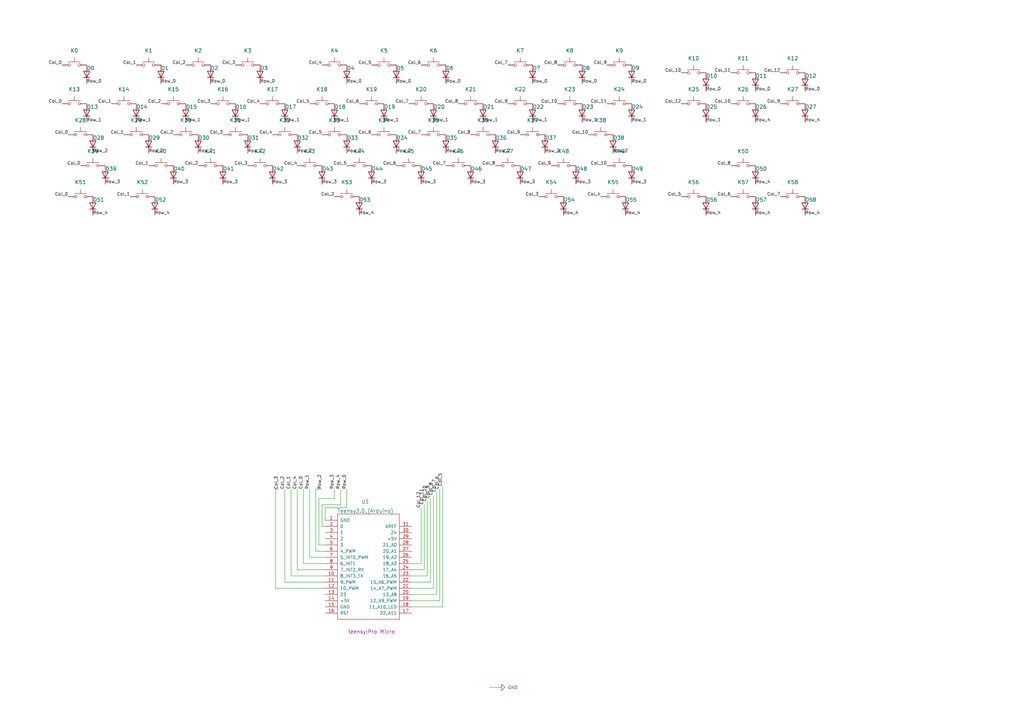
<source format=kicad_sch>
(kicad_sch (version 20211123) (generator eeschema)

  (uuid 9c286748-0c45-414e-b0c6-297be5b56bba)

  (paper "A3")

  (title_block
    (date "2023-01-29 21:16")
    (comment 1 "Author: ")
    (comment 2 "Generated by klepcbgen.py v0.1")
  )

  (lib_symbols
    (symbol "Device:D" (pin_numbers hide) (pin_names (offset 1.016) hide) (in_bom yes) (on_board yes)
      (property "Reference" "D" (id 0) (at 0 2.54 0)
        (effects (font (size 1.27 1.27)))
      )
      (property "Value" "D" (id 1) (at 0 -2.54 0)
        (effects (font (size 1.27 1.27)))
      )
      (property "Footprint" "" (id 2) (at 0 0 0)
        (effects (font (size 1.27 1.27)) hide)
      )
      (property "Datasheet" "~" (id 3) (at 0 0 0)
        (effects (font (size 1.27 1.27)) hide)
      )
      (property "ki_keywords" "diode" (id 4) (at 0 0 0)
        (effects (font (size 1.27 1.27)) hide)
      )
      (property "ki_description" "Diode" (id 5) (at 0 0 0)
        (effects (font (size 1.27 1.27)) hide)
      )
      (property "ki_fp_filters" "TO-???* *_Diode_* *SingleDiode* D_*" (id 6) (at 0 0 0)
        (effects (font (size 1.27 1.27)) hide)
      )
      (symbol "D_0_1"
        (polyline
          (pts
            (xy -1.27 1.27)
            (xy -1.27 -1.27)
          )
          (stroke (width 0.254) (type default) (color 0 0 0 0))
          (fill (type none))
        )
        (polyline
          (pts
            (xy 1.27 0)
            (xy -1.27 0)
          )
          (stroke (width 0) (type default) (color 0 0 0 0))
          (fill (type none))
        )
        (polyline
          (pts
            (xy 1.27 1.27)
            (xy 1.27 -1.27)
            (xy -1.27 0)
            (xy 1.27 1.27)
          )
          (stroke (width 0.254) (type default) (color 0 0 0 0))
          (fill (type none))
        )
      )
      (symbol "D_1_1"
        (pin passive line (at -3.81 0 0) (length 2.54)
          (name "K" (effects (font (size 1.27 1.27))))
          (number "1" (effects (font (size 1.27 1.27))))
        )
        (pin passive line (at 3.81 0 180) (length 2.54)
          (name "A" (effects (font (size 1.27 1.27))))
          (number "2" (effects (font (size 1.27 1.27))))
        )
      )
    )
    (symbol "Switch:SW_Push" (pin_numbers hide) (pin_names (offset 1.016) hide) (in_bom yes) (on_board yes)
      (property "Reference" "SW" (id 0) (at 1.27 2.54 0)
        (effects (font (size 1.27 1.27)) (justify left))
      )
      (property "Value" "SW_Push" (id 1) (at 0 -1.524 0)
        (effects (font (size 1.27 1.27)))
      )
      (property "Footprint" "" (id 2) (at 0 5.08 0)
        (effects (font (size 1.27 1.27)) hide)
      )
      (property "Datasheet" "~" (id 3) (at 0 5.08 0)
        (effects (font (size 1.27 1.27)) hide)
      )
      (property "ki_keywords" "switch normally-open pushbutton push-button" (id 4) (at 0 0 0)
        (effects (font (size 1.27 1.27)) hide)
      )
      (property "ki_description" "Push button switch, generic, two pins" (id 5) (at 0 0 0)
        (effects (font (size 1.27 1.27)) hide)
      )
      (symbol "SW_Push_0_1"
        (circle (center -2.032 0) (radius 0.508)
          (stroke (width 0) (type default) (color 0 0 0 0))
          (fill (type none))
        )
        (polyline
          (pts
            (xy 0 1.27)
            (xy 0 3.048)
          )
          (stroke (width 0) (type default) (color 0 0 0 0))
          (fill (type none))
        )
        (polyline
          (pts
            (xy 2.54 1.27)
            (xy -2.54 1.27)
          )
          (stroke (width 0) (type default) (color 0 0 0 0))
          (fill (type none))
        )
        (circle (center 2.032 0) (radius 0.508)
          (stroke (width 0) (type default) (color 0 0 0 0))
          (fill (type none))
        )
        (pin passive line (at -5.08 0 0) (length 2.54)
          (name "1" (effects (font (size 1.27 1.27))))
          (number "1" (effects (font (size 1.27 1.27))))
        )
        (pin passive line (at 5.08 0 180) (length 2.54)
          (name "2" (effects (font (size 1.27 1.27))))
          (number "2" (effects (font (size 1.27 1.27))))
        )
      )
    )
    (symbol "power:GND" (power) (pin_names (offset 0)) (in_bom yes) (on_board yes)
      (property "Reference" "#PWR" (id 0) (at 0 -6.35 0)
        (effects (font (size 1.27 1.27)) hide)
      )
      (property "Value" "GND" (id 1) (at 0 -3.81 0)
        (effects (font (size 1.27 1.27)))
      )
      (property "Footprint" "" (id 2) (at 0 0 0)
        (effects (font (size 1.27 1.27)) hide)
      )
      (property "Datasheet" "" (id 3) (at 0 0 0)
        (effects (font (size 1.27 1.27)) hide)
      )
      (property "ki_keywords" "power-flag" (id 4) (at 0 0 0)
        (effects (font (size 1.27 1.27)) hide)
      )
      (property "ki_description" "Power symbol creates a global label with name \"GND\" , ground" (id 5) (at 0 0 0)
        (effects (font (size 1.27 1.27)) hide)
      )
      (symbol "GND_0_1"
        (polyline
          (pts
            (xy 0 0)
            (xy 0 -1.27)
            (xy 1.27 -1.27)
            (xy 0 -2.54)
            (xy -1.27 -1.27)
            (xy 0 -1.27)
          )
          (stroke (width 0) (type default) (color 0 0 0 0))
          (fill (type none))
        )
      )
      (symbol "GND_1_1"
        (pin power_in line (at 0 0 270) (length 0) hide
          (name "GND" (effects (font (size 1.27 1.27))))
          (number "1" (effects (font (size 1.27 1.27))))
        )
      )
    )
    (symbol "teensy:Teensy2.0_(Arduino)" (pin_names (offset 1.016)) (in_bom yes) (on_board yes)
      (property "Reference" "U" (id 0) (at 0 24.13 0)
        (effects (font (size 1.524 1.524)))
      )
      (property "Value" "Teensy2.0_(Arduino)" (id 1) (at 0 -24.13 0)
        (effects (font (size 1.524 1.524)))
      )
      (property "Footprint" "" (id 2) (at 2.54 -26.67 0)
        (effects (font (size 1.524 1.524)))
      )
      (property "Datasheet" "" (id 3) (at 2.54 -26.67 0)
        (effects (font (size 1.524 1.524)))
      )
      (symbol "Teensy2.0_(Arduino)_0_1"
        (rectangle (start -12.7 21.59) (end 12.7 -21.59)
          (stroke (width 0) (type default) (color 0 0 0 0))
          (fill (type none))
        )
      )
      (symbol "Teensy2.0_(Arduino)_1_1"
        (pin power_in line (at -17.78 19.05 0) (length 5.08)
          (name "GND" (effects (font (size 1.27 1.27))))
          (number "1" (effects (font (size 1.27 1.27))))
        )
        (pin bidirectional line (at -17.78 -3.81 0) (length 5.08)
          (name "8_INT3_TX" (effects (font (size 1.27 1.27))))
          (number "10" (effects (font (size 1.27 1.27))))
        )
        (pin bidirectional line (at -17.78 -6.35 0) (length 5.08)
          (name "9_PWM" (effects (font (size 1.27 1.27))))
          (number "11" (effects (font (size 1.27 1.27))))
        )
        (pin bidirectional line (at -17.78 -8.89 0) (length 5.08)
          (name "10_PWM" (effects (font (size 1.27 1.27))))
          (number "12" (effects (font (size 1.27 1.27))))
        )
        (pin bidirectional line (at -17.78 -11.43 0) (length 5.08)
          (name "23" (effects (font (size 1.27 1.27))))
          (number "13" (effects (font (size 1.27 1.27))))
        )
        (pin power_in line (at -17.78 -13.97 0) (length 5.08)
          (name "+5V" (effects (font (size 1.27 1.27))))
          (number "14" (effects (font (size 1.27 1.27))))
        )
        (pin power_in line (at -17.78 -16.51 0) (length 5.08)
          (name "GND" (effects (font (size 1.27 1.27))))
          (number "15" (effects (font (size 1.27 1.27))))
        )
        (pin input line (at -17.78 -19.05 0) (length 5.08)
          (name "RST" (effects (font (size 1.27 1.27))))
          (number "16" (effects (font (size 1.27 1.27))))
        )
        (pin bidirectional line (at 17.78 -19.05 180) (length 5.08)
          (name "22_A11" (effects (font (size 1.27 1.27))))
          (number "17" (effects (font (size 1.27 1.27))))
        )
        (pin bidirectional line (at 17.78 -16.51 180) (length 5.08)
          (name "11_A10_LED" (effects (font (size 1.27 1.27))))
          (number "18" (effects (font (size 1.27 1.27))))
        )
        (pin bidirectional line (at 17.78 -13.97 180) (length 5.08)
          (name "12_A9_PWM" (effects (font (size 1.27 1.27))))
          (number "19" (effects (font (size 1.27 1.27))))
        )
        (pin bidirectional line (at -17.78 16.51 0) (length 5.08)
          (name "0" (effects (font (size 1.27 1.27))))
          (number "2" (effects (font (size 1.27 1.27))))
        )
        (pin bidirectional line (at 17.78 -11.43 180) (length 5.08)
          (name "13_A8" (effects (font (size 1.27 1.27))))
          (number "20" (effects (font (size 1.27 1.27))))
        )
        (pin bidirectional line (at 17.78 -8.89 180) (length 5.08)
          (name "14_A7_PWM" (effects (font (size 1.27 1.27))))
          (number "21" (effects (font (size 1.27 1.27))))
        )
        (pin bidirectional line (at 17.78 -6.35 180) (length 5.08)
          (name "15_A6_PWM" (effects (font (size 1.27 1.27))))
          (number "22" (effects (font (size 1.27 1.27))))
        )
        (pin bidirectional line (at 17.78 -3.81 180) (length 5.08)
          (name "16_A5" (effects (font (size 1.27 1.27))))
          (number "23" (effects (font (size 1.27 1.27))))
        )
        (pin bidirectional line (at 17.78 -1.27 180) (length 5.08)
          (name "17_A4" (effects (font (size 1.27 1.27))))
          (number "24" (effects (font (size 1.27 1.27))))
        )
        (pin bidirectional line (at 17.78 1.27 180) (length 5.08)
          (name "18_A3" (effects (font (size 1.27 1.27))))
          (number "25" (effects (font (size 1.27 1.27))))
        )
        (pin bidirectional line (at 17.78 3.81 180) (length 5.08)
          (name "19_A2" (effects (font (size 1.27 1.27))))
          (number "26" (effects (font (size 1.27 1.27))))
        )
        (pin bidirectional line (at 17.78 6.35 180) (length 5.08)
          (name "20_A1" (effects (font (size 1.27 1.27))))
          (number "27" (effects (font (size 1.27 1.27))))
        )
        (pin bidirectional line (at 17.78 8.89 180) (length 5.08)
          (name "21_A0" (effects (font (size 1.27 1.27))))
          (number "28" (effects (font (size 1.27 1.27))))
        )
        (pin power_in line (at 17.78 11.43 180) (length 5.08)
          (name "+5V" (effects (font (size 1.27 1.27))))
          (number "29" (effects (font (size 1.27 1.27))))
        )
        (pin bidirectional line (at -17.78 13.97 0) (length 5.08)
          (name "1" (effects (font (size 1.27 1.27))))
          (number "3" (effects (font (size 1.27 1.27))))
        )
        (pin bidirectional line (at 17.78 13.97 180) (length 5.08)
          (name "24" (effects (font (size 1.27 1.27))))
          (number "30" (effects (font (size 1.27 1.27))))
        )
        (pin input line (at 17.78 16.51 180) (length 5.08)
          (name "AREF" (effects (font (size 1.27 1.27))))
          (number "31" (effects (font (size 1.27 1.27))))
        )
        (pin bidirectional line (at -17.78 11.43 0) (length 5.08)
          (name "2" (effects (font (size 1.27 1.27))))
          (number "4" (effects (font (size 1.27 1.27))))
        )
        (pin bidirectional line (at -17.78 8.89 0) (length 5.08)
          (name "3" (effects (font (size 1.27 1.27))))
          (number "5" (effects (font (size 1.27 1.27))))
        )
        (pin bidirectional line (at -17.78 6.35 0) (length 5.08)
          (name "4_PWM" (effects (font (size 1.27 1.27))))
          (number "6" (effects (font (size 1.27 1.27))))
        )
        (pin bidirectional line (at -17.78 3.81 0) (length 5.08)
          (name "5_INT0_PWM" (effects (font (size 1.27 1.27))))
          (number "7" (effects (font (size 1.27 1.27))))
        )
        (pin bidirectional line (at -17.78 1.27 0) (length 5.08)
          (name "6_INT1" (effects (font (size 1.27 1.27))))
          (number "8" (effects (font (size 1.27 1.27))))
        )
        (pin bidirectional line (at -17.78 -1.27 0) (length 5.08)
          (name "7_INT2_RX" (effects (font (size 1.27 1.27))))
          (number "9" (effects (font (size 1.27 1.27))))
        )
      )
    )
  )


  (wire (pts (xy 200.66 281.94) (xy 204.47 281.94))
    (stroke (width 0) (type default) (color 0 0 0 0))
    (uuid 0328f6fe-f98b-40dd-960f-4b29636c0667)
  )
  (wire (pts (xy 172.72 208.28) (xy 172.72 231.14))
    (stroke (width 0) (type default) (color 0 0 0 0))
    (uuid 035d7aee-fe39-461b-8c4f-c17fa8a9e38a)
  )
  (wire (pts (xy 168.91 231.14) (xy 172.72 231.14))
    (stroke (width 0) (type default) (color 0 0 0 0))
    (uuid 04298f93-211b-4539-a118-d73b2dd06c25)
  )
  (wire (pts (xy 129.54 226.06) (xy 133.35 226.06))
    (stroke (width 0) (type default) (color 0 0 0 0))
    (uuid 127e1ebb-45b0-40ed-8a4b-e9550df38cc6)
  )
  (wire (pts (xy 180.34 200.66) (xy 180.34 246.38))
    (stroke (width 0) (type default) (color 0 0 0 0))
    (uuid 14e9f496-fa9b-4dd4-8d1f-2620aef09429)
  )
  (wire (pts (xy 121.92 233.68) (xy 133.35 233.68))
    (stroke (width 0) (type default) (color 0 0 0 0))
    (uuid 234fe7e8-080b-4b72-b193-b02dd144a21f)
  )
  (wire (pts (xy 113.03 241.3) (xy 113.03 200.66))
    (stroke (width 0) (type default) (color 0 0 0 0))
    (uuid 264d6efe-9493-4dc1-b38a-f491fd9a5b63)
  )
  (wire (pts (xy 177.8 203.2) (xy 177.8 241.3))
    (stroke (width 0) (type default) (color 0 0 0 0))
    (uuid 30ea373e-138e-44d2-b340-deb2c30c50c5)
  )
  (wire (pts (xy 168.91 241.3) (xy 177.8 241.3))
    (stroke (width 0) (type default) (color 0 0 0 0))
    (uuid 31576f16-c988-4249-9720-16c632d41765)
  )
  (wire (pts (xy 168.91 248.92) (xy 181.61 248.92))
    (stroke (width 0) (type default) (color 0 0 0 0))
    (uuid 354e8b8a-ba25-46aa-9108-d882eeba280b)
  )
  (wire (pts (xy 180.34 246.38) (xy 168.91 246.38))
    (stroke (width 0) (type default) (color 0 0 0 0))
    (uuid 4678d6a5-4069-45de-9142-b9d878c6e82a)
  )
  (wire (pts (xy 124.46 231.14) (xy 133.35 231.14))
    (stroke (width 0) (type default) (color 0 0 0 0))
    (uuid 46b142b4-d518-40ed-bed7-47ae7887f4c4)
  )
  (wire (pts (xy 127 228.6) (xy 133.35 228.6))
    (stroke (width 0) (type default) (color 0 0 0 0))
    (uuid 4aca6ffb-b041-4670-80e4-d1e23ba9eded)
  )
  (wire (pts (xy 132.08 207.01) (xy 132.08 215.9))
    (stroke (width 0) (type default) (color 0 0 0 0))
    (uuid 52554192-3d40-4c01-843e-d4c5b170bd51)
  )
  (wire (pts (xy 116.84 200.66) (xy 116.84 238.76))
    (stroke (width 0) (type default) (color 0 0 0 0))
    (uuid 58fbe5b9-07fe-4a90-83ae-a1711e83d4b4)
  )
  (wire (pts (xy 142.24 208.28) (xy 133.35 208.28))
    (stroke (width 0) (type default) (color 0 0 0 0))
    (uuid 5980f635-ebe4-401c-8179-ce51125e6a7b)
  )
  (wire (pts (xy 133.35 208.28) (xy 133.35 213.36))
    (stroke (width 0) (type default) (color 0 0 0 0))
    (uuid 5a90cf47-0dc8-48e2-8f43-d062602ed353)
  )
  (wire (pts (xy 119.38 200.66) (xy 119.38 236.22))
    (stroke (width 0) (type default) (color 0 0 0 0))
    (uuid 66662e6b-d48e-43b2-9ceb-9693b91b2b86)
  )
  (wire (pts (xy 129.54 226.06) (xy 129.54 200.66))
    (stroke (width 0) (type default) (color 0 0 0 0))
    (uuid 6800e713-f5f4-401f-a1a0-4af691a4070e)
  )
  (wire (pts (xy 179.07 201.93) (xy 179.07 243.84))
    (stroke (width 0) (type default) (color 0 0 0 0))
    (uuid 6c758cb0-3632-4266-84bf-0e93494cb946)
  )
  (wire (pts (xy 137.16 204.47) (xy 137.16 200.66))
    (stroke (width 0) (type default) (color 0 0 0 0))
    (uuid 7307f290-b068-4a5c-ba4e-d5731946143f)
  )
  (wire (pts (xy 132.08 215.9) (xy 133.35 215.9))
    (stroke (width 0) (type default) (color 0 0 0 0))
    (uuid 878a63bd-6cc9-4bb8-8f97-bfa8f63fe09e)
  )
  (wire (pts (xy 113.03 200.66) (xy 114.3 200.66))
    (stroke (width 0) (type default) (color 0 0 0 0))
    (uuid 87d69dc9-3ee3-44e2-bc02-0c124d9b5639)
  )
  (wire (pts (xy 130.81 223.52) (xy 133.35 223.52))
    (stroke (width 0) (type default) (color 0 0 0 0))
    (uuid 8b3094b2-dbe9-48a6-9ba8-3ef6797732b8)
  )
  (wire (pts (xy 121.92 200.66) (xy 121.92 233.68))
    (stroke (width 0) (type default) (color 0 0 0 0))
    (uuid 94836440-10c4-453a-b8a0-20404346f03a)
  )
  (wire (pts (xy 176.53 204.47) (xy 176.53 238.76))
    (stroke (width 0) (type default) (color 0 0 0 0))
    (uuid 97948fa4-5084-482c-99c2-d38b2a139ae1)
  )
  (wire (pts (xy 129.54 200.66) (xy 132.08 200.66))
    (stroke (width 0) (type default) (color 0 0 0 0))
    (uuid 980ceb94-2cb3-42ec-a972-7a57d0081fc2)
  )
  (wire (pts (xy 139.7 207.01) (xy 132.08 207.01))
    (stroke (width 0) (type default) (color 0 0 0 0))
    (uuid aca12be7-34ed-4986-a0e9-c9dfcfc61104)
  )
  (wire (pts (xy 173.99 233.68) (xy 168.91 233.68))
    (stroke (width 0) (type default) (color 0 0 0 0))
    (uuid b2dc1ca4-b141-44e0-8655-d96377dbbae3)
  )
  (wire (pts (xy 173.99 207.01) (xy 173.99 233.68))
    (stroke (width 0) (type default) (color 0 0 0 0))
    (uuid b69581fb-09f6-4dbb-aadb-f715242a1146)
  )
  (wire (pts (xy 116.84 238.76) (xy 133.35 238.76))
    (stroke (width 0) (type default) (color 0 0 0 0))
    (uuid b70ec0a1-285b-47c7-885a-88f81d86aeff)
  )
  (wire (pts (xy 179.07 243.84) (xy 168.91 243.84))
    (stroke (width 0) (type default) (color 0 0 0 0))
    (uuid c6540872-77ea-4b1f-bfd9-e032ab1bb7a1)
  )
  (wire (pts (xy 168.91 236.22) (xy 175.26 236.22))
    (stroke (width 0) (type default) (color 0 0 0 0))
    (uuid c6737e31-6aac-4726-81ad-021757dad6e5)
  )
  (wire (pts (xy 139.7 200.66) (xy 139.7 207.01))
    (stroke (width 0) (type default) (color 0 0 0 0))
    (uuid c74b3e50-9a89-4fba-b6bc-b0f7e4adb9e8)
  )
  (wire (pts (xy 124.46 200.66) (xy 124.46 231.14))
    (stroke (width 0) (type default) (color 0 0 0 0))
    (uuid c8e2f4ee-f1b7-41b6-ba19-d7e10e07c581)
  )
  (wire (pts (xy 119.38 236.22) (xy 133.35 236.22))
    (stroke (width 0) (type default) (color 0 0 0 0))
    (uuid e43241fe-c792-4b6d-a61e-ea2733fabfa1)
  )
  (wire (pts (xy 176.53 238.76) (xy 168.91 238.76))
    (stroke (width 0) (type default) (color 0 0 0 0))
    (uuid e43f259c-15a5-48dd-b40f-835c8f31cb6f)
  )
  (wire (pts (xy 127 200.66) (xy 127 228.6))
    (stroke (width 0) (type default) (color 0 0 0 0))
    (uuid ebbbbd6f-b393-4cc0-a894-53dbb62c4b06)
  )
  (wire (pts (xy 130.81 204.47) (xy 130.81 223.52))
    (stroke (width 0) (type default) (color 0 0 0 0))
    (uuid eef2aa9e-6cc6-4bde-bf3a-ccace81405e7)
  )
  (wire (pts (xy 142.24 200.66) (xy 142.24 208.28))
    (stroke (width 0) (type default) (color 0 0 0 0))
    (uuid f20505cf-765c-4de7-bf84-dd2e934d04c8)
  )
  (wire (pts (xy 175.26 205.74) (xy 175.26 236.22))
    (stroke (width 0) (type default) (color 0 0 0 0))
    (uuid f53e8573-4444-486d-9f05-f8ef43fea5cd)
  )
  (wire (pts (xy 130.81 204.47) (xy 137.16 204.47))
    (stroke (width 0) (type default) (color 0 0 0 0))
    (uuid fde1f443-74fd-44a0-baf5-15eb3a6aef04)
  )
  (wire (pts (xy 181.61 199.39) (xy 181.61 248.92))
    (stroke (width 0) (type default) (color 0 0 0 0))
    (uuid fed416cf-ebcd-4297-810c-eb060a433a0f)
  )
  (wire (pts (xy 113.03 241.3) (xy 133.35 241.3))
    (stroke (width 0) (type default) (color 0 0 0 0))
    (uuid ffe3a24c-66ea-4027-9c56-f81f86ebd64e)
  )

  (label "Col_4" (at 106.68 42.545 180)
    (effects (font (size 1.27 1.27)) (justify right bottom))
    (uuid 0088b059-0f18-4435-bb61-6bb8c2f86b99)
  )
  (label "Row_1" (at 127 200.66 90)
    (effects (font (size 1.27 1.27)) (justify left bottom))
    (uuid 00b0de98-f13a-48b3-a3d8-515d3f414e79)
  )
  (label "Col_8" (at 228.6 26.67 180)
    (effects (font (size 1.27 1.27)) (justify right bottom))
    (uuid 00cd9291-7868-4c79-846f-4137e673f192)
  )
  (label "Col_11" (at 173.99 207.01 90)
    (effects (font (size 1.27 1.27)) (justify left bottom))
    (uuid 0761211a-98ac-4502-aec6-74897ef1bc7c)
  )
  (label "Row_4" (at 256.54 88.265 0)
    (effects (font (size 1.27 1.27)) (justify left bottom))
    (uuid 08d7db8d-405d-469e-8f15-832822f1e1d8)
  )
  (label "Row_1" (at 177.8 50.165 0)
    (effects (font (size 1.27 1.27)) (justify left bottom))
    (uuid 0a7d046f-2afb-4926-b49b-ffd9fd6dcb56)
  )
  (label "Row_1" (at 96.52 50.165 0)
    (effects (font (size 1.27 1.27)) (justify left bottom))
    (uuid 0f5ad345-c815-4243-a5a1-cb67182333b0)
  )
  (label "Col_8" (at 193.04 55.245 180)
    (effects (font (size 1.27 1.27)) (justify right bottom))
    (uuid 1056ec5f-0792-4a44-87cf-b87b47d7ba3a)
  )
  (label "Col_9" (at 226.06 67.945 180)
    (effects (font (size 1.27 1.27)) (justify right bottom))
    (uuid 109cbb04-99cf-41c5-a1a8-b997d176294a)
  )
  (label "Row_2" (at 162.56 62.865 0)
    (effects (font (size 1.27 1.27)) (justify left bottom))
    (uuid 121e32ba-7430-4ef6-b023-74a033e8d1b0)
  )
  (label "Row_3" (at 259.08 75.565 0)
    (effects (font (size 1.27 1.27)) (justify left bottom))
    (uuid 1a6f6657-e1ae-4a96-a00a-6dfb7e58698b)
  )
  (label "Col_8" (at 203.2 67.945 180)
    (effects (font (size 1.27 1.27)) (justify right bottom))
    (uuid 1c021382-0342-4818-aef9-50b87fc9b66b)
  )
  (label "Row_1" (at 289.56 50.165 0)
    (effects (font (size 1.27 1.27)) (justify left bottom))
    (uuid 1c49779d-f391-447e-93c9-99658a57279f)
  )
  (label "Row_0" (at 66.04 34.29 0)
    (effects (font (size 1.27 1.27)) (justify left bottom))
    (uuid 23244cd8-d2b1-4c7b-967c-5d213bb1501a)
  )
  (label "Col_0" (at 27.94 80.645 180)
    (effects (font (size 1.27 1.27)) (justify right bottom))
    (uuid 232ee20f-18e9-4b73-beee-31872812a3f9)
  )
  (label "Row_2" (at 182.88 62.865 0)
    (effects (font (size 1.27 1.27)) (justify left bottom))
    (uuid 24070e23-1c79-4cbd-a669-488922ec858c)
  )
  (label "Col_10" (at 248.92 67.945 180)
    (effects (font (size 1.27 1.27)) (justify right bottom))
    (uuid 24c431f5-a669-474c-be49-23f02f892c78)
  )
  (label "Col_2" (at 116.84 200.66 90)
    (effects (font (size 1.27 1.27)) (justify left bottom))
    (uuid 28d71752-12a1-487e-9ddf-0604871342b1)
  )
  (label "Col_3" (at 96.52 26.67 180)
    (effects (font (size 1.27 1.27)) (justify right bottom))
    (uuid 295589de-b3a3-49ae-bf88-2b8b3e881c53)
  )
  (label "Col_0" (at 124.46 200.66 90)
    (effects (font (size 1.27 1.27)) (justify left bottom))
    (uuid 2ac8dc0e-95ab-4383-9a62-fd85381a92c3)
  )
  (label "Col_4" (at 132.08 26.67 180)
    (effects (font (size 1.27 1.27)) (justify right bottom))
    (uuid 2db30dd1-f827-4584-aca9-3cfb7385801d)
  )
  (label "Row_1" (at 157.48 50.165 0)
    (effects (font (size 1.27 1.27)) (justify left bottom))
    (uuid 2dd56e77-ea34-429b-a8b0-f7e4bed38e4c)
  )
  (label "Col_7" (at 208.28 26.67 180)
    (effects (font (size 1.27 1.27)) (justify right bottom))
    (uuid 2e3049be-2426-435b-8e5a-f8214ba7457f)
  )
  (label "Row_0" (at 162.56 34.29 0)
    (effects (font (size 1.27 1.27)) (justify left bottom))
    (uuid 331aee3c-1f98-42a9-991a-1f7ce350da06)
  )
  (label "Row_1" (at 218.44 50.165 0)
    (effects (font (size 1.27 1.27)) (justify left bottom))
    (uuid 34e867a8-466f-4104-a9d3-bc3b4d471a7f)
  )
  (label "Col_9" (at 208.28 42.545 180)
    (effects (font (size 1.27 1.27)) (justify right bottom))
    (uuid 3510e87a-73d0-448e-bf30-542bfa8acf66)
  )
  (label "Row_0" (at 142.24 200.66 90)
    (effects (font (size 1.27 1.27)) (justify left bottom))
    (uuid 361d7083-fbdd-4bbc-99b7-e6728063f1cb)
  )
  (label "Col_10" (at 228.6 42.545 180)
    (effects (font (size 1.27 1.27)) (justify right bottom))
    (uuid 38d5c251-2f5b-40f7-b133-daa5f33cac69)
  )
  (label "Col_4" (at 121.92 67.945 180)
    (effects (font (size 1.27 1.27)) (justify right bottom))
    (uuid 3901b17b-1bf7-4975-9770-1c321b6ea64b)
  )
  (label "Col_12" (at 279.4 42.545 180)
    (effects (font (size 1.27 1.27)) (justify right bottom))
    (uuid 3a885e99-317f-48fe-81a0-17668b8336a2)
  )
  (label "Col_12" (at 320.04 29.845 180)
    (effects (font (size 1.27 1.27)) (justify right bottom))
    (uuid 3b1804ff-a84a-4645-8b9f-ec87022bcb99)
  )
  (label "Col_3" (at 91.44 55.245 180)
    (effects (font (size 1.27 1.27)) (justify right bottom))
    (uuid 3b5bff1e-e655-4204-99cd-406f831903e0)
  )
  (label "Col_12" (at 172.72 208.28 90)
    (effects (font (size 1.27 1.27)) (justify left bottom))
    (uuid 3f766451-c821-44f0-b1ba-dc948f84e32c)
  )
  (label "Row_4" (at 330.2 88.265 0)
    (effects (font (size 1.27 1.27)) (justify left bottom))
    (uuid 3f9149c6-f41c-4e91-a9be-9db5bcdc80cf)
  )
  (label "Col_2" (at 81.28 67.945 180)
    (effects (font (size 1.27 1.27)) (justify right bottom))
    (uuid 4020e17b-ef87-43d0-aeca-0e743f37f97e)
  )
  (label "Col_8" (at 177.8 203.2 90)
    (effects (font (size 1.27 1.27)) (justify left bottom))
    (uuid 408a1cee-d0f4-4003-9a64-3143eda29f03)
  )
  (label "Row_3" (at 111.76 75.565 0)
    (effects (font (size 1.27 1.27)) (justify left bottom))
    (uuid 44f62659-0742-4527-bd4d-89a951be9dcb)
  )
  (label "Col_8" (at 299.72 67.945 180)
    (effects (font (size 1.27 1.27)) (justify right bottom))
    (uuid 46a0a848-a288-4968-afb7-610797ff0d4e)
  )
  (label "Col_5" (at 279.4 80.645 180)
    (effects (font (size 1.27 1.27)) (justify right bottom))
    (uuid 4ec6a8a8-6b7e-4cb2-83e8-31d2860c7b4e)
  )
  (label "Row_2" (at 223.52 62.865 0)
    (effects (font (size 1.27 1.27)) (justify left bottom))
    (uuid 50e69209-d810-47d5-95d8-b002dc185f7e)
  )
  (label "Col_9" (at 176.53 204.47 90)
    (effects (font (size 1.27 1.27)) (justify left bottom))
    (uuid 5195cb65-9ea8-4bb0-9328-a276ffc84d06)
  )
  (label "Col_5" (at 127 42.545 180)
    (effects (font (size 1.27 1.27)) (justify right bottom))
    (uuid 51a54515-bbc7-4d40-abc0-574a57685825)
  )
  (label "Col_6" (at 147.32 42.545 180)
    (effects (font (size 1.27 1.27)) (justify right bottom))
    (uuid 536ef111-ed82-41c5-8506-52a4cefabbb7)
  )
  (label "Row_0" (at 182.88 34.29 0)
    (effects (font (size 1.27 1.27)) (justify left bottom))
    (uuid 5591c45d-3153-4630-b7ad-097e3b0ce4f6)
  )
  (label "Col_2" (at 66.04 42.545 180)
    (effects (font (size 1.27 1.27)) (justify right bottom))
    (uuid 55cf89d6-6f31-40a7-8b78-43820ec45a69)
  )
  (label "Row_1" (at 198.12 50.165 0)
    (effects (font (size 1.27 1.27)) (justify left bottom))
    (uuid 55e68e5e-22e9-407b-b513-0b43c1ac5e4d)
  )
  (label "Row_1" (at 76.2 50.165 0)
    (effects (font (size 1.27 1.27)) (justify left bottom))
    (uuid 57763dec-2f8c-41fd-88c1-43ce2c8080c9)
  )
  (label "Row_1" (at 55.88 50.165 0)
    (effects (font (size 1.27 1.27)) (justify left bottom))
    (uuid 57d2b9f5-f671-4b22-9060-9526ad7631f4)
  )
  (label "Col_3" (at 220.98 80.645 180)
    (effects (font (size 1.27 1.27)) (justify right bottom))
    (uuid 580569f1-16f4-4583-b1fc-5bc63cf97716)
  )
  (label "Row_2" (at 81.28 62.865 0)
    (effects (font (size 1.27 1.27)) (justify left bottom))
    (uuid 5b154325-2870-4edd-9595-032186d45a77)
  )
  (label "Col_3" (at 101.6 67.945 180)
    (effects (font (size 1.27 1.27)) (justify right bottom))
    (uuid 5b73f984-ec7c-4273-89d1-5633f0a5b3b6)
  )
  (label "Col_6" (at 180.34 200.66 90)
    (effects (font (size 1.27 1.27)) (justify left bottom))
    (uuid 5c39649f-5fcd-420d-8818-62c036534db3)
  )
  (label "Col_3" (at 86.36 42.545 180)
    (effects (font (size 1.27 1.27)) (justify right bottom))
    (uuid 60288e6a-8ca5-4254-a8c3-96460652e7c3)
  )
  (label "Col_11" (at 299.72 29.845 180)
    (effects (font (size 1.27 1.27)) (justify right bottom))
    (uuid 6147df0d-4b1a-43fc-870a-27a892f05872)
  )
  (label "Col_2" (at 76.2 26.67 180)
    (effects (font (size 1.27 1.27)) (justify right bottom))
    (uuid 625ddc45-82a7-4329-a632-408c9a46f5db)
  )
  (label "Row_3" (at 71.12 75.565 0)
    (effects (font (size 1.27 1.27)) (justify left bottom))
    (uuid 62610066-f2a9-4044-95fd-b4ed1afb1c2c)
  )
  (label "Row_3" (at 43.18 75.565 0)
    (effects (font (size 1.27 1.27)) (justify left bottom))
    (uuid 65ce3fa9-1a0d-4122-bc51-fa77248f9fd7)
  )
  (label "Col_10" (at 241.3 55.245 180)
    (effects (font (size 1.27 1.27)) (justify right bottom))
    (uuid 6b362a8b-7f07-4da8-ad26-3950cd9ec1c6)
  )
  (label "Col_11" (at 248.92 42.545 180)
    (effects (font (size 1.27 1.27)) (justify right bottom))
    (uuid 6c0e8411-5a10-4c82-9b88-e223b4cf231d)
  )
  (label "Row_4" (at 38.1 88.265 0)
    (effects (font (size 1.27 1.27)) (justify left bottom))
    (uuid 6d904f3d-3d94-4c2f-8ec7-e6d3db6a51f9)
  )
  (label "Col_5" (at 181.61 199.39 90)
    (effects (font (size 1.27 1.27)) (justify left bottom))
    (uuid 6fb9c008-84a5-4ef1-be3e-f162674a9776)
  )
  (label "Row_2" (at 121.92 62.865 0)
    (effects (font (size 1.27 1.27)) (justify left bottom))
    (uuid 745a6ed7-4006-45ed-bdf3-1225779b69eb)
  )
  (label "Col_1" (at 119.38 200.66 90)
    (effects (font (size 1.27 1.27)) (justify left bottom))
    (uuid 76c246b8-1d33-4121-bb20-bd4fdd317702)
  )
  (label "Col_9" (at 213.36 55.245 180)
    (effects (font (size 1.27 1.27)) (justify right bottom))
    (uuid 79c2b911-b7d5-46dd-a64f-61a6066c3dda)
  )
  (label "Col_7" (at 167.64 42.545 180)
    (effects (font (size 1.27 1.27)) (justify right bottom))
    (uuid 7a1a781e-92a6-4758-bebb-e6f2810a51a9)
  )
  (label "Col_6" (at 162.56 67.945 180)
    (effects (font (size 1.27 1.27)) (justify right bottom))
    (uuid 7c12a76d-af82-447b-a4f6-c6713f0d66ed)
  )
  (label "Row_3" (at 213.36 75.565 0)
    (effects (font (size 1.27 1.27)) (justify left bottom))
    (uuid 7d5693e7-2888-45b4-82b8-ebc6cff9fa93)
  )
  (label "Row_3" (at 193.04 75.565 0)
    (effects (font (size 1.27 1.27)) (justify left bottom))
    (uuid 7de8a09a-43f1-484d-bc19-f6d694d0e88b)
  )
  (label "Col_1" (at 45.72 42.545 180)
    (effects (font (size 1.27 1.27)) (justify right bottom))
    (uuid 8346f131-8a98-464e-9c07-9a58b6499c55)
  )
  (label "Col_1" (at 53.34 80.645 180)
    (effects (font (size 1.27 1.27)) (justify right bottom))
    (uuid 84e2ce6e-b8c8-4864-9e5a-264e6e62ef5a)
  )
  (label "Col_4" (at 121.92 200.66 90)
    (effects (font (size 1.27 1.27)) (justify left bottom))
    (uuid 87c67f72-f768-43ce-89e8-c7c84751227c)
  )
  (label "Row_4" (at 139.7 200.66 90)
    (effects (font (size 1.27 1.27)) (justify left bottom))
    (uuid 8906fe85-73e7-451b-bf8d-a2ae1a4e3362)
  )
  (label "Row_2" (at 251.46 62.865 0)
    (effects (font (size 1.27 1.27)) (justify left bottom))
    (uuid 8abbefe9-1137-4f55-a150-fcee477ccdb6)
  )
  (label "Row_0" (at 289.56 37.465 0)
    (effects (font (size 1.27 1.27)) (justify left bottom))
    (uuid 8b2d4727-9ed7-4464-b5cc-9470ba1850d9)
  )
  (label "Col_9" (at 320.04 42.545 180)
    (effects (font (size 1.27 1.27)) (justify right bottom))
    (uuid 952b0e1a-ca6a-41b2-8a02-25da570a67c6)
  )
  (label "Row_0" (at 330.2 37.465 0)
    (effects (font (size 1.27 1.27)) (justify left bottom))
    (uuid 9724a3db-ef52-4ca3-a1c8-a03941b92a25)
  )
  (label "Row_0" (at 309.88 37.465 0)
    (effects (font (size 1.27 1.27)) (justify left bottom))
    (uuid 9737fcf9-2a05-475a-a96d-0a3d635802f2)
  )
  (label "Row_1" (at 238.76 50.165 0)
    (effects (font (size 1.27 1.27)) (justify left bottom))
    (uuid 99fd866a-d724-4940-99e4-4a0a45c233cc)
  )
  (label "Col_8" (at 187.96 42.545 180)
    (effects (font (size 1.27 1.27)) (justify right bottom))
    (uuid 9b24a465-767f-4f77-a6c1-491102509a13)
  )
  (label "Col_10" (at 279.4 29.845 180)
    (effects (font (size 1.27 1.27)) (justify right bottom))
    (uuid 9f1f2117-7313-48bd-a890-fce8166d7057)
  )
  (label "Row_4" (at 231.14 88.265 0)
    (effects (font (size 1.27 1.27)) (justify left bottom))
    (uuid 9f93f8b4-e379-4f96-a200-3c9f614ab468)
  )
  (label "Row_4" (at 289.56 88.265 0)
    (effects (font (size 1.27 1.27)) (justify left bottom))
    (uuid a00a8cb0-5831-4bfe-a8a7-4e2e2ff11dc8)
  )
  (label "Col_5" (at 152.4 26.67 180)
    (effects (font (size 1.27 1.27)) (justify right bottom))
    (uuid a289897a-a117-4b05-97af-16d978748986)
  )
  (label "Row_4" (at 309.88 50.165 0)
    (effects (font (size 1.27 1.27)) (justify left bottom))
    (uuid a2c596d4-4ea3-413a-92e8-71e123d153f5)
  )
  (label "Row_0" (at 106.68 34.29 0)
    (effects (font (size 1.27 1.27)) (justify left bottom))
    (uuid a38f0519-b3f2-4b5e-99a3-3f3292c679a6)
  )
  (label "Row_4" (at 309.88 75.565 0)
    (effects (font (size 1.27 1.27)) (justify left bottom))
    (uuid a3b5a82a-e5e1-4416-8121-1023731318c8)
  )
  (label "Row_1" (at 116.84 50.165 0)
    (effects (font (size 1.27 1.27)) (justify left bottom))
    (uuid a3cfa267-bd47-4fde-b262-849811e28424)
  )
  (label "Col_3" (at 114.3 200.66 90)
    (effects (font (size 1.27 1.27)) (justify left bottom))
    (uuid a453dbf5-dfbb-40e9-80e5-830303ebaeb6)
  )
  (label "Col_1" (at 55.88 26.67 180)
    (effects (font (size 1.27 1.27)) (justify right bottom))
    (uuid a9e246aa-5308-427b-b35d-c8ecaf1359db)
  )
  (label "Row_3" (at 132.08 75.565 0)
    (effects (font (size 1.27 1.27)) (justify left bottom))
    (uuid ac848dd5-0495-4495-8e70-9123dc436965)
  )
  (label "Col_0" (at 25.4 42.545 180)
    (effects (font (size 1.27 1.27)) (justify right bottom))
    (uuid acee3d30-052b-4d1a-a421-713142eb3ffe)
  )
  (label "Col_7" (at 182.88 67.945 180)
    (effects (font (size 1.27 1.27)) (justify right bottom))
    (uuid af2bfa65-e705-4932-9231-fb57e3d3a605)
  )
  (label "Col_1" (at 60.96 67.945 180)
    (effects (font (size 1.27 1.27)) (justify right bottom))
    (uuid aff463be-780e-4a39-901d-6f0a97589bf0)
  )
  (label "Col_10" (at 175.26 205.74 90)
    (effects (font (size 1.27 1.27)) (justify left bottom))
    (uuid b0e15efc-2b8f-4dd5-8d75-d7da98d5e752)
  )
  (label "Row_0" (at 238.76 34.29 0)
    (effects (font (size 1.27 1.27)) (justify left bottom))
    (uuid b79a1e7e-cb34-4825-87f9-605414e0b534)
  )
  (label "Row_0" (at 218.44 34.29 0)
    (effects (font (size 1.27 1.27)) (justify left bottom))
    (uuid b9e1fc9a-bcd4-41e0-a51e-ea61ef535d89)
  )
  (label "Col_2" (at 71.12 55.245 180)
    (effects (font (size 1.27 1.27)) (justify right bottom))
    (uuid b9e5b393-6c32-483b-8e04-3b5281870b77)
  )
  (label "Col_0" (at 25.4 26.67 180)
    (effects (font (size 1.27 1.27)) (justify right bottom))
    (uuid bd65e1b3-60fb-4f81-b022-77e0a4b6cb3e)
  )
  (label "Row_3" (at 91.44 75.565 0)
    (effects (font (size 1.27 1.27)) (justify left bottom))
    (uuid bf2407dd-52d9-433a-9b91-66d0ddc1fa93)
  )
  (label "Row_3" (at 137.16 200.66 90)
    (effects (font (size 1.27 1.27)) (justify left bottom))
    (uuid c017833c-c5c1-418d-86ac-0685542097db)
  )
  (label "Row_2" (at 203.2 62.865 0)
    (effects (font (size 1.27 1.27)) (justify left bottom))
    (uuid c2a2dd0b-0efa-4f3a-b446-421eef20cd9b)
  )
  (label "Row_1" (at 259.08 50.165 0)
    (effects (font (size 1.27 1.27)) (justify left bottom))
    (uuid c5308e2f-34b1-4c7a-ad0f-cc78383a9dd1)
  )
  (label "Row_2" (at 60.96 62.865 0)
    (effects (font (size 1.27 1.27)) (justify left bottom))
    (uuid c6b85054-a2fa-4ab3-b713-100a62aaf43b)
  )
  (label "Row_4" (at 309.88 88.265 0)
    (effects (font (size 1.27 1.27)) (justify left bottom))
    (uuid caad3cca-169b-41b2-bafa-9494c7c31edb)
  )
  (label "Col_2" (at 137.16 80.645 180)
    (effects (font (size 1.27 1.27)) (justify right bottom))
    (uuid cbae57c2-f67a-46e2-9250-d97b02968a62)
  )
  (label "Row_2" (at 38.1 62.865 0)
    (effects (font (size 1.27 1.27)) (justify left bottom))
    (uuid ccfd737e-fa39-4a1b-ac82-ab5c6a28ff81)
  )
  (label "Col_9" (at 248.92 26.67 180)
    (effects (font (size 1.27 1.27)) (justify right bottom))
    (uuid cddc2626-7341-4a3b-a54a-8611f24d9065)
  )
  (label "Row_3" (at 152.4 75.565 0)
    (effects (font (size 1.27 1.27)) (justify left bottom))
    (uuid cdf2bd7c-a1e5-4d40-9169-c72a6972b448)
  )
  (label "Col_0" (at 33.02 67.945 180)
    (effects (font (size 1.27 1.27)) (justify right bottom))
    (uuid ce998176-4b64-4675-aa90-dd8c97235141)
  )
  (label "Row_0" (at 259.08 34.29 0)
    (effects (font (size 1.27 1.27)) (justify left bottom))
    (uuid cec285d9-a0c9-4fb1-9c0c-74dee8dacd34)
  )
  (label "Row_4" (at 330.2 50.165 0)
    (effects (font (size 1.27 1.27)) (justify left bottom))
    (uuid ceeba545-0c06-4811-9f54-723ba55f51bd)
  )
  (label "Row_1" (at 137.16 50.165 0)
    (effects (font (size 1.27 1.27)) (justify left bottom))
    (uuid cfcec5d6-9687-435e-bcff-c4a1cdb8143f)
  )
  (label "Col_7" (at 179.07 201.93 90)
    (effects (font (size 1.27 1.27)) (justify left bottom))
    (uuid d0e032e5-4fb4-4170-9b06-151e9e9e6d89)
  )
  (label "Col_7" (at 320.04 80.645 180)
    (effects (font (size 1.27 1.27)) (justify right bottom))
    (uuid d174f1bb-edaa-472d-b8ce-ba2f1bf4e14c)
  )
  (label "Col_0" (at 27.94 55.245 180)
    (effects (font (size 1.27 1.27)) (justify right bottom))
    (uuid d1abf42a-89b7-43c9-8663-ae1090db9996)
  )
  (label "Row_1" (at 35.56 50.165 0)
    (effects (font (size 1.27 1.27)) (justify left bottom))
    (uuid d4a50b89-be7d-4cd9-ad32-fb3946f44713)
  )
  (label "Row_2" (at 142.24 62.865 0)
    (effects (font (size 1.27 1.27)) (justify left bottom))
    (uuid d563100a-662d-4918-a887-143858cbe5a8)
  )
  (label "Row_4" (at 147.32 88.265 0)
    (effects (font (size 1.27 1.27)) (justify left bottom))
    (uuid d65ce946-d067-4215-a849-4f42544d8b99)
  )
  (label "Col_4" (at 246.38 80.645 180)
    (effects (font (size 1.27 1.27)) (justify right bottom))
    (uuid d6d8a7b5-df6d-44cf-bc05-4a38e067fe5a)
  )
  (label "Col_5" (at 142.24 67.945 180)
    (effects (font (size 1.27 1.27)) (justify right bottom))
    (uuid d6e5479b-05c9-4cda-a965-25f9fb64e71d)
  )
  (label "Col_6" (at 172.72 26.67 180)
    (effects (font (size 1.27 1.27)) (justify right bottom))
    (uuid d736a962-c377-4ece-add2-5584d2d38969)
  )
  (label "Row_3" (at 236.22 75.565 0)
    (effects (font (size 1.27 1.27)) (justify left bottom))
    (uuid db7f723a-027e-498c-a76a-6f81a7ad5b57)
  )
  (label "Col_1" (at 50.8 55.245 180)
    (effects (font (size 1.27 1.27)) (justify right bottom))
    (uuid dd009183-9bc5-4f97-8559-93bb23257ff5)
  )
  (label "Row_2" (at 101.6 62.865 0)
    (effects (font (size 1.27 1.27)) (justify left bottom))
    (uuid e0e9c631-2428-48ac-9ba3-486a46646d85)
  )
  (label "Col_6" (at 152.4 55.245 180)
    (effects (font (size 1.27 1.27)) (justify right bottom))
    (uuid e4cf2bec-4cd3-4af0-bb1a-366cf77c6a43)
  )
  (label "Col_5" (at 132.08 55.245 180)
    (effects (font (size 1.27 1.27)) (justify right bottom))
    (uuid e4f0a2d0-fc31-42a1-860f-9c9ef71c16b6)
  )
  (label "Col_6" (at 299.72 80.645 180)
    (effects (font (size 1.27 1.27)) (justify right bottom))
    (uuid e649b265-7a6a-42e3-b096-e286e07ff73e)
  )
  (label "Row_3" (at 172.72 75.565 0)
    (effects (font (size 1.27 1.27)) (justify left bottom))
    (uuid e8f58c7d-5d67-4d14-abb7-2933c940fdce)
  )
  (label "Col_7" (at 172.72 55.245 180)
    (effects (font (size 1.27 1.27)) (justify right bottom))
    (uuid ea1bbafe-ed68-4599-89f1-13973cbf63de)
  )
  (label "Col_4" (at 111.76 55.245 180)
    (effects (font (size 1.27 1.27)) (justify right bottom))
    (uuid eab1c6dd-4f86-4d8a-9677-900ce9c39488)
  )
  (label "Row_0" (at 86.36 34.29 0)
    (effects (font (size 1.27 1.27)) (justify left bottom))
    (uuid ec8a6e80-dcd7-4226-ab67-7127ca83c748)
  )
  (label "Col_10" (at 299.72 42.545 180)
    (effects (font (size 1.27 1.27)) (justify right bottom))
    (uuid ee6c032d-cda6-4c6e-972c-2e1fa7c6d8f2)
  )
  (label "Row_4" (at 63.5 88.265 0)
    (effects (font (size 1.27 1.27)) (justify left bottom))
    (uuid ef587859-66f2-4c5e-8d65-b50bc8328f4b)
  )
  (label "Row_2" (at 132.08 200.66 90)
    (effects (font (size 1.27 1.27)) (justify left bottom))
    (uuid f164b3bc-521c-4ed9-b73b-a2d69133859c)
  )
  (label "Row_0" (at 142.24 34.29 0)
    (effects (font (size 1.27 1.27)) (justify left bottom))
    (uuid f290f943-b320-4c96-ab13-871dac597dea)
  )
  (label "Row_0" (at 35.56 34.29 0)
    (effects (font (size 1.27 1.27)) (justify left bottom))
    (uuid fad39543-b74d-48bd-aa9c-19546a668f0a)
  )

  (symbol (lib_id "Device:D") (at 289.56 33.655 90) (unit 1)
    (in_bom yes) (on_board yes)
    (uuid 00000000-0000-0000-0000-00000d000e10)
    (property "Reference" "D10" (id 0) (at 289.56 31.115 90)
      (effects (font (size 1.524 1.524)) (justify right))
    )
    (property "Value" "D" (id 1) (at 290.83 40.005 90)
      (effects (font (size 1.524 1.524)) (justify right) hide)
    )
    (property "Footprint" "Diode_SMD:D_0805_2012Metric_Pad1.15x1.40mm_HandSolder" (id 2) (at 289.56 43.815 0)
      (effects (font (size 1.524 1.524)) hide)
    )
    (property "Datasheet" "" (id 3) (at 289.56 43.815 0)
      (effects (font (size 1.524 1.524)))
    )
    (pin "1" (uuid acee70f1-0d9d-499c-b303-6fe06ac86f85))
    (pin "2" (uuid 574b898f-1761-4438-9cdf-c48400f46fcc))
  )

  (symbol (lib_id "Device:D") (at 309.88 33.655 90) (unit 1)
    (in_bom yes) (on_board yes)
    (uuid 00000000-0000-0000-0000-00000d000e11)
    (property "Reference" "D11" (id 0) (at 309.88 31.115 90)
      (effects (font (size 1.524 1.524)) (justify right))
    )
    (property "Value" "D" (id 1) (at 311.15 40.005 90)
      (effects (font (size 1.524 1.524)) (justify right) hide)
    )
    (property "Footprint" "Diode_SMD:D_0805_2012Metric_Pad1.15x1.40mm_HandSolder" (id 2) (at 309.88 43.815 0)
      (effects (font (size 1.524 1.524)) hide)
    )
    (property "Datasheet" "" (id 3) (at 309.88 43.815 0)
      (effects (font (size 1.524 1.524)))
    )
    (pin "1" (uuid 707aa065-3574-4233-9622-b6b0605d334a))
    (pin "2" (uuid 292ff4d2-892f-4000-ab08-908aeae35f75))
  )

  (symbol (lib_id "Device:D") (at 330.2 33.655 90) (unit 1)
    (in_bom yes) (on_board yes)
    (uuid 00000000-0000-0000-0000-00000d000e12)
    (property "Reference" "D12" (id 0) (at 330.2 31.115 90)
      (effects (font (size 1.524 1.524)) (justify right))
    )
    (property "Value" "D" (id 1) (at 331.47 40.005 90)
      (effects (font (size 1.524 1.524)) (justify right) hide)
    )
    (property "Footprint" "Diode_SMD:D_0805_2012Metric_Pad1.15x1.40mm_HandSolder" (id 2) (at 330.2 43.815 0)
      (effects (font (size 1.524 1.524)) hide)
    )
    (property "Datasheet" "" (id 3) (at 330.2 43.815 0)
      (effects (font (size 1.524 1.524)))
    )
    (pin "1" (uuid 40f87577-983f-4512-a8e9-1916bed0e558))
    (pin "2" (uuid 1be0dab8-aa77-4b52-8b80-4bc18bd353e2))
  )

  (symbol (lib_id "Device:D") (at 35.56 46.355 90) (unit 1)
    (in_bom yes) (on_board yes)
    (uuid 00000000-0000-0000-0000-00000d000e13)
    (property "Reference" "D13" (id 0) (at 35.56 43.815 90)
      (effects (font (size 1.524 1.524)) (justify right))
    )
    (property "Value" "D" (id 1) (at 36.83 52.705 90)
      (effects (font (size 1.524 1.524)) (justify right) hide)
    )
    (property "Footprint" "Diode_SMD:D_0805_2012Metric_Pad1.15x1.40mm_HandSolder" (id 2) (at 35.56 56.515 0)
      (effects (font (size 1.524 1.524)) hide)
    )
    (property "Datasheet" "" (id 3) (at 35.56 56.515 0)
      (effects (font (size 1.524 1.524)))
    )
    (pin "1" (uuid 1f27a8ec-d7bb-4c98-98eb-9ac7236fcae8))
    (pin "2" (uuid 0af82d5c-3d65-4194-8719-3a7f4642f77a))
  )

  (symbol (lib_id "Device:D") (at 55.88 46.355 90) (unit 1)
    (in_bom yes) (on_board yes)
    (uuid 00000000-0000-0000-0000-00000d000e14)
    (property "Reference" "D14" (id 0) (at 55.88 43.815 90)
      (effects (font (size 1.524 1.524)) (justify right))
    )
    (property "Value" "D" (id 1) (at 57.15 52.705 90)
      (effects (font (size 1.524 1.524)) (justify right) hide)
    )
    (property "Footprint" "Diode_SMD:D_0805_2012Metric_Pad1.15x1.40mm_HandSolder" (id 2) (at 55.88 56.515 0)
      (effects (font (size 1.524 1.524)) hide)
    )
    (property "Datasheet" "" (id 3) (at 55.88 56.515 0)
      (effects (font (size 1.524 1.524)))
    )
    (pin "1" (uuid 21f56f57-b154-4e59-9647-725694d8cd05))
    (pin "2" (uuid ec1fd6dd-65eb-4719-9caa-c17818379609))
  )

  (symbol (lib_id "Device:D") (at 76.2 46.355 90) (unit 1)
    (in_bom yes) (on_board yes)
    (uuid 00000000-0000-0000-0000-00000d000e15)
    (property "Reference" "D15" (id 0) (at 76.2 43.815 90)
      (effects (font (size 1.524 1.524)) (justify right))
    )
    (property "Value" "D" (id 1) (at 77.47 52.705 90)
      (effects (font (size 1.524 1.524)) (justify right) hide)
    )
    (property "Footprint" "Diode_SMD:D_0805_2012Metric_Pad1.15x1.40mm_HandSolder" (id 2) (at 76.2 56.515 0)
      (effects (font (size 1.524 1.524)) hide)
    )
    (property "Datasheet" "" (id 3) (at 76.2 56.515 0)
      (effects (font (size 1.524 1.524)))
    )
    (pin "1" (uuid c8cd57c2-7dd2-4cad-bd57-0d3a9c6a8d78))
    (pin "2" (uuid fdaca85f-8d88-44fe-857e-87baffb3983b))
  )

  (symbol (lib_id "Device:D") (at 96.52 46.355 90) (unit 1)
    (in_bom yes) (on_board yes)
    (uuid 00000000-0000-0000-0000-00000d000e16)
    (property "Reference" "D16" (id 0) (at 96.52 43.815 90)
      (effects (font (size 1.524 1.524)) (justify right))
    )
    (property "Value" "D" (id 1) (at 97.79 52.705 90)
      (effects (font (size 1.524 1.524)) (justify right) hide)
    )
    (property "Footprint" "Diode_SMD:D_0805_2012Metric_Pad1.15x1.40mm_HandSolder" (id 2) (at 96.52 56.515 0)
      (effects (font (size 1.524 1.524)) hide)
    )
    (property "Datasheet" "" (id 3) (at 96.52 56.515 0)
      (effects (font (size 1.524 1.524)))
    )
    (pin "1" (uuid c115cb56-add8-49e4-99f6-b9f9cfdebffd))
    (pin "2" (uuid d8e84a1e-c33f-492f-a5a8-bc0d0477deed))
  )

  (symbol (lib_id "Device:D") (at 116.84 46.355 90) (unit 1)
    (in_bom yes) (on_board yes)
    (uuid 00000000-0000-0000-0000-00000d000e17)
    (property "Reference" "D17" (id 0) (at 116.84 43.815 90)
      (effects (font (size 1.524 1.524)) (justify right))
    )
    (property "Value" "D" (id 1) (at 118.11 52.705 90)
      (effects (font (size 1.524 1.524)) (justify right) hide)
    )
    (property "Footprint" "Diode_SMD:D_0805_2012Metric_Pad1.15x1.40mm_HandSolder" (id 2) (at 116.84 56.515 0)
      (effects (font (size 1.524 1.524)) hide)
    )
    (property "Datasheet" "" (id 3) (at 116.84 56.515 0)
      (effects (font (size 1.524 1.524)))
    )
    (pin "1" (uuid f579a151-d5b8-427c-b9ba-239034e421eb))
    (pin "2" (uuid 9753222a-5ceb-4c0e-922d-1ecb44f48efc))
  )

  (symbol (lib_id "Device:D") (at 137.16 46.355 90) (unit 1)
    (in_bom yes) (on_board yes)
    (uuid 00000000-0000-0000-0000-00000d000e18)
    (property "Reference" "D18" (id 0) (at 137.16 43.815 90)
      (effects (font (size 1.524 1.524)) (justify right))
    )
    (property "Value" "D" (id 1) (at 138.43 52.705 90)
      (effects (font (size 1.524 1.524)) (justify right) hide)
    )
    (property "Footprint" "Diode_SMD:D_0805_2012Metric_Pad1.15x1.40mm_HandSolder" (id 2) (at 137.16 56.515 0)
      (effects (font (size 1.524 1.524)) hide)
    )
    (property "Datasheet" "" (id 3) (at 137.16 56.515 0)
      (effects (font (size 1.524 1.524)))
    )
    (pin "1" (uuid 431b7bff-c335-42fc-8c1d-d115940d86f9))
    (pin "2" (uuid ac897ef6-d70a-4f3e-a9fe-f52a2204bf0b))
  )

  (symbol (lib_id "Device:D") (at 157.48 46.355 90) (unit 1)
    (in_bom yes) (on_board yes)
    (uuid 00000000-0000-0000-0000-00000d000e19)
    (property "Reference" "D19" (id 0) (at 157.48 43.815 90)
      (effects (font (size 1.524 1.524)) (justify right))
    )
    (property "Value" "D" (id 1) (at 158.75 52.705 90)
      (effects (font (size 1.524 1.524)) (justify right) hide)
    )
    (property "Footprint" "Diode_SMD:D_0805_2012Metric_Pad1.15x1.40mm_HandSolder" (id 2) (at 157.48 56.515 0)
      (effects (font (size 1.524 1.524)) hide)
    )
    (property "Datasheet" "" (id 3) (at 157.48 56.515 0)
      (effects (font (size 1.524 1.524)))
    )
    (pin "1" (uuid 94b22482-d4d9-44d3-ba98-60ca1dce4ef2))
    (pin "2" (uuid 60a6af5a-f002-4402-8239-0e7a4fef7962))
  )

  (symbol (lib_id "Device:D") (at 177.8 46.355 90) (unit 1)
    (in_bom yes) (on_board yes)
    (uuid 00000000-0000-0000-0000-00000d000e20)
    (property "Reference" "D20" (id 0) (at 177.8 43.815 90)
      (effects (font (size 1.524 1.524)) (justify right))
    )
    (property "Value" "D" (id 1) (at 179.07 52.705 90)
      (effects (font (size 1.524 1.524)) (justify right) hide)
    )
    (property "Footprint" "Diode_SMD:D_0805_2012Metric_Pad1.15x1.40mm_HandSolder" (id 2) (at 177.8 56.515 0)
      (effects (font (size 1.524 1.524)) hide)
    )
    (property "Datasheet" "" (id 3) (at 177.8 56.515 0)
      (effects (font (size 1.524 1.524)))
    )
    (pin "1" (uuid 7df9df65-cb68-4599-81dd-52a0c0bb5763))
    (pin "2" (uuid 8a3b697b-7712-4411-adcb-606756c4dd47))
  )

  (symbol (lib_id "Device:D") (at 198.12 46.355 90) (unit 1)
    (in_bom yes) (on_board yes)
    (uuid 00000000-0000-0000-0000-00000d000e21)
    (property "Reference" "D21" (id 0) (at 198.12 43.815 90)
      (effects (font (size 1.524 1.524)) (justify right))
    )
    (property "Value" "D" (id 1) (at 199.39 52.705 90)
      (effects (font (size 1.524 1.524)) (justify right) hide)
    )
    (property "Footprint" "Diode_SMD:D_0805_2012Metric_Pad1.15x1.40mm_HandSolder" (id 2) (at 198.12 56.515 0)
      (effects (font (size 1.524 1.524)) hide)
    )
    (property "Datasheet" "" (id 3) (at 198.12 56.515 0)
      (effects (font (size 1.524 1.524)))
    )
    (pin "1" (uuid 979c93f6-48af-490e-b12b-05ac778722ac))
    (pin "2" (uuid 4421ba87-fcf5-417b-af41-b5f57e592157))
  )

  (symbol (lib_id "Device:D") (at 218.44 46.355 90) (unit 1)
    (in_bom yes) (on_board yes)
    (uuid 00000000-0000-0000-0000-00000d000e22)
    (property "Reference" "D22" (id 0) (at 218.44 43.815 90)
      (effects (font (size 1.524 1.524)) (justify right))
    )
    (property "Value" "D" (id 1) (at 219.71 52.705 90)
      (effects (font (size 1.524 1.524)) (justify right) hide)
    )
    (property "Footprint" "Diode_SMD:D_0805_2012Metric_Pad1.15x1.40mm_HandSolder" (id 2) (at 218.44 56.515 0)
      (effects (font (size 1.524 1.524)) hide)
    )
    (property "Datasheet" "" (id 3) (at 218.44 56.515 0)
      (effects (font (size 1.524 1.524)))
    )
    (pin "1" (uuid 6ce3cfc8-6a8b-4bf0-b82a-08d937980f70))
    (pin "2" (uuid f6451a8b-26d0-44b1-8938-0766c36a3cb4))
  )

  (symbol (lib_id "Device:D") (at 238.76 46.355 90) (unit 1)
    (in_bom yes) (on_board yes)
    (uuid 00000000-0000-0000-0000-00000d000e23)
    (property "Reference" "D23" (id 0) (at 238.76 43.815 90)
      (effects (font (size 1.524 1.524)) (justify right))
    )
    (property "Value" "D" (id 1) (at 240.03 52.705 90)
      (effects (font (size 1.524 1.524)) (justify right) hide)
    )
    (property "Footprint" "Diode_SMD:D_0805_2012Metric_Pad1.15x1.40mm_HandSolder" (id 2) (at 238.76 56.515 0)
      (effects (font (size 1.524 1.524)) hide)
    )
    (property "Datasheet" "" (id 3) (at 238.76 56.515 0)
      (effects (font (size 1.524 1.524)))
    )
    (pin "1" (uuid fa7d2f11-dc38-41dd-9a4f-1e5953eda579))
    (pin "2" (uuid a21eac3b-bcc0-4717-803c-14dc95fd049e))
  )

  (symbol (lib_id "Device:D") (at 259.08 46.355 90) (unit 1)
    (in_bom yes) (on_board yes)
    (uuid 00000000-0000-0000-0000-00000d000e24)
    (property "Reference" "D24" (id 0) (at 259.08 43.815 90)
      (effects (font (size 1.524 1.524)) (justify right))
    )
    (property "Value" "D" (id 1) (at 260.35 52.705 90)
      (effects (font (size 1.524 1.524)) (justify right) hide)
    )
    (property "Footprint" "Diode_SMD:D_0805_2012Metric_Pad1.15x1.40mm_HandSolder" (id 2) (at 259.08 56.515 0)
      (effects (font (size 1.524 1.524)) hide)
    )
    (property "Datasheet" "" (id 3) (at 259.08 56.515 0)
      (effects (font (size 1.524 1.524)))
    )
    (pin "1" (uuid 9999dd3e-1305-4640-a5b3-72c6d1a8b735))
    (pin "2" (uuid f14b029a-d22d-4595-8e2f-b4b026505b0e))
  )

  (symbol (lib_id "Device:D") (at 289.56 46.355 90) (unit 1)
    (in_bom yes) (on_board yes)
    (uuid 00000000-0000-0000-0000-00000d000e25)
    (property "Reference" "D25" (id 0) (at 289.56 43.815 90)
      (effects (font (size 1.524 1.524)) (justify right))
    )
    (property "Value" "D" (id 1) (at 290.83 52.705 90)
      (effects (font (size 1.524 1.524)) (justify right) hide)
    )
    (property "Footprint" "Diode_SMD:D_0805_2012Metric_Pad1.15x1.40mm_HandSolder" (id 2) (at 289.56 56.515 0)
      (effects (font (size 1.524 1.524)) hide)
    )
    (property "Datasheet" "" (id 3) (at 289.56 56.515 0)
      (effects (font (size 1.524 1.524)))
    )
    (pin "1" (uuid 61800f1a-cecd-4bf6-a2ad-f900aeb46a25))
    (pin "2" (uuid fe442e13-3771-4a55-9e45-cb640f71f0d6))
  )

  (symbol (lib_id "Device:D") (at 309.88 46.355 90) (unit 1)
    (in_bom yes) (on_board yes)
    (uuid 00000000-0000-0000-0000-00000d000e26)
    (property "Reference" "D26" (id 0) (at 309.88 43.815 90)
      (effects (font (size 1.524 1.524)) (justify right))
    )
    (property "Value" "D" (id 1) (at 311.15 52.705 90)
      (effects (font (size 1.524 1.524)) (justify right) hide)
    )
    (property "Footprint" "Diode_SMD:D_0805_2012Metric_Pad1.15x1.40mm_HandSolder" (id 2) (at 309.88 56.515 0)
      (effects (font (size 1.524 1.524)) hide)
    )
    (property "Datasheet" "" (id 3) (at 309.88 56.515 0)
      (effects (font (size 1.524 1.524)))
    )
    (pin "1" (uuid 273662d4-f185-4a54-b6ae-7167481d4226))
    (pin "2" (uuid aed107ab-a4e9-41c7-ac92-0864a9824eb8))
  )

  (symbol (lib_id "Device:D") (at 330.2 46.355 90) (unit 1)
    (in_bom yes) (on_board yes)
    (uuid 00000000-0000-0000-0000-00000d000e27)
    (property "Reference" "D27" (id 0) (at 330.2 43.815 90)
      (effects (font (size 1.524 1.524)) (justify right))
    )
    (property "Value" "D" (id 1) (at 331.47 52.705 90)
      (effects (font (size 1.524 1.524)) (justify right) hide)
    )
    (property "Footprint" "Diode_SMD:D_0805_2012Metric_Pad1.15x1.40mm_HandSolder" (id 2) (at 330.2 56.515 0)
      (effects (font (size 1.524 1.524)) hide)
    )
    (property "Datasheet" "" (id 3) (at 330.2 56.515 0)
      (effects (font (size 1.524 1.524)))
    )
    (pin "1" (uuid d10e9183-9880-4d6f-ad0a-6fb70d146e30))
    (pin "2" (uuid 87e24537-0826-48aa-bbcb-f1715be533b2))
  )

  (symbol (lib_id "Device:D") (at 38.1 59.055 90) (unit 1)
    (in_bom yes) (on_board yes)
    (uuid 00000000-0000-0000-0000-00000d000e28)
    (property "Reference" "D28" (id 0) (at 38.1 56.515 90)
      (effects (font (size 1.524 1.524)) (justify right))
    )
    (property "Value" "D" (id 1) (at 39.37 65.405 90)
      (effects (font (size 1.524 1.524)) (justify right) hide)
    )
    (property "Footprint" "Diode_SMD:D_0805_2012Metric_Pad1.15x1.40mm_HandSolder" (id 2) (at 38.1 69.215 0)
      (effects (font (size 1.524 1.524)) hide)
    )
    (property "Datasheet" "" (id 3) (at 38.1 69.215 0)
      (effects (font (size 1.524 1.524)))
    )
    (pin "1" (uuid 9242f04e-b83d-475c-b9bc-b16df4cbc80b))
    (pin "2" (uuid ea988056-d64f-4e77-9386-af7b81cadcd3))
  )

  (symbol (lib_id "Device:D") (at 60.96 59.055 90) (unit 1)
    (in_bom yes) (on_board yes)
    (uuid 00000000-0000-0000-0000-00000d000e29)
    (property "Reference" "D29" (id 0) (at 60.96 56.515 90)
      (effects (font (size 1.524 1.524)) (justify right))
    )
    (property "Value" "D" (id 1) (at 62.23 65.405 90)
      (effects (font (size 1.524 1.524)) (justify right) hide)
    )
    (property "Footprint" "Diode_SMD:D_0805_2012Metric_Pad1.15x1.40mm_HandSolder" (id 2) (at 60.96 69.215 0)
      (effects (font (size 1.524 1.524)) hide)
    )
    (property "Datasheet" "" (id 3) (at 60.96 69.215 0)
      (effects (font (size 1.524 1.524)))
    )
    (pin "1" (uuid 3e81178e-66cc-4f9c-a0f2-c089ec2d83c3))
    (pin "2" (uuid 6362c5c4-020e-4df1-a9b6-676439c636d1))
  )

  (symbol (lib_id "Device:D") (at 81.28 59.055 90) (unit 1)
    (in_bom yes) (on_board yes)
    (uuid 00000000-0000-0000-0000-00000d000e30)
    (property "Reference" "D30" (id 0) (at 81.28 56.515 90)
      (effects (font (size 1.524 1.524)) (justify right))
    )
    (property "Value" "D" (id 1) (at 82.55 65.405 90)
      (effects (font (size 1.524 1.524)) (justify right) hide)
    )
    (property "Footprint" "Diode_SMD:D_0805_2012Metric_Pad1.15x1.40mm_HandSolder" (id 2) (at 81.28 69.215 0)
      (effects (font (size 1.524 1.524)) hide)
    )
    (property "Datasheet" "" (id 3) (at 81.28 69.215 0)
      (effects (font (size 1.524 1.524)))
    )
    (pin "1" (uuid 01424a17-34e3-42c0-b194-8774af549558))
    (pin "2" (uuid be228bbd-0cf2-420a-a760-f0bc64b087c8))
  )

  (symbol (lib_id "Device:D") (at 101.6 59.055 90) (unit 1)
    (in_bom yes) (on_board yes)
    (uuid 00000000-0000-0000-0000-00000d000e31)
    (property "Reference" "D31" (id 0) (at 101.6 56.515 90)
      (effects (font (size 1.524 1.524)) (justify right))
    )
    (property "Value" "D" (id 1) (at 102.87 65.405 90)
      (effects (font (size 1.524 1.524)) (justify right) hide)
    )
    (property "Footprint" "Diode_SMD:D_0805_2012Metric_Pad1.15x1.40mm_HandSolder" (id 2) (at 101.6 69.215 0)
      (effects (font (size 1.524 1.524)) hide)
    )
    (property "Datasheet" "" (id 3) (at 101.6 69.215 0)
      (effects (font (size 1.524 1.524)))
    )
    (pin "1" (uuid f2c1aa1c-bf70-4dea-923d-77c27fb79445))
    (pin "2" (uuid 029afd85-a672-4c0e-b025-15f43422d8ed))
  )

  (symbol (lib_id "Device:D") (at 121.92 59.055 90) (unit 1)
    (in_bom yes) (on_board yes)
    (uuid 00000000-0000-0000-0000-00000d000e32)
    (property "Reference" "D32" (id 0) (at 121.92 56.515 90)
      (effects (font (size 1.524 1.524)) (justify right))
    )
    (property "Value" "D" (id 1) (at 123.19 65.405 90)
      (effects (font (size 1.524 1.524)) (justify right) hide)
    )
    (property "Footprint" "Diode_SMD:D_0805_2012Metric_Pad1.15x1.40mm_HandSolder" (id 2) (at 121.92 69.215 0)
      (effects (font (size 1.524 1.524)) hide)
    )
    (property "Datasheet" "" (id 3) (at 121.92 69.215 0)
      (effects (font (size 1.524 1.524)))
    )
    (pin "1" (uuid bb8ca6a5-1e97-40f5-968a-c4d2e0b7e50f))
    (pin "2" (uuid 7e16ff46-bf57-4bc2-9194-4f0e2576ec51))
  )

  (symbol (lib_id "Device:D") (at 142.24 59.055 90) (unit 1)
    (in_bom yes) (on_board yes)
    (uuid 00000000-0000-0000-0000-00000d000e33)
    (property "Reference" "D33" (id 0) (at 142.24 56.515 90)
      (effects (font (size 1.524 1.524)) (justify right))
    )
    (property "Value" "D" (id 1) (at 143.51 65.405 90)
      (effects (font (size 1.524 1.524)) (justify right) hide)
    )
    (property "Footprint" "Diode_SMD:D_0805_2012Metric_Pad1.15x1.40mm_HandSolder" (id 2) (at 142.24 69.215 0)
      (effects (font (size 1.524 1.524)) hide)
    )
    (property "Datasheet" "" (id 3) (at 142.24 69.215 0)
      (effects (font (size 1.524 1.524)))
    )
    (pin "1" (uuid 05836bfd-677a-4087-a04b-d63cfdafe0bc))
    (pin "2" (uuid ab11d037-be55-46b6-88a9-8cd51f938b41))
  )

  (symbol (lib_id "Device:D") (at 162.56 59.055 90) (unit 1)
    (in_bom yes) (on_board yes)
    (uuid 00000000-0000-0000-0000-00000d000e34)
    (property "Reference" "D34" (id 0) (at 162.56 56.515 90)
      (effects (font (size 1.524 1.524)) (justify right))
    )
    (property "Value" "D" (id 1) (at 163.83 65.405 90)
      (effects (font (size 1.524 1.524)) (justify right) hide)
    )
    (property "Footprint" "Diode_SMD:D_0805_2012Metric_Pad1.15x1.40mm_HandSolder" (id 2) (at 162.56 69.215 0)
      (effects (font (size 1.524 1.524)) hide)
    )
    (property "Datasheet" "" (id 3) (at 162.56 69.215 0)
      (effects (font (size 1.524 1.524)))
    )
    (pin "1" (uuid 3040248a-cd14-4e13-ab86-993a7a465b5e))
    (pin "2" (uuid a9e1be1d-bb9d-4635-898c-fc54f8417310))
  )

  (symbol (lib_id "Device:D") (at 182.88 59.055 90) (unit 1)
    (in_bom yes) (on_board yes)
    (uuid 00000000-0000-0000-0000-00000d000e35)
    (property "Reference" "D35" (id 0) (at 182.88 56.515 90)
      (effects (font (size 1.524 1.524)) (justify right))
    )
    (property "Value" "D" (id 1) (at 184.15 65.405 90)
      (effects (font (size 1.524 1.524)) (justify right) hide)
    )
    (property "Footprint" "Diode_SMD:D_0805_2012Metric_Pad1.15x1.40mm_HandSolder" (id 2) (at 182.88 69.215 0)
      (effects (font (size 1.524 1.524)) hide)
    )
    (property "Datasheet" "" (id 3) (at 182.88 69.215 0)
      (effects (font (size 1.524 1.524)))
    )
    (pin "1" (uuid 61b4aa21-aec0-4819-bb94-798cb444aa4f))
    (pin "2" (uuid c76ac6c7-99a3-43ad-acee-8c7497d62aee))
  )

  (symbol (lib_id "Device:D") (at 203.2 59.055 90) (unit 1)
    (in_bom yes) (on_board yes)
    (uuid 00000000-0000-0000-0000-00000d000e36)
    (property "Reference" "D36" (id 0) (at 203.2 56.515 90)
      (effects (font (size 1.524 1.524)) (justify right))
    )
    (property "Value" "D" (id 1) (at 204.47 65.405 90)
      (effects (font (size 1.524 1.524)) (justify right) hide)
    )
    (property "Footprint" "Diode_SMD:D_0805_2012Metric_Pad1.15x1.40mm_HandSolder" (id 2) (at 203.2 69.215 0)
      (effects (font (size 1.524 1.524)) hide)
    )
    (property "Datasheet" "" (id 3) (at 203.2 69.215 0)
      (effects (font (size 1.524 1.524)))
    )
    (pin "1" (uuid 0bc908cc-561a-4920-8397-a387cb3268bb))
    (pin "2" (uuid 9aa695c8-8cd0-4c00-a209-0265b4296c1c))
  )

  (symbol (lib_id "Device:D") (at 223.52 59.055 90) (unit 1)
    (in_bom yes) (on_board yes)
    (uuid 00000000-0000-0000-0000-00000d000e37)
    (property "Reference" "D37" (id 0) (at 223.52 56.515 90)
      (effects (font (size 1.524 1.524)) (justify right))
    )
    (property "Value" "D" (id 1) (at 224.79 65.405 90)
      (effects (font (size 1.524 1.524)) (justify right) hide)
    )
    (property "Footprint" "Diode_SMD:D_0805_2012Metric_Pad1.15x1.40mm_HandSolder" (id 2) (at 223.52 69.215 0)
      (effects (font (size 1.524 1.524)) hide)
    )
    (property "Datasheet" "" (id 3) (at 223.52 69.215 0)
      (effects (font (size 1.524 1.524)))
    )
    (pin "1" (uuid 4561b949-d7bb-4bfa-9258-132c8ee4bba3))
    (pin "2" (uuid a86fc9a5-404f-4610-84a2-a694a58c935e))
  )

  (symbol (lib_id "Device:D") (at 251.46 59.055 90) (unit 1)
    (in_bom yes) (on_board yes)
    (uuid 00000000-0000-0000-0000-00000d000e38)
    (property "Reference" "D38" (id 0) (at 251.46 56.515 90)
      (effects (font (size 1.524 1.524)) (justify right))
    )
    (property "Value" "D" (id 1) (at 252.73 65.405 90)
      (effects (font (size 1.524 1.524)) (justify right) hide)
    )
    (property "Footprint" "Diode_SMD:D_0805_2012Metric_Pad1.15x1.40mm_HandSolder" (id 2) (at 251.46 69.215 0)
      (effects (font (size 1.524 1.524)) hide)
    )
    (property "Datasheet" "" (id 3) (at 251.46 69.215 0)
      (effects (font (size 1.524 1.524)))
    )
    (pin "1" (uuid a70f8083-9b2b-4493-8b31-5273a5bdeec1))
    (pin "2" (uuid 93e76d05-5774-4970-a8ef-3c82b247f56f))
  )

  (symbol (lib_id "Device:D") (at 43.18 71.755 90) (unit 1)
    (in_bom yes) (on_board yes)
    (uuid 00000000-0000-0000-0000-00000d000e39)
    (property "Reference" "D39" (id 0) (at 43.18 69.215 90)
      (effects (font (size 1.524 1.524)) (justify right))
    )
    (property "Value" "D" (id 1) (at 44.45 78.105 90)
      (effects (font (size 1.524 1.524)) (justify right) hide)
    )
    (property "Footprint" "Diode_SMD:D_0805_2012Metric_Pad1.15x1.40mm_HandSolder" (id 2) (at 43.18 81.915 0)
      (effects (font (size 1.524 1.524)) hide)
    )
    (property "Datasheet" "" (id 3) (at 43.18 81.915 0)
      (effects (font (size 1.524 1.524)))
    )
    (pin "1" (uuid 3e34a4a6-f8ee-4383-a8fb-5a533f131719))
    (pin "2" (uuid 07269d97-2344-4a2d-a2aa-5848aa40f360))
  )

  (symbol (lib_id "Device:D") (at 71.12 71.755 90) (unit 1)
    (in_bom yes) (on_board yes)
    (uuid 00000000-0000-0000-0000-00000d000e40)
    (property "Reference" "D40" (id 0) (at 71.12 69.215 90)
      (effects (font (size 1.524 1.524)) (justify right))
    )
    (property "Value" "D" (id 1) (at 72.39 78.105 90)
      (effects (font (size 1.524 1.524)) (justify right) hide)
    )
    (property "Footprint" "Diode_SMD:D_0805_2012Metric_Pad1.15x1.40mm_HandSolder" (id 2) (at 71.12 81.915 0)
      (effects (font (size 1.524 1.524)) hide)
    )
    (property "Datasheet" "" (id 3) (at 71.12 81.915 0)
      (effects (font (size 1.524 1.524)))
    )
    (pin "1" (uuid 99087531-23ea-4e7d-acad-d1fbc84a80dc))
    (pin "2" (uuid 3c0b2a6b-8f3b-437f-9fe0-13152d8a8b2b))
  )

  (symbol (lib_id "Device:D") (at 91.44 71.755 90) (unit 1)
    (in_bom yes) (on_board yes)
    (uuid 00000000-0000-0000-0000-00000d000e41)
    (property "Reference" "D41" (id 0) (at 91.44 69.215 90)
      (effects (font (size 1.524 1.524)) (justify right))
    )
    (property "Value" "D" (id 1) (at 92.71 78.105 90)
      (effects (font (size 1.524 1.524)) (justify right) hide)
    )
    (property "Footprint" "Diode_SMD:D_0805_2012Metric_Pad1.15x1.40mm_HandSolder" (id 2) (at 91.44 81.915 0)
      (effects (font (size 1.524 1.524)) hide)
    )
    (property "Datasheet" "" (id 3) (at 91.44 81.915 0)
      (effects (font (size 1.524 1.524)))
    )
    (pin "1" (uuid 24ff1bac-3735-43f5-8c5d-498b0d0cb205))
    (pin "2" (uuid 2261d7c2-8606-4bf5-ae0e-d2375af4f077))
  )

  (symbol (lib_id "Device:D") (at 111.76 71.755 90) (unit 1)
    (in_bom yes) (on_board yes)
    (uuid 00000000-0000-0000-0000-00000d000e42)
    (property "Reference" "D42" (id 0) (at 111.76 69.215 90)
      (effects (font (size 1.524 1.524)) (justify right))
    )
    (property "Value" "D" (id 1) (at 113.03 78.105 90)
      (effects (font (size 1.524 1.524)) (justify right) hide)
    )
    (property "Footprint" "Diode_SMD:D_0805_2012Metric_Pad1.15x1.40mm_HandSolder" (id 2) (at 111.76 81.915 0)
      (effects (font (size 1.524 1.524)) hide)
    )
    (property "Datasheet" "" (id 3) (at 111.76 81.915 0)
      (effects (font (size 1.524 1.524)))
    )
    (pin "1" (uuid d1210d2d-c21e-4469-a634-7f4e02990c86))
    (pin "2" (uuid ae6947ca-bf1f-4b74-b251-421f12205090))
  )

  (symbol (lib_id "Device:D") (at 132.08 71.755 90) (unit 1)
    (in_bom yes) (on_board yes)
    (uuid 00000000-0000-0000-0000-00000d000e43)
    (property "Reference" "D43" (id 0) (at 132.08 69.215 90)
      (effects (font (size 1.524 1.524)) (justify right))
    )
    (property "Value" "D" (id 1) (at 133.35 78.105 90)
      (effects (font (size 1.524 1.524)) (justify right) hide)
    )
    (property "Footprint" "Diode_SMD:D_0805_2012Metric_Pad1.15x1.40mm_HandSolder" (id 2) (at 132.08 81.915 0)
      (effects (font (size 1.524 1.524)) hide)
    )
    (property "Datasheet" "" (id 3) (at 132.08 81.915 0)
      (effects (font (size 1.524 1.524)))
    )
    (pin "1" (uuid 0df52e54-6985-4ac2-863b-05c9d6d28e44))
    (pin "2" (uuid 6dc0d321-10b1-48a2-9da3-5042ea645696))
  )

  (symbol (lib_id "Device:D") (at 152.4 71.755 90) (unit 1)
    (in_bom yes) (on_board yes)
    (uuid 00000000-0000-0000-0000-00000d000e44)
    (property "Reference" "D44" (id 0) (at 152.4 69.215 90)
      (effects (font (size 1.524 1.524)) (justify right))
    )
    (property "Value" "D" (id 1) (at 153.67 78.105 90)
      (effects (font (size 1.524 1.524)) (justify right) hide)
    )
    (property "Footprint" "Diode_SMD:D_0805_2012Metric_Pad1.15x1.40mm_HandSolder" (id 2) (at 152.4 81.915 0)
      (effects (font (size 1.524 1.524)) hide)
    )
    (property "Datasheet" "" (id 3) (at 152.4 81.915 0)
      (effects (font (size 1.524 1.524)))
    )
    (pin "1" (uuid 31904029-1cf7-4f6b-a89d-5d492a1b2f10))
    (pin "2" (uuid e42b73a3-52ef-4517-961e-9a9accaf8ebb))
  )

  (symbol (lib_id "Device:D") (at 172.72 71.755 90) (unit 1)
    (in_bom yes) (on_board yes)
    (uuid 00000000-0000-0000-0000-00000d000e45)
    (property "Reference" "D45" (id 0) (at 172.72 69.215 90)
      (effects (font (size 1.524 1.524)) (justify right))
    )
    (property "Value" "D" (id 1) (at 173.99 78.105 90)
      (effects (font (size 1.524 1.524)) (justify right) hide)
    )
    (property "Footprint" "Diode_SMD:D_0805_2012Metric_Pad1.15x1.40mm_HandSolder" (id 2) (at 172.72 81.915 0)
      (effects (font (size 1.524 1.524)) hide)
    )
    (property "Datasheet" "" (id 3) (at 172.72 81.915 0)
      (effects (font (size 1.524 1.524)))
    )
    (pin "1" (uuid 47317c1d-ead2-43c6-b072-078977c02608))
    (pin "2" (uuid dfc896d9-84d8-409e-9915-d56379ddc9c0))
  )

  (symbol (lib_id "Device:D") (at 193.04 71.755 90) (unit 1)
    (in_bom yes) (on_board yes)
    (uuid 00000000-0000-0000-0000-00000d000e46)
    (property "Reference" "D46" (id 0) (at 193.04 69.215 90)
      (effects (font (size 1.524 1.524)) (justify right))
    )
    (property "Value" "D" (id 1) (at 194.31 78.105 90)
      (effects (font (size 1.524 1.524)) (justify right) hide)
    )
    (property "Footprint" "Diode_SMD:D_0805_2012Metric_Pad1.15x1.40mm_HandSolder" (id 2) (at 193.04 81.915 0)
      (effects (font (size 1.524 1.524)) hide)
    )
    (property "Datasheet" "" (id 3) (at 193.04 81.915 0)
      (effects (font (size 1.524 1.524)))
    )
    (pin "1" (uuid 17783341-4d75-47b5-8a16-8a4b0dd3c4a0))
    (pin "2" (uuid 4e347f1e-8873-4ebf-81c3-4d419fe9564b))
  )

  (symbol (lib_id "Device:D") (at 213.36 71.755 90) (unit 1)
    (in_bom yes) (on_board yes)
    (uuid 00000000-0000-0000-0000-00000d000e47)
    (property "Reference" "D47" (id 0) (at 213.36 69.215 90)
      (effects (font (size 1.524 1.524)) (justify right))
    )
    (property "Value" "D" (id 1) (at 214.63 78.105 90)
      (effects (font (size 1.524 1.524)) (justify right) hide)
    )
    (property "Footprint" "Diode_SMD:D_0805_2012Metric_Pad1.15x1.40mm_HandSolder" (id 2) (at 213.36 81.915 0)
      (effects (font (size 1.524 1.524)) hide)
    )
    (property "Datasheet" "" (id 3) (at 213.36 81.915 0)
      (effects (font (size 1.524 1.524)))
    )
    (pin "1" (uuid d3786fa0-fd6c-488a-aba7-ff714d80299e))
    (pin "2" (uuid aadbc4b9-4e62-4af2-88bf-15a50508b534))
  )

  (symbol (lib_id "Device:D") (at 236.22 71.755 90) (unit 1)
    (in_bom yes) (on_board yes)
    (uuid 00000000-0000-0000-0000-00000d000e48)
    (property "Reference" "D48" (id 0) (at 236.22 69.215 90)
      (effects (font (size 1.524 1.524)) (justify right))
    )
    (property "Value" "D" (id 1) (at 237.49 78.105 90)
      (effects (font (size 1.524 1.524)) (justify right) hide)
    )
    (property "Footprint" "Diode_SMD:D_0805_2012Metric_Pad1.15x1.40mm_HandSolder" (id 2) (at 236.22 81.915 0)
      (effects (font (size 1.524 1.524)) hide)
    )
    (property "Datasheet" "" (id 3) (at 236.22 81.915 0)
      (effects (font (size 1.524 1.524)))
    )
    (pin "1" (uuid 6eee6e18-8cac-4eaa-ba31-955ef9d8eee5))
    (pin "2" (uuid 81d8d6ca-2059-490a-bca0-dc022e63cbb7))
  )

  (symbol (lib_id "Device:D") (at 259.08 71.755 90) (unit 1)
    (in_bom yes) (on_board yes)
    (uuid 00000000-0000-0000-0000-00000d000e49)
    (property "Reference" "D49" (id 0) (at 259.08 69.215 90)
      (effects (font (size 1.524 1.524)) (justify right))
    )
    (property "Value" "D" (id 1) (at 260.35 78.105 90)
      (effects (font (size 1.524 1.524)) (justify right) hide)
    )
    (property "Footprint" "Diode_SMD:D_0805_2012Metric_Pad1.15x1.40mm_HandSolder" (id 2) (at 259.08 81.915 0)
      (effects (font (size 1.524 1.524)) hide)
    )
    (property "Datasheet" "" (id 3) (at 259.08 81.915 0)
      (effects (font (size 1.524 1.524)))
    )
    (pin "1" (uuid 35920c91-5a9b-464f-a272-9c9a2ea83a8d))
    (pin "2" (uuid 5c0f9ed7-323f-4b92-94bf-9cb4097a69e0))
  )

  (symbol (lib_id "Device:D") (at 309.88 71.755 90) (unit 1)
    (in_bom yes) (on_board yes)
    (uuid 00000000-0000-0000-0000-00000d000e50)
    (property "Reference" "D50" (id 0) (at 309.88 69.215 90)
      (effects (font (size 1.524 1.524)) (justify right))
    )
    (property "Value" "D" (id 1) (at 311.15 78.105 90)
      (effects (font (size 1.524 1.524)) (justify right) hide)
    )
    (property "Footprint" "Diode_SMD:D_0805_2012Metric_Pad1.15x1.40mm_HandSolder" (id 2) (at 309.88 81.915 0)
      (effects (font (size 1.524 1.524)) hide)
    )
    (property "Datasheet" "" (id 3) (at 309.88 81.915 0)
      (effects (font (size 1.524 1.524)))
    )
    (pin "1" (uuid c2c48fb4-13f0-4d2d-bd73-923a2bc5b526))
    (pin "2" (uuid 7ca063a0-19ff-476c-b26f-994301916336))
  )

  (symbol (lib_id "Device:D") (at 38.1 84.455 90) (unit 1)
    (in_bom yes) (on_board yes)
    (uuid 00000000-0000-0000-0000-00000d000e51)
    (property "Reference" "D51" (id 0) (at 38.1 81.915 90)
      (effects (font (size 1.524 1.524)) (justify right))
    )
    (property "Value" "D" (id 1) (at 39.37 90.805 90)
      (effects (font (size 1.524 1.524)) (justify right) hide)
    )
    (property "Footprint" "Diode_SMD:D_0805_2012Metric_Pad1.15x1.40mm_HandSolder" (id 2) (at 38.1 94.615 0)
      (effects (font (size 1.524 1.524)) hide)
    )
    (property "Datasheet" "" (id 3) (at 38.1 94.615 0)
      (effects (font (size 1.524 1.524)))
    )
    (pin "1" (uuid 2d56c2ea-54ff-4ca6-832b-5f92cf24dd13))
    (pin "2" (uuid 82095b0f-1788-4e5e-97ce-62013baa09bd))
  )

  (symbol (lib_id "Device:D") (at 63.5 84.455 90) (unit 1)
    (in_bom yes) (on_board yes)
    (uuid 00000000-0000-0000-0000-00000d000e52)
    (property "Reference" "D52" (id 0) (at 63.5 81.915 90)
      (effects (font (size 1.524 1.524)) (justify right))
    )
    (property "Value" "D" (id 1) (at 64.77 90.805 90)
      (effects (font (size 1.524 1.524)) (justify right) hide)
    )
    (property "Footprint" "Diode_SMD:D_0805_2012Metric_Pad1.15x1.40mm_HandSolder" (id 2) (at 63.5 94.615 0)
      (effects (font (size 1.524 1.524)) hide)
    )
    (property "Datasheet" "" (id 3) (at 63.5 94.615 0)
      (effects (font (size 1.524 1.524)))
    )
    (pin "1" (uuid a85af97c-4721-43f2-a3af-17b1eba6903c))
    (pin "2" (uuid 1a5d2d0c-538c-424b-a7e5-66d0a866337d))
  )

  (symbol (lib_id "Device:D") (at 147.32 84.455 90) (unit 1)
    (in_bom yes) (on_board yes)
    (uuid 00000000-0000-0000-0000-00000d000e53)
    (property "Reference" "D53" (id 0) (at 147.32 81.915 90)
      (effects (font (size 1.524 1.524)) (justify right))
    )
    (property "Value" "D" (id 1) (at 148.59 90.805 90)
      (effects (font (size 1.524 1.524)) (justify right) hide)
    )
    (property "Footprint" "Diode_SMD:D_0805_2012Metric_Pad1.15x1.40mm_HandSolder" (id 2) (at 147.32 94.615 0)
      (effects (font (size 1.524 1.524)) hide)
    )
    (property "Datasheet" "" (id 3) (at 147.32 94.615 0)
      (effects (font (size 1.524 1.524)))
    )
    (pin "1" (uuid e3db02cb-26a7-444d-b754-a8dfd7822688))
    (pin "2" (uuid 2626b82d-8bde-4bef-bd3d-e5e63381f843))
  )

  (symbol (lib_id "Device:D") (at 231.14 84.455 90) (unit 1)
    (in_bom yes) (on_board yes)
    (uuid 00000000-0000-0000-0000-00000d000e54)
    (property "Reference" "D54" (id 0) (at 231.14 81.915 90)
      (effects (font (size 1.524 1.524)) (justify right))
    )
    (property "Value" "D" (id 1) (at 232.41 90.805 90)
      (effects (font (size 1.524 1.524)) (justify right) hide)
    )
    (property "Footprint" "Diode_SMD:D_0805_2012Metric_Pad1.15x1.40mm_HandSolder" (id 2) (at 231.14 94.615 0)
      (effects (font (size 1.524 1.524)) hide)
    )
    (property "Datasheet" "" (id 3) (at 231.14 94.615 0)
      (effects (font (size 1.524 1.524)))
    )
    (pin "1" (uuid cc1012f7-9f7f-498d-bd1d-1a8f923e3abb))
    (pin "2" (uuid 835a3ccf-1a62-4c57-b5db-c6c384f98589))
  )

  (symbol (lib_id "Device:D") (at 256.54 84.455 90) (unit 1)
    (in_bom yes) (on_board yes)
    (uuid 00000000-0000-0000-0000-00000d000e55)
    (property "Reference" "D55" (id 0) (at 256.54 81.915 90)
      (effects (font (size 1.524 1.524)) (justify right))
    )
    (property "Value" "D" (id 1) (at 257.81 90.805 90)
      (effects (font (size 1.524 1.524)) (justify right) hide)
    )
    (property "Footprint" "Diode_SMD:D_0805_2012Metric_Pad1.15x1.40mm_HandSolder" (id 2) (at 256.54 94.615 0)
      (effects (font (size 1.524 1.524)) hide)
    )
    (property "Datasheet" "" (id 3) (at 256.54 94.615 0)
      (effects (font (size 1.524 1.524)))
    )
    (pin "1" (uuid c92163a1-e585-4c48-993b-7f3daa2e8e75))
    (pin "2" (uuid 12cc0542-b375-465d-a4d3-6dd639b5eec2))
  )

  (symbol (lib_id "Device:D") (at 289.56 84.455 90) (unit 1)
    (in_bom yes) (on_board yes)
    (uuid 00000000-0000-0000-0000-00000d000e56)
    (property "Reference" "D56" (id 0) (at 289.56 81.915 90)
      (effects (font (size 1.524 1.524)) (justify right))
    )
    (property "Value" "D" (id 1) (at 290.83 90.805 90)
      (effects (font (size 1.524 1.524)) (justify right) hide)
    )
    (property "Footprint" "Diode_SMD:D_0805_2012Metric_Pad1.15x1.40mm_HandSolder" (id 2) (at 289.56 94.615 0)
      (effects (font (size 1.524 1.524)) hide)
    )
    (property "Datasheet" "" (id 3) (at 289.56 94.615 0)
      (effects (font (size 1.524 1.524)))
    )
    (pin "1" (uuid 5a51aeed-5a2b-439c-b63c-c23344dfd495))
    (pin "2" (uuid 67dd0d93-5ca1-41ac-8f4b-ff571c39baf8))
  )

  (symbol (lib_id "Device:D") (at 309.88 84.455 90) (unit 1)
    (in_bom yes) (on_board yes)
    (uuid 00000000-0000-0000-0000-00000d000e57)
    (property "Reference" "D57" (id 0) (at 309.88 81.915 90)
      (effects (font (size 1.524 1.524)) (justify right))
    )
    (property "Value" "D" (id 1) (at 311.15 90.805 90)
      (effects (font (size 1.524 1.524)) (justify right) hide)
    )
    (property "Footprint" "Diode_SMD:D_0805_2012Metric_Pad1.15x1.40mm_HandSolder" (id 2) (at 309.88 94.615 0)
      (effects (font (size 1.524 1.524)) hide)
    )
    (property "Datasheet" "" (id 3) (at 309.88 94.615 0)
      (effects (font (size 1.524 1.524)))
    )
    (pin "1" (uuid 4dfaaea3-3ffa-439e-a0c8-ad78b45090ef))
    (pin "2" (uuid 34244124-e315-4594-8e4d-eafb151f7789))
  )

  (symbol (lib_id "Device:D") (at 330.2 84.455 90) (unit 1)
    (in_bom yes) (on_board yes)
    (uuid 00000000-0000-0000-0000-00000d000e58)
    (property "Reference" "D58" (id 0) (at 330.2 81.915 90)
      (effects (font (size 1.524 1.524)) (justify right))
    )
    (property "Value" "D" (id 1) (at 331.47 90.805 90)
      (effects (font (size 1.524 1.524)) (justify right) hide)
    )
    (property "Footprint" "Diode_SMD:D_0805_2012Metric_Pad1.15x1.40mm_HandSolder" (id 2) (at 330.2 94.615 0)
      (effects (font (size 1.524 1.524)) hide)
    )
    (property "Datasheet" "" (id 3) (at 330.2 94.615 0)
      (effects (font (size 1.524 1.524)))
    )
    (pin "1" (uuid 6932d2df-5ccc-439c-b285-7f470f6991ee))
    (pin "2" (uuid 85e27ef1-8897-49ef-858b-f53f7b2bc2e0))
  )

  (symbol (lib_id "Switch:SW_Push") (at 152.4 42.545 0) (unit 1)
    (in_bom yes) (on_board yes)
    (uuid 02852c9a-202e-498b-9791-e29d50ece10a)
    (property "Reference" "K19" (id 0) (at 152.4 36.6268 0)
      (effects (font (size 1.524 1.524)))
    )
    (property "Value" "Y" (id 1) (at 152.4 45.085 0)
      (effects (font (size 1.524 1.524)) hide)
    )
    (property "Footprint" "Button_Switch_Keyboard:SW_Cherry_MX_1.00u_PCB" (id 2) (at 152.4 42.545 0)
      (effects (font (size 1.524 1.524)) hide)
    )
    (property "Datasheet" "" (id 3) (at 152.4 42.545 0)
      (effects (font (size 1.524 1.524)))
    )
    (pin "1" (uuid a0e5bf41-a0ed-4b9a-a083-b773569da258))
    (pin "2" (uuid 4f364c2e-e4b0-4b9a-af79-46e88a33d912))
  )

  (symbol (lib_id "Switch:SW_Push") (at 193.04 42.545 0) (unit 1)
    (in_bom yes) (on_board yes)
    (uuid 04caacff-b241-4daa-ad8d-2e2d07a4d602)
    (property "Reference" "K21" (id 0) (at 193.04 36.6268 0)
      (effects (font (size 1.524 1.524)))
    )
    (property "Value" "I" (id 1) (at 193.04 45.085 0)
      (effects (font (size 1.524 1.524)) hide)
    )
    (property "Footprint" "Button_Switch_Keyboard:SW_Cherry_MX_1.00u_PCB" (id 2) (at 193.04 42.545 0)
      (effects (font (size 1.524 1.524)) hide)
    )
    (property "Datasheet" "" (id 3) (at 193.04 42.545 0)
      (effects (font (size 1.524 1.524)))
    )
    (pin "1" (uuid 16a56697-86bc-4331-9f39-e813989b305c))
    (pin "2" (uuid eac19707-5bb1-4ed3-90f6-448fe1c16400))
  )

  (symbol (lib_id "Switch:SW_Push") (at 198.12 55.245 0) (unit 1)
    (in_bom yes) (on_board yes)
    (uuid 0ce80ea9-0300-4c26-9920-fc702120f228)
    (property "Reference" "K36" (id 0) (at 198.12 49.3268 0)
      (effects (font (size 1.524 1.524)))
    )
    (property "Value" "K" (id 1) (at 198.12 57.785 0)
      (effects (font (size 1.524 1.524)) hide)
    )
    (property "Footprint" "Button_Switch_Keyboard:SW_Cherry_MX_1.00u_PCB" (id 2) (at 198.12 55.245 0)
      (effects (font (size 1.524 1.524)) hide)
    )
    (property "Datasheet" "" (id 3) (at 198.12 55.245 0)
      (effects (font (size 1.524 1.524)))
    )
    (pin "1" (uuid 64220bbf-f6c6-4641-95b5-e39d19c4726f))
    (pin "2" (uuid b6354e5e-e53c-493d-a59c-65cc3f90e8da))
  )

  (symbol (lib_id "Switch:SW_Push") (at 226.06 80.645 0) (unit 1)
    (in_bom yes) (on_board yes)
    (uuid 0f154eef-86ae-4224-a80c-11513467c3ab)
    (property "Reference" "K54" (id 0) (at 226.06 74.7268 0)
      (effects (font (size 1.524 1.524)))
    )
    (property "Value" "Meta" (id 1) (at 226.06 83.185 0)
      (effects (font (size 1.524 1.524)) hide)
    )
    (property "Footprint" "Button_Switch_Keyboard:SW_Cherry_MX_1.25u_PCB" (id 2) (at 226.06 80.645 0)
      (effects (font (size 1.524 1.524)) hide)
    )
    (property "Datasheet" "" (id 3) (at 226.06 80.645 0)
      (effects (font (size 1.524 1.524)))
    )
    (pin "1" (uuid 5907d45a-8956-4f5e-8e97-2aebb0781371))
    (pin "2" (uuid 39eb91f9-f8f9-48bd-805a-7353f05b83dc))
  )

  (symbol (lib_id "teensy:Teensy2.0_(Arduino)") (at 151.13 232.41 0) (unit 1)
    (in_bom yes) (on_board yes)
    (uuid 102d10f8-25a1-4be6-9c60-23f56012acf2)
    (property "Reference" "U1" (id 0) (at 149.86 205.74 0)
      (effects (font (size 1.524 1.524)))
    )
    (property "Value" "Teensy2.0_(Arduino)" (id 1) (at 149.86 209.55 0)
      (effects (font (size 1.524 1.524)))
    )
    (property "Footprint" "teensy:Pro Micro" (id 2) (at 152.4 259.08 0)
      (effects (font (size 1.524 1.524)))
    )
    (property "Datasheet" "" (id 3) (at 152.4 259.08 0)
      (effects (font (size 1.524 1.524)))
    )
    (pin "1" (uuid cad25f1c-9bb0-42cc-95e2-769b9639c80f))
    (pin "10" (uuid 609c8771-2b32-411e-90f9-a462d6199755))
    (pin "11" (uuid 24eaea02-1950-4f60-b171-28b03e754e80))
    (pin "12" (uuid ccee93bd-18ea-4dbc-8feb-97ec36addc88))
    (pin "13" (uuid 13e0d7dd-a7d9-4642-93e2-4a8989d08953))
    (pin "14" (uuid 6bc81ded-47b7-421a-97b4-b424d0a5e0ca))
    (pin "15" (uuid 8801c46e-3bb3-40de-a305-7c25f8910ef8))
    (pin "16" (uuid 9fe2f73e-51b4-4f6b-993b-a515b3a72c09))
    (pin "17" (uuid e0b529fe-75a8-4353-8bd0-cdb5592aafa7))
    (pin "18" (uuid b77d982b-b35d-4717-a507-d39e26bf1e55))
    (pin "19" (uuid d086c772-1a3e-4e86-b1bb-738b4252b56f))
    (pin "2" (uuid 699db113-191e-434a-89cd-f5d42455bcd7))
    (pin "20" (uuid c64e3985-1362-4719-8728-35bd3d3bd87b))
    (pin "21" (uuid 3c1ce887-ea68-4461-92a4-1c3053acd28d))
    (pin "22" (uuid 85e8e34f-e851-4065-97eb-c34f9f0bd960))
    (pin "23" (uuid 1b081c33-9f6b-4257-b359-3d42d07dc2c1))
    (pin "24" (uuid ad3f3b37-0291-4b21-bd01-c5855863631b))
    (pin "25" (uuid d864d92d-c2d9-441e-83a0-858fd0ea7fdc))
    (pin "26" (uuid 7337d2d3-62db-4a28-9dae-f13d62d64d44))
    (pin "27" (uuid 59ca66e7-35ef-45ab-a46d-e51d494ab513))
    (pin "28" (uuid 95d3aa50-0d01-44e5-a230-9eb0598fa707))
    (pin "29" (uuid 5c6a4858-e908-40be-bd12-aae0462c5171))
    (pin "3" (uuid 7d618cf6-5561-4182-8b19-85be20f1eafc))
    (pin "30" (uuid b9093b9d-1185-4454-8836-dc4e3713689d))
    (pin "31" (uuid 085db335-fffe-49ed-82c0-a7c73b1a54d2))
    (pin "4" (uuid 8b8bb793-5431-4098-be57-db72800fffbd))
    (pin "5" (uuid 824c33ee-1d7c-4c34-9e05-fad14e4aadd0))
    (pin "6" (uuid 2e89b4cf-1c51-4a2a-9961-c063cbc0800d))
    (pin "7" (uuid 3a0afe13-a46d-4753-a226-da6f591e6f53))
    (pin "8" (uuid 30e35a65-905b-42d4-8612-d0b918f42f70))
    (pin "9" (uuid 57417fb1-0cd3-4666-acfe-c9a588a8f401))
  )

  (symbol (lib_id "Switch:SW_Push") (at 60.96 26.67 0) (unit 1)
    (in_bom yes) (on_board yes)
    (uuid 13a735a0-fa0a-4c64-b8eb-c958899c8bd1)
    (property "Reference" "K1" (id 0) (at 60.96 20.7518 0)
      (effects (font (size 1.524 1.524)))
    )
    (property "Value" "2" (id 1) (at 60.96 29.21 0)
      (effects (font (size 1.524 1.524)) hide)
    )
    (property "Footprint" "Button_Switch_Keyboard:SW_Cherry_MX_1.00u_PCB" (id 2) (at 60.96 26.67 0)
      (effects (font (size 1.524 1.524)) hide)
    )
    (property "Datasheet" "" (id 3) (at 60.96 26.67 0)
      (effects (font (size 1.524 1.524)))
    )
    (pin "1" (uuid bea8e56a-f3f3-4704-82ca-4b7a9b9f9393))
    (pin "2" (uuid b89df0af-6ba2-41a4-932d-d716bb598232))
  )

  (symbol (lib_id "Switch:SW_Push") (at 254 42.545 0) (unit 1)
    (in_bom yes) (on_board yes)
    (uuid 164d4d0c-51b7-41fa-afb1-08b8f9e7b94e)
    (property "Reference" "K24" (id 0) (at 254 36.6268 0)
      (effects (font (size 1.524 1.524)))
    )
    (property "Value" "Back<br>Space" (id 1) (at 254 45.085 0)
      (effects (font (size 1.524 1.524)) hide)
    )
    (property "Footprint" "Button_Switch_Keyboard:SW_Cherry_MX_1.00u_PCB" (id 2) (at 254 42.545 0)
      (effects (font (size 1.524 1.524)) hide)
    )
    (property "Datasheet" "" (id 3) (at 254 42.545 0)
      (effects (font (size 1.524 1.524)))
    )
    (pin "1" (uuid 8a80161a-4ab6-44fe-8d01-c5dae9a1bf50))
    (pin "2" (uuid 87d0f4dc-e2a3-411b-9c8f-021d99fbe150))
  )

  (symbol (lib_id "Switch:SW_Push") (at 96.52 55.245 0) (unit 1)
    (in_bom yes) (on_board yes)
    (uuid 1aaf0fa8-fd6a-4aef-bf70-7cea781e3464)
    (property "Reference" "K31" (id 0) (at 96.52 49.3268 0)
      (effects (font (size 1.524 1.524)))
    )
    (property "Value" "D" (id 1) (at 96.52 57.785 0)
      (effects (font (size 1.524 1.524)) hide)
    )
    (property "Footprint" "Button_Switch_Keyboard:SW_Cherry_MX_1.00u_PCB" (id 2) (at 96.52 55.245 0)
      (effects (font (size 1.524 1.524)) hide)
    )
    (property "Datasheet" "" (id 3) (at 96.52 55.245 0)
      (effects (font (size 1.524 1.524)))
    )
    (pin "1" (uuid a3a8c32f-92b3-43c8-b645-bbcb52c11b0f))
    (pin "2" (uuid 693e77b0-4f1c-4541-abc1-ab7120b3a4b2))
  )

  (symbol (lib_id "Switch:SW_Push") (at 254 67.945 0) (unit 1)
    (in_bom yes) (on_board yes)
    (uuid 1bc964d1-5b4f-4ef9-8c59-45885a023889)
    (property "Reference" "K49" (id 0) (at 254 62.0268 0)
      (effects (font (size 1.524 1.524)))
    )
    (property "Value" "Fn" (id 1) (at 254 70.485 0)
      (effects (font (size 1.524 1.524)) hide)
    )
    (property "Footprint" "Button_Switch_Keyboard:SW_Cherry_MX_1.00u_PCB" (id 2) (at 254 67.945 0)
      (effects (font (size 1.524 1.524)) hide)
    )
    (property "Datasheet" "" (id 3) (at 254 67.945 0)
      (effects (font (size 1.524 1.524)))
    )
    (pin "1" (uuid d84a35cb-1b9d-436e-bf53-045c350b83de))
    (pin "2" (uuid d1c1de67-2eaa-4a68-a668-305cf9e386e9))
  )

  (symbol (lib_id "Switch:SW_Push") (at 71.12 42.545 0) (unit 1)
    (in_bom yes) (on_board yes)
    (uuid 1eb969aa-4ccb-4d83-9d3c-9004006069ad)
    (property "Reference" "K15" (id 0) (at 71.12 36.6268 0)
      (effects (font (size 1.524 1.524)))
    )
    (property "Value" "W" (id 1) (at 71.12 45.085 0)
      (effects (font (size 1.524 1.524)) hide)
    )
    (property "Footprint" "Button_Switch_Keyboard:SW_Cherry_MX_1.00u_PCB" (id 2) (at 71.12 42.545 0)
      (effects (font (size 1.524 1.524)) hide)
    )
    (property "Datasheet" "" (id 3) (at 71.12 42.545 0)
      (effects (font (size 1.524 1.524)))
    )
    (pin "1" (uuid 6f56f509-0581-4d54-832c-db4dc08578aa))
    (pin "2" (uuid 1aed8a9e-fa99-40ac-9cb3-8e97c85e1b09))
  )

  (symbol (lib_id "Switch:SW_Push") (at 142.24 80.645 0) (unit 1)
    (in_bom yes) (on_board yes)
    (uuid 1fab089f-810e-4a61-8793-de8f5134c1f9)
    (property "Reference" "K53" (id 0) (at 142.24 74.7268 0)
      (effects (font (size 1.524 1.524)))
    )
    (property "Value" "Blank" (id 1) (at 142.24 83.185 0)
      (effects (font (size 1.524 1.524)) hide)
    )
    (property "Footprint" "Button_Switch_Keyboard:SW_Cherry_MX_6.25u_PCB" (id 2) (at 142.24 80.645 0)
      (effects (font (size 1.524 1.524)) hide)
    )
    (property "Datasheet" "" (id 3) (at 142.24 80.645 0)
      (effects (font (size 1.524 1.524)))
    )
    (pin "1" (uuid 61900336-4dc5-4556-84d1-e35c782c82df))
    (pin "2" (uuid b8f0127f-34e0-43c2-9df9-d1457f28ed99))
  )

  (symbol (lib_id "Switch:SW_Push") (at 304.8 42.545 0) (unit 1)
    (in_bom yes) (on_board yes)
    (uuid 222dcb17-05bb-4ef5-8f1f-61e67f3d1f68)
    (property "Reference" "K26" (id 0) (at 304.8 36.6268 0)
      (effects (font (size 1.524 1.524)))
    )
    (property "Value" "Emd" (id 1) (at 304.8 45.085 0)
      (effects (font (size 1.524 1.524)) hide)
    )
    (property "Footprint" "Button_Switch_Keyboard:SW_Cherry_MX_1.00u_PCB" (id 2) (at 304.8 42.545 0)
      (effects (font (size 1.524 1.524)) hide)
    )
    (property "Datasheet" "" (id 3) (at 304.8 42.545 0)
      (effects (font (size 1.524 1.524)))
    )
    (pin "1" (uuid 230e862d-8ee9-4628-9d8a-31e5748fe854))
    (pin "2" (uuid 9c3c674b-badb-476a-9e96-16dfec9bd4fd))
  )

  (symbol (lib_id "Switch:SW_Push") (at 254 26.67 0) (unit 1)
    (in_bom yes) (on_board yes)
    (uuid 2654a9ab-f649-4189-84de-da378c0dc70d)
    (property "Reference" "K9" (id 0) (at 254 20.7518 0)
      (effects (font (size 1.524 1.524)))
    )
    (property "Value" "0" (id 1) (at 254 29.21 0)
      (effects (font (size 1.524 1.524)) hide)
    )
    (property "Footprint" "Button_Switch_Keyboard:SW_Cherry_MX_1.00u_PCB" (id 2) (at 254 26.67 0)
      (effects (font (size 1.524 1.524)) hide)
    )
    (property "Datasheet" "" (id 3) (at 254 26.67 0)
      (effects (font (size 1.524 1.524)))
    )
    (pin "1" (uuid 002970d7-70eb-4c7a-ab71-af5626fc9987))
    (pin "2" (uuid 10379819-cb0b-4b5e-8a6c-571a26cd460a))
  )

  (symbol (lib_id "Switch:SW_Push") (at 101.6 26.67 0) (unit 1)
    (in_bom yes) (on_board yes)
    (uuid 2931bdf1-d294-486f-8b73-141757fcd8be)
    (property "Reference" "K3" (id 0) (at 101.6 20.7518 0)
      (effects (font (size 1.524 1.524)))
    )
    (property "Value" "4" (id 1) (at 101.6 29.21 0)
      (effects (font (size 1.524 1.524)) hide)
    )
    (property "Footprint" "Button_Switch_Keyboard:SW_Cherry_MX_1.00u_PCB" (id 2) (at 101.6 26.67 0)
      (effects (font (size 1.524 1.524)) hide)
    )
    (property "Datasheet" "" (id 3) (at 101.6 26.67 0)
      (effects (font (size 1.524 1.524)))
    )
    (pin "1" (uuid 25093373-984f-4901-8d5c-59e7459d3d3b))
    (pin "2" (uuid 44b1dd7c-e63c-4e94-9496-0ea6b0b03e29))
  )

  (symbol (lib_id "Switch:SW_Push") (at 55.88 55.245 0) (unit 1)
    (in_bom yes) (on_board yes)
    (uuid 2d19c174-bfc1-4484-8711-55c02a5d526f)
    (property "Reference" "K29" (id 0) (at 55.88 49.3268 0)
      (effects (font (size 1.524 1.524)))
    )
    (property "Value" "A" (id 1) (at 55.88 57.785 0)
      (effects (font (size 1.524 1.524)) hide)
    )
    (property "Footprint" "Button_Switch_Keyboard:SW_Cherry_MX_1.00u_PCB" (id 2) (at 55.88 55.245 0)
      (effects (font (size 1.524 1.524)) hide)
    )
    (property "Datasheet" "" (id 3) (at 55.88 55.245 0)
      (effects (font (size 1.524 1.524)))
    )
    (pin "1" (uuid 185850f2-2e7a-4bae-b95d-6c9a5c703d58))
    (pin "2" (uuid ff3bb573-49f0-4158-b830-c76883a9687e))
  )

  (symbol (lib_id "Switch:SW_Push") (at 167.64 67.945 0) (unit 1)
    (in_bom yes) (on_board yes)
    (uuid 2e0d44d9-7eee-4bed-97b7-fcb123a38210)
    (property "Reference" "K45" (id 0) (at 167.64 62.0268 0)
      (effects (font (size 1.524 1.524)))
    )
    (property "Value" "N" (id 1) (at 167.64 70.485 0)
      (effects (font (size 1.524 1.524)) hide)
    )
    (property "Footprint" "Button_Switch_Keyboard:SW_Cherry_MX_1.00u_PCB" (id 2) (at 167.64 67.945 0)
      (effects (font (size 1.524 1.524)) hide)
    )
    (property "Datasheet" "" (id 3) (at 167.64 67.945 0)
      (effects (font (size 1.524 1.524)))
    )
    (pin "1" (uuid 769c445c-65b2-4ffa-a5d6-76db2843e704))
    (pin "2" (uuid 87db01f4-b561-47d2-8d59-bdbd5d4625b4))
  )

  (symbol (lib_id "Switch:SW_Push") (at 50.8 42.545 0) (unit 1)
    (in_bom yes) (on_board yes)
    (uuid 3199fe1a-5872-4334-a172-20793b4b721c)
    (property "Reference" "K14" (id 0) (at 50.8 36.6268 0)
      (effects (font (size 1.524 1.524)))
    )
    (property "Value" "Q" (id 1) (at 50.8 45.085 0)
      (effects (font (size 1.524 1.524)) hide)
    )
    (property "Footprint" "Button_Switch_Keyboard:SW_Cherry_MX_1.00u_PCB" (id 2) (at 50.8 42.545 0)
      (effects (font (size 1.524 1.524)) hide)
    )
    (property "Datasheet" "" (id 3) (at 50.8 42.545 0)
      (effects (font (size 1.524 1.524)))
    )
    (pin "1" (uuid 2975d10a-bad8-4819-86d4-b9a4644f7f1c))
    (pin "2" (uuid 76e17605-c386-457e-8065-10bb5b2c039f))
  )

  (symbol (lib_id "Switch:SW_Push") (at 284.48 29.845 0) (unit 1)
    (in_bom yes) (on_board yes)
    (uuid 33584531-64d1-4c53-a42a-590c161f5a5d)
    (property "Reference" "K10" (id 0) (at 284.48 23.9268 0)
      (effects (font (size 1.524 1.524)))
    )
    (property "Value" "insert" (id 1) (at 284.48 32.385 0)
      (effects (font (size 1.524 1.524)) hide)
    )
    (property "Footprint" "Button_Switch_Keyboard:SW_Cherry_MX_1.00u_PCB" (id 2) (at 284.48 29.845 0)
      (effects (font (size 1.524 1.524)) hide)
    )
    (property "Datasheet" "" (id 3) (at 284.48 29.845 0)
      (effects (font (size 1.524 1.524)))
    )
    (pin "1" (uuid e42741ba-00ff-4045-b1eb-cc257eb96be3))
    (pin "2" (uuid 39378deb-abb2-42eb-a907-1ba72e668ddb))
  )

  (symbol (lib_id "Switch:SW_Push") (at 246.38 55.245 0) (unit 1)
    (in_bom yes) (on_board yes)
    (uuid 3626a64d-4c4e-4854-9c31-92c9db0bf565)
    (property "Reference" "K38" (id 0) (at 246.38 49.3268 0)
      (effects (font (size 1.524 1.524)))
    )
    (property "Value" "Enter" (id 1) (at 246.38 57.785 0)
      (effects (font (size 1.524 1.524)) hide)
    )
    (property "Footprint" "Button_Switch_Keyboard:SW_Cherry_MX_1.75u_PCB" (id 2) (at 246.38 55.245 0)
      (effects (font (size 1.524 1.524)) hide)
    )
    (property "Datasheet" "" (id 3) (at 246.38 55.245 0)
      (effects (font (size 1.524 1.524)))
    )
    (pin "1" (uuid 460c5d91-a4b4-4d12-a0a3-d1f579c240f6))
    (pin "2" (uuid 210ea587-4748-4637-8e0a-a44cb3eaa365))
  )

  (symbol (lib_id "Device:D") (at 35.56 30.48 90) (unit 1)
    (in_bom yes) (on_board yes)
    (uuid 378c3c65-2d0f-4d3e-9e5b-85f486e218fa)
    (property "Reference" "D0" (id 0) (at 35.56 27.94 90)
      (effects (font (size 1.524 1.524)) (justify right))
    )
    (property "Value" "D" (id 1) (at 36.83 36.83 90)
      (effects (font (size 1.524 1.524)) (justify right) hide)
    )
    (property "Footprint" "Diode_SMD:D_0805_2012Metric_Pad1.15x1.40mm_HandSolder" (id 2) (at 35.56 40.64 0)
      (effects (font (size 1.524 1.524)) hide)
    )
    (property "Datasheet" "" (id 3) (at 35.56 40.64 0)
      (effects (font (size 1.524 1.524)))
    )
    (pin "1" (uuid 840600bc-33bb-4e35-86b5-5ebe642f7311))
    (pin "2" (uuid 90b67d9f-f99e-452e-95ce-9b4ac535b8ee))
  )

  (symbol (lib_id "Switch:SW_Push") (at 116.84 55.245 0) (unit 1)
    (in_bom yes) (on_board yes)
    (uuid 39ef8ac5-13a6-4e6b-a914-ab5b64865255)
    (property "Reference" "K32" (id 0) (at 116.84 49.3268 0)
      (effects (font (size 1.524 1.524)))
    )
    (property "Value" "F" (id 1) (at 116.84 57.785 0)
      (effects (font (size 1.524 1.524)) hide)
    )
    (property "Footprint" "Button_Switch_Keyboard:SW_Cherry_MX_1.00u_PCB" (id 2) (at 116.84 55.245 0)
      (effects (font (size 1.524 1.524)) hide)
    )
    (property "Datasheet" "" (id 3) (at 116.84 55.245 0)
      (effects (font (size 1.524 1.524)))
    )
    (pin "1" (uuid 171f749b-cfd0-43cb-92cf-28fbdfa3d06c))
    (pin "2" (uuid 32b8f74b-9a94-40a3-ac34-caf21292908f))
  )

  (symbol (lib_id "Switch:SW_Push") (at 106.68 67.945 0) (unit 1)
    (in_bom yes) (on_board yes)
    (uuid 3abb2b81-f774-4cb0-a11b-73fb63e19b9e)
    (property "Reference" "K42" (id 0) (at 106.68 62.0268 0)
      (effects (font (size 1.524 1.524)))
    )
    (property "Value" "C" (id 1) (at 106.68 70.485 0)
      (effects (font (size 1.524 1.524)) hide)
    )
    (property "Footprint" "Button_Switch_Keyboard:SW_Cherry_MX_1.00u_PCB" (id 2) (at 106.68 67.945 0)
      (effects (font (size 1.524 1.524)) hide)
    )
    (property "Datasheet" "" (id 3) (at 106.68 67.945 0)
      (effects (font (size 1.524 1.524)))
    )
    (pin "1" (uuid 5bd2b813-256c-40e1-8541-1c36bbed38eb))
    (pin "2" (uuid 086da075-51b0-4e23-add3-5ab1286d451e))
  )

  (symbol (lib_id "Device:D") (at 86.36 30.48 90) (unit 1)
    (in_bom yes) (on_board yes)
    (uuid 3d2fe39b-9ee1-4b60-91c5-a4464bf1153a)
    (property "Reference" "D2" (id 0) (at 86.36 27.94 90)
      (effects (font (size 1.524 1.524)) (justify right))
    )
    (property "Value" "D" (id 1) (at 87.63 36.83 90)
      (effects (font (size 1.524 1.524)) (justify right) hide)
    )
    (property "Footprint" "Diode_SMD:D_0805_2012Metric_Pad1.15x1.40mm_HandSolder" (id 2) (at 86.36 40.64 0)
      (effects (font (size 1.524 1.524)) hide)
    )
    (property "Datasheet" "" (id 3) (at 86.36 40.64 0)
      (effects (font (size 1.524 1.524)))
    )
    (pin "1" (uuid 20c8f5e6-1e94-4848-b96c-46008cfd0cfb))
    (pin "2" (uuid 5a63ac8f-7ff0-496a-adb7-808c3d2fd5b7))
  )

  (symbol (lib_id "Switch:SW_Push") (at 172.72 42.545 0) (unit 1)
    (in_bom yes) (on_board yes)
    (uuid 3e66c866-445d-4559-b64b-000cea8c0098)
    (property "Reference" "K20" (id 0) (at 172.72 36.6268 0)
      (effects (font (size 1.524 1.524)))
    )
    (property "Value" "U" (id 1) (at 172.72 45.085 0)
      (effects (font (size 1.524 1.524)) hide)
    )
    (property "Footprint" "Button_Switch_Keyboard:SW_Cherry_MX_1.00u_PCB" (id 2) (at 172.72 42.545 0)
      (effects (font (size 1.524 1.524)) hide)
    )
    (property "Datasheet" "" (id 3) (at 172.72 42.545 0)
      (effects (font (size 1.524 1.524)))
    )
    (pin "1" (uuid a7d980b5-ac6a-4e08-878b-d68399c272f9))
    (pin "2" (uuid 3aa51cd2-3f51-4847-9713-e7c7f2b2da77))
  )

  (symbol (lib_id "Device:D") (at 259.08 30.48 90) (unit 1)
    (in_bom yes) (on_board yes)
    (uuid 3f7acbab-fe5b-4ff2-abf8-dd0c09b7e314)
    (property "Reference" "D9" (id 0) (at 259.08 27.94 90)
      (effects (font (size 1.524 1.524)) (justify right))
    )
    (property "Value" "D" (id 1) (at 260.35 36.83 90)
      (effects (font (size 1.524 1.524)) (justify right) hide)
    )
    (property "Footprint" "Diode_SMD:D_0805_2012Metric_Pad1.15x1.40mm_HandSolder" (id 2) (at 259.08 40.64 0)
      (effects (font (size 1.524 1.524)) hide)
    )
    (property "Datasheet" "" (id 3) (at 259.08 40.64 0)
      (effects (font (size 1.524 1.524)))
    )
    (pin "1" (uuid dd332f64-ebd2-49e8-b9dc-4d213a15cfe8))
    (pin "2" (uuid ad6af42d-d95b-4d71-bedc-181a7564d513))
  )

  (symbol (lib_id "Switch:SW_Push") (at 304.8 80.645 0) (unit 1)
    (in_bom yes) (on_board yes)
    (uuid 4129f8d7-b524-4ec2-95e4-6a7290519aeb)
    (property "Reference" "K57" (id 0) (at 304.8 74.7268 0)
      (effects (font (size 1.524 1.524)))
    )
    (property "Value" "down" (id 1) (at 304.8 83.185 0)
      (effects (font (size 1.524 1.524)) hide)
    )
    (property "Footprint" "Button_Switch_Keyboard:SW_Cherry_MX_1.00u_PCB" (id 2) (at 304.8 80.645 0)
      (effects (font (size 1.524 1.524)) hide)
    )
    (property "Datasheet" "" (id 3) (at 304.8 80.645 0)
      (effects (font (size 1.524 1.524)))
    )
    (pin "1" (uuid a475ef88-eaae-4466-8249-11322e5a52a2))
    (pin "2" (uuid e719992a-a2d7-4a02-8f9c-ea6e247d6d16))
  )

  (symbol (lib_id "Switch:SW_Push") (at 137.16 55.245 0) (unit 1)
    (in_bom yes) (on_board yes)
    (uuid 4610c89f-c378-4d03-b504-7353466bc34e)
    (property "Reference" "K33" (id 0) (at 137.16 49.3268 0)
      (effects (font (size 1.524 1.524)))
    )
    (property "Value" "G" (id 1) (at 137.16 57.785 0)
      (effects (font (size 1.524 1.524)) hide)
    )
    (property "Footprint" "Button_Switch_Keyboard:SW_Cherry_MX_1.00u_PCB" (id 2) (at 137.16 55.245 0)
      (effects (font (size 1.524 1.524)) hide)
    )
    (property "Datasheet" "" (id 3) (at 137.16 55.245 0)
      (effects (font (size 1.524 1.524)))
    )
    (pin "1" (uuid 5cb9d966-b446-4254-bed7-030592118ac0))
    (pin "2" (uuid 5a8af680-da82-4324-b011-d5eaa003177b))
  )

  (symbol (lib_id "Device:D") (at 142.24 30.48 90) (unit 1)
    (in_bom yes) (on_board yes)
    (uuid 49330c8d-7f34-4920-99ef-3abaef86a23a)
    (property "Reference" "D4" (id 0) (at 142.24 27.94 90)
      (effects (font (size 1.524 1.524)) (justify right))
    )
    (property "Value" "D" (id 1) (at 143.51 36.83 90)
      (effects (font (size 1.524 1.524)) (justify right) hide)
    )
    (property "Footprint" "Diode_SMD:D_0805_2012Metric_Pad1.15x1.40mm_HandSolder" (id 2) (at 142.24 40.64 0)
      (effects (font (size 1.524 1.524)) hide)
    )
    (property "Datasheet" "" (id 3) (at 142.24 40.64 0)
      (effects (font (size 1.524 1.524)))
    )
    (pin "1" (uuid 4ae66292-2a07-417b-b5ea-a2cae980d3b2))
    (pin "2" (uuid f3c68abc-2625-4adb-98cc-4fa3636129f0))
  )

  (symbol (lib_id "Switch:SW_Push") (at 76.2 55.245 0) (unit 1)
    (in_bom yes) (on_board yes)
    (uuid 4c956e65-f5e0-41d4-b17d-0a10f89be1ea)
    (property "Reference" "K30" (id 0) (at 76.2 49.3268 0)
      (effects (font (size 1.524 1.524)))
    )
    (property "Value" "S" (id 1) (at 76.2 57.785 0)
      (effects (font (size 1.524 1.524)) hide)
    )
    (property "Footprint" "Button_Switch_Keyboard:SW_Cherry_MX_1.00u_PCB" (id 2) (at 76.2 55.245 0)
      (effects (font (size 1.524 1.524)) hide)
    )
    (property "Datasheet" "" (id 3) (at 76.2 55.245 0)
      (effects (font (size 1.524 1.524)))
    )
    (pin "1" (uuid c50a26f8-e92c-4b45-a5fe-acb84f07a81a))
    (pin "2" (uuid 7991daca-15b4-4fd0-9d58-d0d46679fc32))
  )

  (symbol (lib_id "Switch:SW_Push") (at 33.02 80.645 0) (unit 1)
    (in_bom yes) (on_board yes)
    (uuid 4efbaeb2-c369-481f-8a03-e16da29fe2b3)
    (property "Reference" "K51" (id 0) (at 33.02 74.7268 0)
      (effects (font (size 1.524 1.524)))
    )
    (property "Value" "Super" (id 1) (at 33.02 83.185 0)
      (effects (font (size 1.524 1.524)) hide)
    )
    (property "Footprint" "Button_Switch_Keyboard:SW_Cherry_MX_1.25u_PCB" (id 2) (at 33.02 80.645 0)
      (effects (font (size 1.524 1.524)) hide)
    )
    (property "Datasheet" "" (id 3) (at 33.02 80.645 0)
      (effects (font (size 1.524 1.524)))
    )
    (pin "1" (uuid 8ab760e1-781b-4f1b-8ce3-f27232e507a4))
    (pin "2" (uuid ab76a808-7494-4539-b07b-cb9193dff057))
  )

  (symbol (lib_id "Device:D") (at 66.04 30.48 90) (unit 1)
    (in_bom yes) (on_board yes)
    (uuid 54006a43-8308-4839-9653-03e1939d88f5)
    (property "Reference" "D1" (id 0) (at 66.04 27.94 90)
      (effects (font (size 1.524 1.524)) (justify right))
    )
    (property "Value" "D" (id 1) (at 67.31 36.83 90)
      (effects (font (size 1.524 1.524)) (justify right) hide)
    )
    (property "Footprint" "Diode_SMD:D_0805_2012Metric_Pad1.15x1.40mm_HandSolder" (id 2) (at 66.04 40.64 0)
      (effects (font (size 1.524 1.524)) hide)
    )
    (property "Datasheet" "" (id 3) (at 66.04 40.64 0)
      (effects (font (size 1.524 1.524)))
    )
    (pin "1" (uuid 9807ef73-9bcd-405e-9fd9-b9b62a9453b4))
    (pin "2" (uuid 8d5e4bc4-097c-48f3-a455-3b63413aac2a))
  )

  (symbol (lib_id "Switch:SW_Push") (at 284.48 80.645 0) (unit 1)
    (in_bom yes) (on_board yes)
    (uuid 5a0884b2-e4b9-4bc2-8435-1ded600a1e82)
    (property "Reference" "K56" (id 0) (at 284.48 74.7268 0)
      (effects (font (size 1.524 1.524)))
    )
    (property "Value" "left" (id 1) (at 284.48 83.185 0)
      (effects (font (size 1.524 1.524)) hide)
    )
    (property "Footprint" "Button_Switch_Keyboard:SW_Cherry_MX_1.00u_PCB" (id 2) (at 284.48 80.645 0)
      (effects (font (size 1.524 1.524)) hide)
    )
    (property "Datasheet" "" (id 3) (at 284.48 80.645 0)
      (effects (font (size 1.524 1.524)))
    )
    (pin "1" (uuid e8384b4e-a927-4197-8074-e7e676e87031))
    (pin "2" (uuid 4282e183-d094-4158-9836-b300cea6190e))
  )

  (symbol (lib_id "Switch:SW_Push") (at 33.02 55.245 0) (unit 1)
    (in_bom yes) (on_board yes)
    (uuid 5be8dec4-035c-4344-a4c4-646b161f2bee)
    (property "Reference" "K28" (id 0) (at 33.02 49.3268 0)
      (effects (font (size 1.524 1.524)))
    )
    (property "Value" "Tab" (id 1) (at 33.02 57.785 0)
      (effects (font (size 1.524 1.524)) hide)
    )
    (property "Footprint" "Button_Switch_Keyboard:SW_Cherry_MX_1.25u_PCB" (id 2) (at 33.02 55.245 0)
      (effects (font (size 1.524 1.524)) hide)
    )
    (property "Datasheet" "" (id 3) (at 33.02 55.245 0)
      (effects (font (size 1.524 1.524)))
    )
    (pin "1" (uuid 3c6325ea-b5f1-409a-930b-3c95bf2abb04))
    (pin "2" (uuid 9083dd9f-c5fb-46fe-8bb3-961ddf5d9ca9))
  )

  (symbol (lib_id "Switch:SW_Push") (at 91.44 42.545 0) (unit 1)
    (in_bom yes) (on_board yes)
    (uuid 5d7dff5f-4da0-49f9-a281-ec942868d9f0)
    (property "Reference" "K16" (id 0) (at 91.44 36.6268 0)
      (effects (font (size 1.524 1.524)))
    )
    (property "Value" "E" (id 1) (at 91.44 45.085 0)
      (effects (font (size 1.524 1.524)) hide)
    )
    (property "Footprint" "Button_Switch_Keyboard:SW_Cherry_MX_1.00u_PCB" (id 2) (at 91.44 42.545 0)
      (effects (font (size 1.524 1.524)) hide)
    )
    (property "Datasheet" "" (id 3) (at 91.44 42.545 0)
      (effects (font (size 1.524 1.524)))
    )
    (pin "1" (uuid 5bff99b3-1872-4806-87e7-62704cd64cd3))
    (pin "2" (uuid 59d36081-99f9-4d8c-a6b6-d791d163f518))
  )

  (symbol (lib_id "Device:D") (at 238.76 30.48 90) (unit 1)
    (in_bom yes) (on_board yes)
    (uuid 61428324-8803-499a-b2b4-e118389ec502)
    (property "Reference" "D8" (id 0) (at 238.76 27.94 90)
      (effects (font (size 1.524 1.524)) (justify right))
    )
    (property "Value" "D" (id 1) (at 240.03 36.83 90)
      (effects (font (size 1.524 1.524)) (justify right) hide)
    )
    (property "Footprint" "Diode_SMD:D_0805_2012Metric_Pad1.15x1.40mm_HandSolder" (id 2) (at 238.76 40.64 0)
      (effects (font (size 1.524 1.524)) hide)
    )
    (property "Datasheet" "" (id 3) (at 238.76 40.64 0)
      (effects (font (size 1.524 1.524)))
    )
    (pin "1" (uuid 67135d03-8af4-43f3-9f9a-bcce6ed9589e))
    (pin "2" (uuid 8ac0fb62-7fba-414d-83a1-503bf3fe59b1))
  )

  (symbol (lib_id "Switch:SW_Push") (at 111.76 42.545 0) (unit 1)
    (in_bom yes) (on_board yes)
    (uuid 627a7d13-2c0a-4fe7-9513-0a9770168a92)
    (property "Reference" "K17" (id 0) (at 111.76 36.6268 0)
      (effects (font (size 1.524 1.524)))
    )
    (property "Value" "R" (id 1) (at 111.76 45.085 0)
      (effects (font (size 1.524 1.524)) hide)
    )
    (property "Footprint" "Button_Switch_Keyboard:SW_Cherry_MX_1.00u_PCB" (id 2) (at 111.76 42.545 0)
      (effects (font (size 1.524 1.524)) hide)
    )
    (property "Datasheet" "" (id 3) (at 111.76 42.545 0)
      (effects (font (size 1.524 1.524)))
    )
    (pin "1" (uuid cc73e66f-4384-4588-9195-b38e30864434))
    (pin "2" (uuid 5bdec5b0-fe18-4815-8f1b-0de96e7066fc))
  )

  (symbol (lib_id "Switch:SW_Push") (at 86.36 67.945 0) (unit 1)
    (in_bom yes) (on_board yes)
    (uuid 660b1963-2a88-48cb-ab6c-93569da11a67)
    (property "Reference" "K41" (id 0) (at 86.36 62.0268 0)
      (effects (font (size 1.524 1.524)))
    )
    (property "Value" "X" (id 1) (at 86.36 70.485 0)
      (effects (font (size 1.524 1.524)) hide)
    )
    (property "Footprint" "Button_Switch_Keyboard:SW_Cherry_MX_1.00u_PCB" (id 2) (at 86.36 67.945 0)
      (effects (font (size 1.524 1.524)) hide)
    )
    (property "Datasheet" "" (id 3) (at 86.36 67.945 0)
      (effects (font (size 1.524 1.524)))
    )
    (pin "1" (uuid 0d9bdbe7-4d52-4e61-854a-f7325c540ce9))
    (pin "2" (uuid 42cea3f7-3874-44bd-8934-668a621602bd))
  )

  (symbol (lib_id "Switch:SW_Push") (at 132.08 42.545 0) (unit 1)
    (in_bom yes) (on_board yes)
    (uuid 669aaa46-ec1b-46f9-9c37-1bd33e3c1511)
    (property "Reference" "K18" (id 0) (at 132.08 36.6268 0)
      (effects (font (size 1.524 1.524)))
    )
    (property "Value" "T" (id 1) (at 132.08 45.085 0)
      (effects (font (size 1.524 1.524)) hide)
    )
    (property "Footprint" "Button_Switch_Keyboard:SW_Cherry_MX_1.00u_PCB" (id 2) (at 132.08 42.545 0)
      (effects (font (size 1.524 1.524)) hide)
    )
    (property "Datasheet" "" (id 3) (at 132.08 42.545 0)
      (effects (font (size 1.524 1.524)))
    )
    (pin "1" (uuid 364fe520-fb94-4237-b318-da95d28ba034))
    (pin "2" (uuid 647a46c5-f996-4b5b-aa99-78df299d9094))
  )

  (symbol (lib_id "Switch:SW_Push") (at 304.8 29.845 0) (unit 1)
    (in_bom yes) (on_board yes)
    (uuid 68d41c4c-a5e1-417c-a703-3847896617b4)
    (property "Reference" "K11" (id 0) (at 304.8 23.9268 0)
      (effects (font (size 1.524 1.524)))
    )
    (property "Value" "Home" (id 1) (at 304.8 32.385 0)
      (effects (font (size 1.524 1.524)) hide)
    )
    (property "Footprint" "Button_Switch_Keyboard:SW_Cherry_MX_1.00u_PCB" (id 2) (at 304.8 29.845 0)
      (effects (font (size 1.524 1.524)) hide)
    )
    (property "Datasheet" "" (id 3) (at 304.8 29.845 0)
      (effects (font (size 1.524 1.524)))
    )
    (pin "1" (uuid e7a67906-78bc-477c-a960-007a384cf520))
    (pin "2" (uuid d67ac36c-8248-476e-87b1-b629d0e96265))
  )

  (symbol (lib_id "Switch:SW_Push") (at 177.8 55.245 0) (unit 1)
    (in_bom yes) (on_board yes)
    (uuid 6a1b4c7f-4c1c-439a-b37c-505d6c29d3e3)
    (property "Reference" "K35" (id 0) (at 177.8 49.3268 0)
      (effects (font (size 1.524 1.524)))
    )
    (property "Value" "J" (id 1) (at 177.8 57.785 0)
      (effects (font (size 1.524 1.524)) hide)
    )
    (property "Footprint" "Button_Switch_Keyboard:SW_Cherry_MX_1.00u_PCB" (id 2) (at 177.8 55.245 0)
      (effects (font (size 1.524 1.524)) hide)
    )
    (property "Datasheet" "" (id 3) (at 177.8 55.245 0)
      (effects (font (size 1.524 1.524)))
    )
    (pin "1" (uuid a5346651-b1c2-40cc-9b58-507a86463a25))
    (pin "2" (uuid 9bac3a28-1dcd-43dc-b27d-372e502420ec))
  )

  (symbol (lib_id "Switch:SW_Push") (at 177.8 26.67 0) (unit 1)
    (in_bom yes) (on_board yes)
    (uuid 6e83acf4-2ed6-47df-8bf3-1cb51d74ea7e)
    (property "Reference" "K6" (id 0) (at 177.8 20.7518 0)
      (effects (font (size 1.524 1.524)))
    )
    (property "Value" "7" (id 1) (at 177.8 29.21 0)
      (effects (font (size 1.524 1.524)) hide)
    )
    (property "Footprint" "Button_Switch_Keyboard:SW_Cherry_MX_1.00u_PCB" (id 2) (at 177.8 26.67 0)
      (effects (font (size 1.524 1.524)) hide)
    )
    (property "Datasheet" "" (id 3) (at 177.8 26.67 0)
      (effects (font (size 1.524 1.524)))
    )
    (pin "1" (uuid 48693fca-6bd2-48f3-921b-84517124ddf0))
    (pin "2" (uuid d3320bc8-3830-41ea-9885-169998693343))
  )

  (symbol (lib_id "Device:D") (at 218.44 30.48 90) (unit 1)
    (in_bom yes) (on_board yes)
    (uuid 701e361d-cb19-4777-930f-c9ccc13c5856)
    (property "Reference" "D7" (id 0) (at 218.44 27.94 90)
      (effects (font (size 1.524 1.524)) (justify right))
    )
    (property "Value" "D" (id 1) (at 219.71 36.83 90)
      (effects (font (size 1.524 1.524)) (justify right) hide)
    )
    (property "Footprint" "Diode_SMD:D_0805_2012Metric_Pad1.15x1.40mm_HandSolder" (id 2) (at 218.44 40.64 0)
      (effects (font (size 1.524 1.524)) hide)
    )
    (property "Datasheet" "" (id 3) (at 218.44 40.64 0)
      (effects (font (size 1.524 1.524)))
    )
    (pin "1" (uuid 9a7a9b3a-9390-4005-9841-1bc80a5852de))
    (pin "2" (uuid 704ee62b-1b9a-4817-99ce-c2103b42a765))
  )

  (symbol (lib_id "Switch:SW_Push") (at 127 67.945 0) (unit 1)
    (in_bom yes) (on_board yes)
    (uuid 7a4d3122-d894-48a0-9e84-69c369cf6af2)
    (property "Reference" "K43" (id 0) (at 127 62.0268 0)
      (effects (font (size 1.524 1.524)))
    )
    (property "Value" "V" (id 1) (at 127 70.485 0)
      (effects (font (size 1.524 1.524)) hide)
    )
    (property "Footprint" "Button_Switch_Keyboard:SW_Cherry_MX_1.00u_PCB" (id 2) (at 127 67.945 0)
      (effects (font (size 1.524 1.524)) hide)
    )
    (property "Datasheet" "" (id 3) (at 127 67.945 0)
      (effects (font (size 1.524 1.524)))
    )
    (pin "1" (uuid 47a74c4c-f121-4cbc-858d-89b2d23e0323))
    (pin "2" (uuid 3c0af833-9c5c-4abd-9a5f-d49ede1441b1))
  )

  (symbol (lib_id "Switch:SW_Push") (at 284.48 42.545 0) (unit 1)
    (in_bom yes) (on_board yes)
    (uuid 7f1adcd0-f263-4055-a2bb-5a1bcb5e1f34)
    (property "Reference" "K25" (id 0) (at 284.48 36.6268 0)
      (effects (font (size 1.524 1.524)))
    )
    (property "Value" "Delete" (id 1) (at 284.48 45.085 0)
      (effects (font (size 1.524 1.524)) hide)
    )
    (property "Footprint" "Button_Switch_Keyboard:SW_Cherry_MX_1.00u_PCB" (id 2) (at 284.48 42.545 0)
      (effects (font (size 1.524 1.524)) hide)
    )
    (property "Datasheet" "" (id 3) (at 284.48 42.545 0)
      (effects (font (size 1.524 1.524)))
    )
    (pin "1" (uuid 64927fbd-ddc0-4e46-8b1b-1dc9cc44c44c))
    (pin "2" (uuid 1b6f6f0d-5ac8-4e0c-8935-294bfb55bfb9))
  )

  (symbol (lib_id "power:GND") (at 204.47 281.94 90) (unit 1)
    (in_bom yes) (on_board yes) (fields_autoplaced)
    (uuid 80b30150-d1cb-40ff-b61d-df4d1b1400c3)
    (property "Reference" "#PWR0107" (id 0) (at 210.82 281.94 0)
      (effects (font (size 1.27 1.27)) hide)
    )
    (property "Value" "GND" (id 1) (at 208.28 281.9399 90)
      (effects (font (size 1.27 1.27)) (justify right))
    )
    (property "Footprint" "" (id 2) (at 204.47 281.94 0)
      (effects (font (size 1.27 1.27)) hide)
    )
    (property "Datasheet" "" (id 3) (at 204.47 281.94 0)
      (effects (font (size 1.27 1.27)) hide)
    )
    (pin "1" (uuid 3df2d570-2c9c-4038-b994-276b3130cd76))
  )

  (symbol (lib_id "Switch:SW_Push") (at 137.16 26.67 0) (unit 1)
    (in_bom yes) (on_board yes)
    (uuid 8191f795-91ba-48f7-8160-22b6708b8245)
    (property "Reference" "K4" (id 0) (at 137.16 20.7518 0)
      (effects (font (size 1.524 1.524)))
    )
    (property "Value" "5" (id 1) (at 137.16 29.21 0)
      (effects (font (size 1.524 1.524)) hide)
    )
    (property "Footprint" "Button_Switch_Keyboard:SW_Cherry_MX_1.00u_PCB" (id 2) (at 137.16 26.67 0)
      (effects (font (size 1.524 1.524)) hide)
    )
    (property "Datasheet" "" (id 3) (at 137.16 26.67 0)
      (effects (font (size 1.524 1.524)))
    )
    (pin "1" (uuid adc782b3-8671-4572-a548-731dc22c67fa))
    (pin "2" (uuid 8a2eb02f-85d4-4a40-8e89-cb45a5c99655))
  )

  (symbol (lib_id "Switch:SW_Push") (at 81.28 26.67 0) (unit 1)
    (in_bom yes) (on_board yes)
    (uuid 8a4f20a8-c21f-40cc-bef4-73a124be6475)
    (property "Reference" "K2" (id 0) (at 81.28 20.7518 0)
      (effects (font (size 1.524 1.524)))
    )
    (property "Value" "3" (id 1) (at 81.28 29.21 0)
      (effects (font (size 1.524 1.524)) hide)
    )
    (property "Footprint" "Button_Switch_Keyboard:SW_Cherry_MX_1.00u_PCB" (id 2) (at 81.28 26.67 0)
      (effects (font (size 1.524 1.524)) hide)
    )
    (property "Datasheet" "" (id 3) (at 81.28 26.67 0)
      (effects (font (size 1.524 1.524)))
    )
    (pin "1" (uuid 510d7a03-29c5-4d69-93af-8c6bd3780ea5))
    (pin "2" (uuid de2494f8-da10-44e2-96f3-857af6b0b6d3))
  )

  (symbol (lib_id "Switch:SW_Push") (at 231.14 67.945 0) (unit 1)
    (in_bom yes) (on_board yes)
    (uuid 8c06d271-24b9-4967-a50c-a379ee0b6c71)
    (property "Reference" "K48" (id 0) (at 231.14 62.0268 0)
      (effects (font (size 1.524 1.524)))
    )
    (property "Value" "Shift" (id 1) (at 231.14 70.485 0)
      (effects (font (size 1.524 1.524)) hide)
    )
    (property "Footprint" "Button_Switch_Keyboard:SW_Cherry_MX_1.25u_PCB" (id 2) (at 231.14 67.945 0)
      (effects (font (size 1.524 1.524)) hide)
    )
    (property "Datasheet" "" (id 3) (at 231.14 67.945 0)
      (effects (font (size 1.524 1.524)))
    )
    (pin "1" (uuid 8ff44e25-2c0d-435c-8f8a-39d8619cff18))
    (pin "2" (uuid 11eb4a47-e554-40f6-aa55-6eaabb681069))
  )

  (symbol (lib_id "Switch:SW_Push") (at 233.68 26.67 0) (unit 1)
    (in_bom yes) (on_board yes)
    (uuid 9577f9d0-ce26-476f-a23f-b1b80d66c7c2)
    (property "Reference" "K8" (id 0) (at 233.68 20.7518 0)
      (effects (font (size 1.524 1.524)))
    )
    (property "Value" "9" (id 1) (at 233.68 29.21 0)
      (effects (font (size 1.524 1.524)) hide)
    )
    (property "Footprint" "Button_Switch_Keyboard:SW_Cherry_MX_1.00u_PCB" (id 2) (at 233.68 26.67 0)
      (effects (font (size 1.524 1.524)) hide)
    )
    (property "Datasheet" "" (id 3) (at 233.68 26.67 0)
      (effects (font (size 1.524 1.524)))
    )
    (pin "1" (uuid 4d3a3942-36ce-4d1f-9634-1fd9dad30201))
    (pin "2" (uuid 4cc98c58-72e3-47c8-82d5-2493c9c6393a))
  )

  (symbol (lib_id "Switch:SW_Push") (at 325.12 80.645 0) (unit 1)
    (in_bom yes) (on_board yes)
    (uuid 991cd540-e6ba-4dd9-8d2a-6c1f0302424a)
    (property "Reference" "K58" (id 0) (at 325.12 74.7268 0)
      (effects (font (size 1.524 1.524)))
    )
    (property "Value" "right" (id 1) (at 325.12 83.185 0)
      (effects (font (size 1.524 1.524)) hide)
    )
    (property "Footprint" "Button_Switch_Keyboard:SW_Cherry_MX_1.00u_PCB" (id 2) (at 325.12 80.645 0)
      (effects (font (size 1.524 1.524)) hide)
    )
    (property "Datasheet" "" (id 3) (at 325.12 80.645 0)
      (effects (font (size 1.524 1.524)))
    )
    (pin "1" (uuid 6f9fc682-86de-4e32-8332-65936892e8e6))
    (pin "2" (uuid 01a7147d-eea1-423e-8a69-9224ed68bcad))
  )

  (symbol (lib_id "Switch:SW_Push") (at 304.8 67.945 0) (unit 1)
    (in_bom yes) (on_board yes)
    (uuid a256b63f-c12a-4d34-a26c-56275c6b2847)
    (property "Reference" "K50" (id 0) (at 304.8 62.0268 0)
      (effects (font (size 1.524 1.524)))
    )
    (property "Value" "up" (id 1) (at 304.8 70.485 0)
      (effects (font (size 1.524 1.524)) hide)
    )
    (property "Footprint" "Button_Switch_Keyboard:SW_Cherry_MX_1.00u_PCB" (id 2) (at 304.8 67.945 0)
      (effects (font (size 1.524 1.524)) hide)
    )
    (property "Datasheet" "" (id 3) (at 304.8 67.945 0)
      (effects (font (size 1.524 1.524)))
    )
    (pin "1" (uuid 3380ac33-5d1d-4758-a075-a4e83806558d))
    (pin "2" (uuid 874518ca-4e2a-467d-b908-4be2a3dbd3f5))
  )

  (symbol (lib_id "Switch:SW_Push") (at 157.48 55.245 0) (unit 1)
    (in_bom yes) (on_board yes)
    (uuid a4721e45-9fcb-4db0-8a06-64825522754a)
    (property "Reference" "K34" (id 0) (at 157.48 49.3268 0)
      (effects (font (size 1.524 1.524)))
    )
    (property "Value" "H" (id 1) (at 157.48 57.785 0)
      (effects (font (size 1.524 1.524)) hide)
    )
    (property "Footprint" "Button_Switch_Keyboard:SW_Cherry_MX_1.00u_PCB" (id 2) (at 157.48 55.245 0)
      (effects (font (size 1.524 1.524)) hide)
    )
    (property "Datasheet" "" (id 3) (at 157.48 55.245 0)
      (effects (font (size 1.524 1.524)))
    )
    (pin "1" (uuid 2080acf8-a929-4358-87d9-d5bc262189b7))
    (pin "2" (uuid 12a0b316-3179-465b-9636-f9f968234618))
  )

  (symbol (lib_id "Switch:SW_Push") (at 66.04 67.945 0) (unit 1)
    (in_bom yes) (on_board yes)
    (uuid aadeff11-0033-4fb3-9143-d1b13f22be11)
    (property "Reference" "K40" (id 0) (at 66.04 62.0268 0)
      (effects (font (size 1.524 1.524)))
    )
    (property "Value" "Z" (id 1) (at 66.04 70.485 0)
      (effects (font (size 1.524 1.524)) hide)
    )
    (property "Footprint" "Button_Switch_Keyboard:SW_Cherry_MX_1.00u_PCB" (id 2) (at 66.04 67.945 0)
      (effects (font (size 1.524 1.524)) hide)
    )
    (property "Datasheet" "" (id 3) (at 66.04 67.945 0)
      (effects (font (size 1.524 1.524)))
    )
    (pin "1" (uuid 7b9ceba7-baf3-42a4-8b61-66cbffea04ee))
    (pin "2" (uuid 3b296622-4862-4137-94a0-2f183e26a986))
  )

  (symbol (lib_id "Device:D") (at 106.68 30.48 90) (unit 1)
    (in_bom yes) (on_board yes)
    (uuid ae87f9c2-9c48-42aa-b19c-899e87f2afee)
    (property "Reference" "D3" (id 0) (at 106.68 27.94 90)
      (effects (font (size 1.524 1.524)) (justify right))
    )
    (property "Value" "D" (id 1) (at 107.95 36.83 90)
      (effects (font (size 1.524 1.524)) (justify right) hide)
    )
    (property "Footprint" "Diode_SMD:D_0805_2012Metric_Pad1.15x1.40mm_HandSolder" (id 2) (at 106.68 40.64 0)
      (effects (font (size 1.524 1.524)) hide)
    )
    (property "Datasheet" "" (id 3) (at 106.68 40.64 0)
      (effects (font (size 1.524 1.524)))
    )
    (pin "1" (uuid 527f12b5-7fd9-4ad5-8d62-4c0f14aaaa64))
    (pin "2" (uuid 872824df-8d67-4816-b468-a1c2501810f6))
  )

  (symbol (lib_id "Device:D") (at 162.56 30.48 90) (unit 1)
    (in_bom yes) (on_board yes)
    (uuid b429b68b-1aaf-4987-99c7-d052465f3be2)
    (property "Reference" "D5" (id 0) (at 162.56 27.94 90)
      (effects (font (size 1.524 1.524)) (justify right))
    )
    (property "Value" "D" (id 1) (at 163.83 36.83 90)
      (effects (font (size 1.524 1.524)) (justify right) hide)
    )
    (property "Footprint" "Diode_SMD:D_0805_2012Metric_Pad1.15x1.40mm_HandSolder" (id 2) (at 162.56 40.64 0)
      (effects (font (size 1.524 1.524)) hide)
    )
    (property "Datasheet" "" (id 3) (at 162.56 40.64 0)
      (effects (font (size 1.524 1.524)))
    )
    (pin "1" (uuid 86d7f730-2f39-46ce-aea7-4e615d5348cb))
    (pin "2" (uuid 8e04cade-f66b-441d-9dde-1bccfd7af9fe))
  )

  (symbol (lib_id "Switch:SW_Push") (at 157.48 26.67 0) (unit 1)
    (in_bom yes) (on_board yes)
    (uuid b59f90d4-3331-4c96-8bda-9f765bdf8e6a)
    (property "Reference" "K5" (id 0) (at 157.48 20.7518 0)
      (effects (font (size 1.524 1.524)))
    )
    (property "Value" "6" (id 1) (at 157.48 29.21 0)
      (effects (font (size 1.524 1.524)) hide)
    )
    (property "Footprint" "Button_Switch_Keyboard:SW_Cherry_MX_1.00u_PCB" (id 2) (at 157.48 26.67 0)
      (effects (font (size 1.524 1.524)) hide)
    )
    (property "Datasheet" "" (id 3) (at 157.48 26.67 0)
      (effects (font (size 1.524 1.524)))
    )
    (pin "1" (uuid 73986e13-3693-4d10-928a-1031f43b850f))
    (pin "2" (uuid 408fcdc8-b73c-4a9b-85b6-00626c11e26f))
  )

  (symbol (lib_id "Switch:SW_Push") (at 213.36 26.67 0) (unit 1)
    (in_bom yes) (on_board yes)
    (uuid b75fbbc2-cc7e-4ed6-8f88-6b752e3efd3a)
    (property "Reference" "K7" (id 0) (at 213.36 20.7518 0)
      (effects (font (size 1.524 1.524)))
    )
    (property "Value" "8" (id 1) (at 213.36 29.21 0)
      (effects (font (size 1.524 1.524)) hide)
    )
    (property "Footprint" "Button_Switch_Keyboard:SW_Cherry_MX_1.00u_PCB" (id 2) (at 213.36 26.67 0)
      (effects (font (size 1.524 1.524)) hide)
    )
    (property "Datasheet" "" (id 3) (at 213.36 26.67 0)
      (effects (font (size 1.524 1.524)))
    )
    (pin "1" (uuid bb55ed3e-7c04-4310-8e12-84125bde3751))
    (pin "2" (uuid 65df9f99-1a59-4c15-be42-31ef3e893196))
  )

  (symbol (lib_id "Switch:SW_Push") (at 251.46 80.645 0) (unit 1)
    (in_bom yes) (on_board yes)
    (uuid b80b6117-0b67-4c13-adb8-04f8470aacb0)
    (property "Reference" "K55" (id 0) (at 251.46 74.7268 0)
      (effects (font (size 1.524 1.524)))
    )
    (property "Value" "Super" (id 1) (at 251.46 83.185 0)
      (effects (font (size 1.524 1.524)) hide)
    )
    (property "Footprint" "Button_Switch_Keyboard:SW_Cherry_MX_1.25u_PCB" (id 2) (at 251.46 80.645 0)
      (effects (font (size 1.524 1.524)) hide)
    )
    (property "Datasheet" "" (id 3) (at 251.46 80.645 0)
      (effects (font (size 1.524 1.524)))
    )
    (pin "1" (uuid fae6435e-c8ff-44fa-9348-50b52297d247))
    (pin "2" (uuid 7e3ba659-dfb4-4c91-965a-6ee09a448734))
  )

  (symbol (lib_id "Device:D") (at 182.88 30.48 90) (unit 1)
    (in_bom yes) (on_board yes)
    (uuid c9ba36fc-fc30-4154-9a5e-87b6a5029eb6)
    (property "Reference" "D6" (id 0) (at 182.88 27.94 90)
      (effects (font (size 1.524 1.524)) (justify right))
    )
    (property "Value" "D" (id 1) (at 184.15 36.83 90)
      (effects (font (size 1.524 1.524)) (justify right) hide)
    )
    (property "Footprint" "Diode_SMD:D_0805_2012Metric_Pad1.15x1.40mm_HandSolder" (id 2) (at 182.88 40.64 0)
      (effects (font (size 1.524 1.524)) hide)
    )
    (property "Datasheet" "" (id 3) (at 182.88 40.64 0)
      (effects (font (size 1.524 1.524)))
    )
    (pin "1" (uuid 166cc6c3-6e27-4a68-bf89-df8cc7074c33))
    (pin "2" (uuid 31c4d8de-12f0-48e2-91f3-a4a6f27eb336))
  )

  (symbol (lib_id "Switch:SW_Push") (at 325.12 29.845 0) (unit 1)
    (in_bom yes) (on_board yes)
    (uuid ccbbbc62-cab0-436d-9b33-2025a999dec0)
    (property "Reference" "K12" (id 0) (at 325.12 23.9268 0)
      (effects (font (size 1.524 1.524)))
    )
    (property "Value" "Pgup" (id 1) (at 325.12 32.385 0)
      (effects (font (size 1.524 1.524)) hide)
    )
    (property "Footprint" "Button_Switch_Keyboard:SW_Cherry_MX_1.00u_PCB" (id 2) (at 325.12 29.845 0)
      (effects (font (size 1.524 1.524)) hide)
    )
    (property "Datasheet" "" (id 3) (at 325.12 29.845 0)
      (effects (font (size 1.524 1.524)))
    )
    (pin "1" (uuid db5a58ee-e3a0-4e92-bab5-dda5b823ad94))
    (pin "2" (uuid fe14ff6d-7a74-4863-8e2f-3ef301e0078c))
  )

  (symbol (lib_id "Switch:SW_Push") (at 147.32 67.945 0) (unit 1)
    (in_bom yes) (on_board yes)
    (uuid cfef73aa-1faf-4c15-95e9-d4a5173be870)
    (property "Reference" "K44" (id 0) (at 147.32 62.0268 0)
      (effects (font (size 1.524 1.524)))
    )
    (property "Value" "B" (id 1) (at 147.32 70.485 0)
      (effects (font (size 1.524 1.524)) hide)
    )
    (property "Footprint" "Button_Switch_Keyboard:SW_Cherry_MX_1.00u_PCB" (id 2) (at 147.32 67.945 0)
      (effects (font (size 1.524 1.524)) hide)
    )
    (property "Datasheet" "" (id 3) (at 147.32 67.945 0)
      (effects (font (size 1.524 1.524)))
    )
    (pin "1" (uuid 98317b7d-a24e-457b-ad17-955786cd3c5b))
    (pin "2" (uuid a4355a23-ad76-4476-9aa0-e4edd36271c0))
  )

  (symbol (lib_id "Switch:SW_Push") (at 233.68 42.545 0) (unit 1)
    (in_bom yes) (on_board yes)
    (uuid d5a0489f-129a-4a8c-b11d-57a50d8caee2)
    (property "Reference" "K23" (id 0) (at 233.68 36.6268 0)
      (effects (font (size 1.524 1.524)))
    )
    (property "Value" "P" (id 1) (at 233.68 45.085 0)
      (effects (font (size 1.524 1.524)) hide)
    )
    (property "Footprint" "Button_Switch_Keyboard:SW_Cherry_MX_1.00u_PCB" (id 2) (at 233.68 42.545 0)
      (effects (font (size 1.524 1.524)) hide)
    )
    (property "Datasheet" "" (id 3) (at 233.68 42.545 0)
      (effects (font (size 1.524 1.524)))
    )
    (pin "1" (uuid 8ec90121-b9a7-42ce-ad5e-02693abf4967))
    (pin "2" (uuid 8413a433-4df4-4cd0-95c0-29cf4e5ef68a))
  )

  (symbol (lib_id "Switch:SW_Push") (at 208.28 67.945 0) (unit 1)
    (in_bom yes) (on_board yes)
    (uuid d675c189-e321-4495-aed2-2b395ab878d3)
    (property "Reference" "K47" (id 0) (at 208.28 62.0268 0)
      (effects (font (size 1.524 1.524)))
    )
    (property "Value" "<,." (id 1) (at 208.28 70.485 0)
      (effects (font (size 1.524 1.524)) hide)
    )
    (property "Footprint" "Button_Switch_Keyboard:SW_Cherry_MX_1.00u_PCB" (id 2) (at 208.28 67.945 0)
      (effects (font (size 1.524 1.524)) hide)
    )
    (property "Datasheet" "" (id 3) (at 208.28 67.945 0)
      (effects (font (size 1.524 1.524)))
    )
    (pin "1" (uuid 0488a8bd-a4ce-49a2-877d-c6101bda0abe))
    (pin "2" (uuid cb0edc26-224e-4e60-bc57-c2be726a326e))
  )

  (symbol (lib_id "Switch:SW_Push") (at 218.44 55.245 0) (unit 1)
    (in_bom yes) (on_board yes)
    (uuid dc3c7f76-2fc9-43a2-ab37-31b5be885a8f)
    (property "Reference" "K37" (id 0) (at 218.44 49.3268 0)
      (effects (font (size 1.524 1.524)))
    )
    (property "Value" "L" (id 1) (at 218.44 57.785 0)
      (effects (font (size 1.524 1.524)) hide)
    )
    (property "Footprint" "Button_Switch_Keyboard:SW_Cherry_MX_1.00u_PCB" (id 2) (at 218.44 55.245 0)
      (effects (font (size 1.524 1.524)) hide)
    )
    (property "Datasheet" "" (id 3) (at 218.44 55.245 0)
      (effects (font (size 1.524 1.524)))
    )
    (pin "1" (uuid 1219e17e-afcf-44bf-8614-40021153511c))
    (pin "2" (uuid d138aa43-c48e-48fa-bdf9-3563522011a3))
  )

  (symbol (lib_id "Switch:SW_Push") (at 325.12 42.545 0) (unit 1)
    (in_bom yes) (on_board yes)
    (uuid ddf22cc4-e48e-4eca-8e19-738b1725b201)
    (property "Reference" "K27" (id 0) (at 325.12 36.6268 0)
      (effects (font (size 1.524 1.524)))
    )
    (property "Value" "PgDn" (id 1) (at 325.12 45.085 0)
      (effects (font (size 1.524 1.524)) hide)
    )
    (property "Footprint" "Button_Switch_Keyboard:SW_Cherry_MX_1.00u_PCB" (id 2) (at 325.12 42.545 0)
      (effects (font (size 1.524 1.524)) hide)
    )
    (property "Datasheet" "" (id 3) (at 325.12 42.545 0)
      (effects (font (size 1.524 1.524)))
    )
    (pin "1" (uuid 2bde98fa-79e1-4f2c-aaef-012ec82b4bab))
    (pin "2" (uuid b0fa3877-a0fe-49e0-92f8-8de47db5c1ef))
  )

  (symbol (lib_id "Switch:SW_Push") (at 213.36 42.545 0) (unit 1)
    (in_bom yes) (on_board yes)
    (uuid de65c1f1-284f-44d7-87f9-01844353b9e1)
    (property "Reference" "K22" (id 0) (at 213.36 36.6268 0)
      (effects (font (size 1.524 1.524)))
    )
    (property "Value" "O" (id 1) (at 213.36 45.085 0)
      (effects (font (size 1.524 1.524)) hide)
    )
    (property "Footprint" "Button_Switch_Keyboard:SW_Cherry_MX_1.00u_PCB" (id 2) (at 213.36 42.545 0)
      (effects (font (size 1.524 1.524)) hide)
    )
    (property "Datasheet" "" (id 3) (at 213.36 42.545 0)
      (effects (font (size 1.524 1.524)))
    )
    (pin "1" (uuid 404a36b4-902e-46d0-b99d-74a048143549))
    (pin "2" (uuid 0ede18a6-83ef-4881-a914-c35f5657cc2c))
  )

  (symbol (lib_id "Switch:SW_Push") (at 187.96 67.945 0) (unit 1)
    (in_bom yes) (on_board yes)
    (uuid e46e6144-8007-439e-87c0-97521a31a365)
    (property "Reference" "K46" (id 0) (at 187.96 62.0268 0)
      (effects (font (size 1.524 1.524)))
    )
    (property "Value" "M" (id 1) (at 187.96 70.485 0)
      (effects (font (size 1.524 1.524)) hide)
    )
    (property "Footprint" "Button_Switch_Keyboard:SW_Cherry_MX_1.00u_PCB" (id 2) (at 187.96 67.945 0)
      (effects (font (size 1.524 1.524)) hide)
    )
    (property "Datasheet" "" (id 3) (at 187.96 67.945 0)
      (effects (font (size 1.524 1.524)))
    )
    (pin "1" (uuid f1a96b3c-e4c7-47e5-8ee4-b1cb766d8432))
    (pin "2" (uuid 4ea65bc6-8c73-4b2f-9c5e-52bece99869e))
  )

  (symbol (lib_id "Switch:SW_Push") (at 30.48 42.545 0) (unit 1)
    (in_bom yes) (on_board yes)
    (uuid e4816bcf-a4ec-4624-b8b4-f7860d34b66a)
    (property "Reference" "K13" (id 0) (at 30.48 36.6268 0)
      (effects (font (size 1.524 1.524)))
    )
    (property "Value" "Esc" (id 1) (at 30.48 45.085 0)
      (effects (font (size 1.524 1.524)) hide)
    )
    (property "Footprint" "Button_Switch_Keyboard:SW_Cherry_MX_1.00u_PCB" (id 2) (at 30.48 42.545 0)
      (effects (font (size 1.524 1.524)) hide)
    )
    (property "Datasheet" "" (id 3) (at 30.48 42.545 0)
      (effects (font (size 1.524 1.524)))
    )
    (pin "1" (uuid 50d54af0-2a8d-4946-858c-7c5fe08befb0))
    (pin "2" (uuid 3680fd2a-bfe2-419a-a25a-50e2571656b0))
  )

  (symbol (lib_id "Switch:SW_Push") (at 30.48 26.67 0) (unit 1)
    (in_bom yes) (on_board yes)
    (uuid ec27ec33-8429-4692-917d-580644be7ba9)
    (property "Reference" "K0" (id 0) (at 30.48 20.7518 0)
      (effects (font (size 1.524 1.524)))
    )
    (property "Value" "1" (id 1) (at 30.48 29.21 0)
      (effects (font (size 1.524 1.524)) hide)
    )
    (property "Footprint" "Button_Switch_Keyboard:SW_Cherry_MX_1.00u_PCB" (id 2) (at 30.48 26.67 0)
      (effects (font (size 1.524 1.524)) hide)
    )
    (property "Datasheet" "" (id 3) (at 30.48 26.67 0)
      (effects (font (size 1.524 1.524)))
    )
    (pin "1" (uuid 28241d06-220f-48df-9c25-336902965910))
    (pin "2" (uuid b1c766ee-5569-466a-9121-ddfa7e8d0569))
  )

  (symbol (lib_id "Switch:SW_Push") (at 58.42 80.645 0) (unit 1)
    (in_bom yes) (on_board yes)
    (uuid f08a3b96-21af-4d56-8596-af37a08da577)
    (property "Reference" "K52" (id 0) (at 58.42 74.7268 0)
      (effects (font (size 1.524 1.524)))
    )
    (property "Value" "Meta" (id 1) (at 58.42 83.185 0)
      (effects (font (size 1.524 1.524)) hide)
    )
    (property "Footprint" "Button_Switch_Keyboard:SW_Cherry_MX_1.25u_PCB" (id 2) (at 58.42 80.645 0)
      (effects (font (size 1.524 1.524)) hide)
    )
    (property "Datasheet" "" (id 3) (at 58.42 80.645 0)
      (effects (font (size 1.524 1.524)))
    )
    (pin "1" (uuid d185b212-7ee4-42eb-8029-38de8dcd2efe))
    (pin "2" (uuid 75b60067-65b4-42e7-92fd-c1109e6ff9a7))
  )

  (symbol (lib_id "Switch:SW_Push") (at 38.1 67.945 0) (unit 1)
    (in_bom yes) (on_board yes)
    (uuid fd900c99-440f-41b0-af71-a462a44f805d)
    (property "Reference" "K39" (id 0) (at 38.1 62.0268 0)
      (effects (font (size 1.524 1.524)))
    )
    (property "Value" "Shift" (id 1) (at 38.1 70.485 0)
      (effects (font (size 1.524 1.524)) hide)
    )
    (property "Footprint" "Button_Switch_Keyboard:SW_Cherry_MX_1.75u_PCB" (id 2) (at 38.1 67.945 0)
      (effects (font (size 1.524 1.524)) hide)
    )
    (property "Datasheet" "" (id 3) (at 38.1 67.945 0)
      (effects (font (size 1.524 1.524)))
    )
    (pin "1" (uuid 5dcdfc3d-e6d7-4e1e-9039-8fa75e7726a5))
    (pin "2" (uuid f8a6f7ac-1202-44a1-a044-9f3d9e5751b6))
  )

  (sheet_instances
    (path "/" (page "1"))
  )

  (symbol_instances
    (path "/80b30150-d1cb-40ff-b61d-df4d1b1400c3"
      (reference "#PWR0107") (unit 1) (value "GND") (footprint "")
    )
    (path "/378c3c65-2d0f-4d3e-9e5b-85f486e218fa"
      (reference "D0") (unit 1) (value "D") (footprint "Diode_SMD:D_0805_2012Metric_Pad1.15x1.40mm_HandSolder")
    )
    (path "/54006a43-8308-4839-9653-03e1939d88f5"
      (reference "D1") (unit 1) (value "D") (footprint "Diode_SMD:D_0805_2012Metric_Pad1.15x1.40mm_HandSolder")
    )
    (path "/3d2fe39b-9ee1-4b60-91c5-a4464bf1153a"
      (reference "D2") (unit 1) (value "D") (footprint "Diode_SMD:D_0805_2012Metric_Pad1.15x1.40mm_HandSolder")
    )
    (path "/ae87f9c2-9c48-42aa-b19c-899e87f2afee"
      (reference "D3") (unit 1) (value "D") (footprint "Diode_SMD:D_0805_2012Metric_Pad1.15x1.40mm_HandSolder")
    )
    (path "/49330c8d-7f34-4920-99ef-3abaef86a23a"
      (reference "D4") (unit 1) (value "D") (footprint "Diode_SMD:D_0805_2012Metric_Pad1.15x1.40mm_HandSolder")
    )
    (path "/b429b68b-1aaf-4987-99c7-d052465f3be2"
      (reference "D5") (unit 1) (value "D") (footprint "Diode_SMD:D_0805_2012Metric_Pad1.15x1.40mm_HandSolder")
    )
    (path "/c9ba36fc-fc30-4154-9a5e-87b6a5029eb6"
      (reference "D6") (unit 1) (value "D") (footprint "Diode_SMD:D_0805_2012Metric_Pad1.15x1.40mm_HandSolder")
    )
    (path "/701e361d-cb19-4777-930f-c9ccc13c5856"
      (reference "D7") (unit 1) (value "D") (footprint "Diode_SMD:D_0805_2012Metric_Pad1.15x1.40mm_HandSolder")
    )
    (path "/61428324-8803-499a-b2b4-e118389ec502"
      (reference "D8") (unit 1) (value "D") (footprint "Diode_SMD:D_0805_2012Metric_Pad1.15x1.40mm_HandSolder")
    )
    (path "/3f7acbab-fe5b-4ff2-abf8-dd0c09b7e314"
      (reference "D9") (unit 1) (value "D") (footprint "Diode_SMD:D_0805_2012Metric_Pad1.15x1.40mm_HandSolder")
    )
    (path "/00000000-0000-0000-0000-00000d000e10"
      (reference "D10") (unit 1) (value "D") (footprint "Diode_SMD:D_0805_2012Metric_Pad1.15x1.40mm_HandSolder")
    )
    (path "/00000000-0000-0000-0000-00000d000e11"
      (reference "D11") (unit 1) (value "D") (footprint "Diode_SMD:D_0805_2012Metric_Pad1.15x1.40mm_HandSolder")
    )
    (path "/00000000-0000-0000-0000-00000d000e12"
      (reference "D12") (unit 1) (value "D") (footprint "Diode_SMD:D_0805_2012Metric_Pad1.15x1.40mm_HandSolder")
    )
    (path "/00000000-0000-0000-0000-00000d000e13"
      (reference "D13") (unit 1) (value "D") (footprint "Diode_SMD:D_0805_2012Metric_Pad1.15x1.40mm_HandSolder")
    )
    (path "/00000000-0000-0000-0000-00000d000e14"
      (reference "D14") (unit 1) (value "D") (footprint "Diode_SMD:D_0805_2012Metric_Pad1.15x1.40mm_HandSolder")
    )
    (path "/00000000-0000-0000-0000-00000d000e15"
      (reference "D15") (unit 1) (value "D") (footprint "Diode_SMD:D_0805_2012Metric_Pad1.15x1.40mm_HandSolder")
    )
    (path "/00000000-0000-0000-0000-00000d000e16"
      (reference "D16") (unit 1) (value "D") (footprint "Diode_SMD:D_0805_2012Metric_Pad1.15x1.40mm_HandSolder")
    )
    (path "/00000000-0000-0000-0000-00000d000e17"
      (reference "D17") (unit 1) (value "D") (footprint "Diode_SMD:D_0805_2012Metric_Pad1.15x1.40mm_HandSolder")
    )
    (path "/00000000-0000-0000-0000-00000d000e18"
      (reference "D18") (unit 1) (value "D") (footprint "Diode_SMD:D_0805_2012Metric_Pad1.15x1.40mm_HandSolder")
    )
    (path "/00000000-0000-0000-0000-00000d000e19"
      (reference "D19") (unit 1) (value "D") (footprint "Diode_SMD:D_0805_2012Metric_Pad1.15x1.40mm_HandSolder")
    )
    (path "/00000000-0000-0000-0000-00000d000e20"
      (reference "D20") (unit 1) (value "D") (footprint "Diode_SMD:D_0805_2012Metric_Pad1.15x1.40mm_HandSolder")
    )
    (path "/00000000-0000-0000-0000-00000d000e21"
      (reference "D21") (unit 1) (value "D") (footprint "Diode_SMD:D_0805_2012Metric_Pad1.15x1.40mm_HandSolder")
    )
    (path "/00000000-0000-0000-0000-00000d000e22"
      (reference "D22") (unit 1) (value "D") (footprint "Diode_SMD:D_0805_2012Metric_Pad1.15x1.40mm_HandSolder")
    )
    (path "/00000000-0000-0000-0000-00000d000e23"
      (reference "D23") (unit 1) (value "D") (footprint "Diode_SMD:D_0805_2012Metric_Pad1.15x1.40mm_HandSolder")
    )
    (path "/00000000-0000-0000-0000-00000d000e24"
      (reference "D24") (unit 1) (value "D") (footprint "Diode_SMD:D_0805_2012Metric_Pad1.15x1.40mm_HandSolder")
    )
    (path "/00000000-0000-0000-0000-00000d000e25"
      (reference "D25") (unit 1) (value "D") (footprint "Diode_SMD:D_0805_2012Metric_Pad1.15x1.40mm_HandSolder")
    )
    (path "/00000000-0000-0000-0000-00000d000e26"
      (reference "D26") (unit 1) (value "D") (footprint "Diode_SMD:D_0805_2012Metric_Pad1.15x1.40mm_HandSolder")
    )
    (path "/00000000-0000-0000-0000-00000d000e27"
      (reference "D27") (unit 1) (value "D") (footprint "Diode_SMD:D_0805_2012Metric_Pad1.15x1.40mm_HandSolder")
    )
    (path "/00000000-0000-0000-0000-00000d000e28"
      (reference "D28") (unit 1) (value "D") (footprint "Diode_SMD:D_0805_2012Metric_Pad1.15x1.40mm_HandSolder")
    )
    (path "/00000000-0000-0000-0000-00000d000e29"
      (reference "D29") (unit 1) (value "D") (footprint "Diode_SMD:D_0805_2012Metric_Pad1.15x1.40mm_HandSolder")
    )
    (path "/00000000-0000-0000-0000-00000d000e30"
      (reference "D30") (unit 1) (value "D") (footprint "Diode_SMD:D_0805_2012Metric_Pad1.15x1.40mm_HandSolder")
    )
    (path "/00000000-0000-0000-0000-00000d000e31"
      (reference "D31") (unit 1) (value "D") (footprint "Diode_SMD:D_0805_2012Metric_Pad1.15x1.40mm_HandSolder")
    )
    (path "/00000000-0000-0000-0000-00000d000e32"
      (reference "D32") (unit 1) (value "D") (footprint "Diode_SMD:D_0805_2012Metric_Pad1.15x1.40mm_HandSolder")
    )
    (path "/00000000-0000-0000-0000-00000d000e33"
      (reference "D33") (unit 1) (value "D") (footprint "Diode_SMD:D_0805_2012Metric_Pad1.15x1.40mm_HandSolder")
    )
    (path "/00000000-0000-0000-0000-00000d000e34"
      (reference "D34") (unit 1) (value "D") (footprint "Diode_SMD:D_0805_2012Metric_Pad1.15x1.40mm_HandSolder")
    )
    (path "/00000000-0000-0000-0000-00000d000e35"
      (reference "D35") (unit 1) (value "D") (footprint "Diode_SMD:D_0805_2012Metric_Pad1.15x1.40mm_HandSolder")
    )
    (path "/00000000-0000-0000-0000-00000d000e36"
      (reference "D36") (unit 1) (value "D") (footprint "Diode_SMD:D_0805_2012Metric_Pad1.15x1.40mm_HandSolder")
    )
    (path "/00000000-0000-0000-0000-00000d000e37"
      (reference "D37") (unit 1) (value "D") (footprint "Diode_SMD:D_0805_2012Metric_Pad1.15x1.40mm_HandSolder")
    )
    (path "/00000000-0000-0000-0000-00000d000e38"
      (reference "D38") (unit 1) (value "D") (footprint "Diode_SMD:D_0805_2012Metric_Pad1.15x1.40mm_HandSolder")
    )
    (path "/00000000-0000-0000-0000-00000d000e39"
      (reference "D39") (unit 1) (value "D") (footprint "Diode_SMD:D_0805_2012Metric_Pad1.15x1.40mm_HandSolder")
    )
    (path "/00000000-0000-0000-0000-00000d000e40"
      (reference "D40") (unit 1) (value "D") (footprint "Diode_SMD:D_0805_2012Metric_Pad1.15x1.40mm_HandSolder")
    )
    (path "/00000000-0000-0000-0000-00000d000e41"
      (reference "D41") (unit 1) (value "D") (footprint "Diode_SMD:D_0805_2012Metric_Pad1.15x1.40mm_HandSolder")
    )
    (path "/00000000-0000-0000-0000-00000d000e42"
      (reference "D42") (unit 1) (value "D") (footprint "Diode_SMD:D_0805_2012Metric_Pad1.15x1.40mm_HandSolder")
    )
    (path "/00000000-0000-0000-0000-00000d000e43"
      (reference "D43") (unit 1) (value "D") (footprint "Diode_SMD:D_0805_2012Metric_Pad1.15x1.40mm_HandSolder")
    )
    (path "/00000000-0000-0000-0000-00000d000e44"
      (reference "D44") (unit 1) (value "D") (footprint "Diode_SMD:D_0805_2012Metric_Pad1.15x1.40mm_HandSolder")
    )
    (path "/00000000-0000-0000-0000-00000d000e45"
      (reference "D45") (unit 1) (value "D") (footprint "Diode_SMD:D_0805_2012Metric_Pad1.15x1.40mm_HandSolder")
    )
    (path "/00000000-0000-0000-0000-00000d000e46"
      (reference "D46") (unit 1) (value "D") (footprint "Diode_SMD:D_0805_2012Metric_Pad1.15x1.40mm_HandSolder")
    )
    (path "/00000000-0000-0000-0000-00000d000e47"
      (reference "D47") (unit 1) (value "D") (footprint "Diode_SMD:D_0805_2012Metric_Pad1.15x1.40mm_HandSolder")
    )
    (path "/00000000-0000-0000-0000-00000d000e48"
      (reference "D48") (unit 1) (value "D") (footprint "Diode_SMD:D_0805_2012Metric_Pad1.15x1.40mm_HandSolder")
    )
    (path "/00000000-0000-0000-0000-00000d000e49"
      (reference "D49") (unit 1) (value "D") (footprint "Diode_SMD:D_0805_2012Metric_Pad1.15x1.40mm_HandSolder")
    )
    (path "/00000000-0000-0000-0000-00000d000e50"
      (reference "D50") (unit 1) (value "D") (footprint "Diode_SMD:D_0805_2012Metric_Pad1.15x1.40mm_HandSolder")
    )
    (path "/00000000-0000-0000-0000-00000d000e51"
      (reference "D51") (unit 1) (value "D") (footprint "Diode_SMD:D_0805_2012Metric_Pad1.15x1.40mm_HandSolder")
    )
    (path "/00000000-0000-0000-0000-00000d000e52"
      (reference "D52") (unit 1) (value "D") (footprint "Diode_SMD:D_0805_2012Metric_Pad1.15x1.40mm_HandSolder")
    )
    (path "/00000000-0000-0000-0000-00000d000e53"
      (reference "D53") (unit 1) (value "D") (footprint "Diode_SMD:D_0805_2012Metric_Pad1.15x1.40mm_HandSolder")
    )
    (path "/00000000-0000-0000-0000-00000d000e54"
      (reference "D54") (unit 1) (value "D") (footprint "Diode_SMD:D_0805_2012Metric_Pad1.15x1.40mm_HandSolder")
    )
    (path "/00000000-0000-0000-0000-00000d000e55"
      (reference "D55") (unit 1) (value "D") (footprint "Diode_SMD:D_0805_2012Metric_Pad1.15x1.40mm_HandSolder")
    )
    (path "/00000000-0000-0000-0000-00000d000e56"
      (reference "D56") (unit 1) (value "D") (footprint "Diode_SMD:D_0805_2012Metric_Pad1.15x1.40mm_HandSolder")
    )
    (path "/00000000-0000-0000-0000-00000d000e57"
      (reference "D57") (unit 1) (value "D") (footprint "Diode_SMD:D_0805_2012Metric_Pad1.15x1.40mm_HandSolder")
    )
    (path "/00000000-0000-0000-0000-00000d000e58"
      (reference "D58") (unit 1) (value "D") (footprint "Diode_SMD:D_0805_2012Metric_Pad1.15x1.40mm_HandSolder")
    )
    (path "/ec27ec33-8429-4692-917d-580644be7ba9"
      (reference "K0") (unit 1) (value "1") (footprint "Button_Switch_Keyboard:SW_Cherry_MX_1.00u_PCB")
    )
    (path "/13a735a0-fa0a-4c64-b8eb-c958899c8bd1"
      (reference "K1") (unit 1) (value "2") (footprint "Button_Switch_Keyboard:SW_Cherry_MX_1.00u_PCB")
    )
    (path "/8a4f20a8-c21f-40cc-bef4-73a124be6475"
      (reference "K2") (unit 1) (value "3") (footprint "Button_Switch_Keyboard:SW_Cherry_MX_1.00u_PCB")
    )
    (path "/2931bdf1-d294-486f-8b73-141757fcd8be"
      (reference "K3") (unit 1) (value "4") (footprint "Button_Switch_Keyboard:SW_Cherry_MX_1.00u_PCB")
    )
    (path "/8191f795-91ba-48f7-8160-22b6708b8245"
      (reference "K4") (unit 1) (value "5") (footprint "Button_Switch_Keyboard:SW_Cherry_MX_1.00u_PCB")
    )
    (path "/b59f90d4-3331-4c96-8bda-9f765bdf8e6a"
      (reference "K5") (unit 1) (value "6") (footprint "Button_Switch_Keyboard:SW_Cherry_MX_1.00u_PCB")
    )
    (path "/6e83acf4-2ed6-47df-8bf3-1cb51d74ea7e"
      (reference "K6") (unit 1) (value "7") (footprint "Button_Switch_Keyboard:SW_Cherry_MX_1.00u_PCB")
    )
    (path "/b75fbbc2-cc7e-4ed6-8f88-6b752e3efd3a"
      (reference "K7") (unit 1) (value "8") (footprint "Button_Switch_Keyboard:SW_Cherry_MX_1.00u_PCB")
    )
    (path "/9577f9d0-ce26-476f-a23f-b1b80d66c7c2"
      (reference "K8") (unit 1) (value "9") (footprint "Button_Switch_Keyboard:SW_Cherry_MX_1.00u_PCB")
    )
    (path "/2654a9ab-f649-4189-84de-da378c0dc70d"
      (reference "K9") (unit 1) (value "0") (footprint "Button_Switch_Keyboard:SW_Cherry_MX_1.00u_PCB")
    )
    (path "/33584531-64d1-4c53-a42a-590c161f5a5d"
      (reference "K10") (unit 1) (value "insert") (footprint "Button_Switch_Keyboard:SW_Cherry_MX_1.00u_PCB")
    )
    (path "/68d41c4c-a5e1-417c-a703-3847896617b4"
      (reference "K11") (unit 1) (value "Home") (footprint "Button_Switch_Keyboard:SW_Cherry_MX_1.00u_PCB")
    )
    (path "/ccbbbc62-cab0-436d-9b33-2025a999dec0"
      (reference "K12") (unit 1) (value "Pgup") (footprint "Button_Switch_Keyboard:SW_Cherry_MX_1.00u_PCB")
    )
    (path "/e4816bcf-a4ec-4624-b8b4-f7860d34b66a"
      (reference "K13") (unit 1) (value "Esc") (footprint "Button_Switch_Keyboard:SW_Cherry_MX_1.00u_PCB")
    )
    (path "/3199fe1a-5872-4334-a172-20793b4b721c"
      (reference "K14") (unit 1) (value "Q") (footprint "Button_Switch_Keyboard:SW_Cherry_MX_1.00u_PCB")
    )
    (path "/1eb969aa-4ccb-4d83-9d3c-9004006069ad"
      (reference "K15") (unit 1) (value "W") (footprint "Button_Switch_Keyboard:SW_Cherry_MX_1.00u_PCB")
    )
    (path "/5d7dff5f-4da0-49f9-a281-ec942868d9f0"
      (reference "K16") (unit 1) (value "E") (footprint "Button_Switch_Keyboard:SW_Cherry_MX_1.00u_PCB")
    )
    (path "/627a7d13-2c0a-4fe7-9513-0a9770168a92"
      (reference "K17") (unit 1) (value "R") (footprint "Button_Switch_Keyboard:SW_Cherry_MX_1.00u_PCB")
    )
    (path "/669aaa46-ec1b-46f9-9c37-1bd33e3c1511"
      (reference "K18") (unit 1) (value "T") (footprint "Button_Switch_Keyboard:SW_Cherry_MX_1.00u_PCB")
    )
    (path "/02852c9a-202e-498b-9791-e29d50ece10a"
      (reference "K19") (unit 1) (value "Y") (footprint "Button_Switch_Keyboard:SW_Cherry_MX_1.00u_PCB")
    )
    (path "/3e66c866-445d-4559-b64b-000cea8c0098"
      (reference "K20") (unit 1) (value "U") (footprint "Button_Switch_Keyboard:SW_Cherry_MX_1.00u_PCB")
    )
    (path "/04caacff-b241-4daa-ad8d-2e2d07a4d602"
      (reference "K21") (unit 1) (value "I") (footprint "Button_Switch_Keyboard:SW_Cherry_MX_1.00u_PCB")
    )
    (path "/de65c1f1-284f-44d7-87f9-01844353b9e1"
      (reference "K22") (unit 1) (value "O") (footprint "Button_Switch_Keyboard:SW_Cherry_MX_1.00u_PCB")
    )
    (path "/d5a0489f-129a-4a8c-b11d-57a50d8caee2"
      (reference "K23") (unit 1) (value "P") (footprint "Button_Switch_Keyboard:SW_Cherry_MX_1.00u_PCB")
    )
    (path "/164d4d0c-51b7-41fa-afb1-08b8f9e7b94e"
      (reference "K24") (unit 1) (value "Back<br>Space") (footprint "Button_Switch_Keyboard:SW_Cherry_MX_1.00u_PCB")
    )
    (path "/7f1adcd0-f263-4055-a2bb-5a1bcb5e1f34"
      (reference "K25") (unit 1) (value "Delete") (footprint "Button_Switch_Keyboard:SW_Cherry_MX_1.00u_PCB")
    )
    (path "/222dcb17-05bb-4ef5-8f1f-61e67f3d1f68"
      (reference "K26") (unit 1) (value "Emd") (footprint "Button_Switch_Keyboard:SW_Cherry_MX_1.00u_PCB")
    )
    (path "/ddf22cc4-e48e-4eca-8e19-738b1725b201"
      (reference "K27") (unit 1) (value "PgDn") (footprint "Button_Switch_Keyboard:SW_Cherry_MX_1.00u_PCB")
    )
    (path "/5be8dec4-035c-4344-a4c4-646b161f2bee"
      (reference "K28") (unit 1) (value "Tab") (footprint "Button_Switch_Keyboard:SW_Cherry_MX_1.25u_PCB")
    )
    (path "/2d19c174-bfc1-4484-8711-55c02a5d526f"
      (reference "K29") (unit 1) (value "A") (footprint "Button_Switch_Keyboard:SW_Cherry_MX_1.00u_PCB")
    )
    (path "/4c956e65-f5e0-41d4-b17d-0a10f89be1ea"
      (reference "K30") (unit 1) (value "S") (footprint "Button_Switch_Keyboard:SW_Cherry_MX_1.00u_PCB")
    )
    (path "/1aaf0fa8-fd6a-4aef-bf70-7cea781e3464"
      (reference "K31") (unit 1) (value "D") (footprint "Button_Switch_Keyboard:SW_Cherry_MX_1.00u_PCB")
    )
    (path "/39ef8ac5-13a6-4e6b-a914-ab5b64865255"
      (reference "K32") (unit 1) (value "F") (footprint "Button_Switch_Keyboard:SW_Cherry_MX_1.00u_PCB")
    )
    (path "/4610c89f-c378-4d03-b504-7353466bc34e"
      (reference "K33") (unit 1) (value "G") (footprint "Button_Switch_Keyboard:SW_Cherry_MX_1.00u_PCB")
    )
    (path "/a4721e45-9fcb-4db0-8a06-64825522754a"
      (reference "K34") (unit 1) (value "H") (footprint "Button_Switch_Keyboard:SW_Cherry_MX_1.00u_PCB")
    )
    (path "/6a1b4c7f-4c1c-439a-b37c-505d6c29d3e3"
      (reference "K35") (unit 1) (value "J") (footprint "Button_Switch_Keyboard:SW_Cherry_MX_1.00u_PCB")
    )
    (path "/0ce80ea9-0300-4c26-9920-fc702120f228"
      (reference "K36") (unit 1) (value "K") (footprint "Button_Switch_Keyboard:SW_Cherry_MX_1.00u_PCB")
    )
    (path "/dc3c7f76-2fc9-43a2-ab37-31b5be885a8f"
      (reference "K37") (unit 1) (value "L") (footprint "Button_Switch_Keyboard:SW_Cherry_MX_1.00u_PCB")
    )
    (path "/3626a64d-4c4e-4854-9c31-92c9db0bf565"
      (reference "K38") (unit 1) (value "Enter") (footprint "Button_Switch_Keyboard:SW_Cherry_MX_1.75u_PCB")
    )
    (path "/fd900c99-440f-41b0-af71-a462a44f805d"
      (reference "K39") (unit 1) (value "Shift") (footprint "Button_Switch_Keyboard:SW_Cherry_MX_1.75u_PCB")
    )
    (path "/aadeff11-0033-4fb3-9143-d1b13f22be11"
      (reference "K40") (unit 1) (value "Z") (footprint "Button_Switch_Keyboard:SW_Cherry_MX_1.00u_PCB")
    )
    (path "/660b1963-2a88-48cb-ab6c-93569da11a67"
      (reference "K41") (unit 1) (value "X") (footprint "Button_Switch_Keyboard:SW_Cherry_MX_1.00u_PCB")
    )
    (path "/3abb2b81-f774-4cb0-a11b-73fb63e19b9e"
      (reference "K42") (unit 1) (value "C") (footprint "Button_Switch_Keyboard:SW_Cherry_MX_1.00u_PCB")
    )
    (path "/7a4d3122-d894-48a0-9e84-69c369cf6af2"
      (reference "K43") (unit 1) (value "V") (footprint "Button_Switch_Keyboard:SW_Cherry_MX_1.00u_PCB")
    )
    (path "/cfef73aa-1faf-4c15-95e9-d4a5173be870"
      (reference "K44") (unit 1) (value "B") (footprint "Button_Switch_Keyboard:SW_Cherry_MX_1.00u_PCB")
    )
    (path "/2e0d44d9-7eee-4bed-97b7-fcb123a38210"
      (reference "K45") (unit 1) (value "N") (footprint "Button_Switch_Keyboard:SW_Cherry_MX_1.00u_PCB")
    )
    (path "/e46e6144-8007-439e-87c0-97521a31a365"
      (reference "K46") (unit 1) (value "M") (footprint "Button_Switch_Keyboard:SW_Cherry_MX_1.00u_PCB")
    )
    (path "/d675c189-e321-4495-aed2-2b395ab878d3"
      (reference "K47") (unit 1) (value "<,.") (footprint "Button_Switch_Keyboard:SW_Cherry_MX_1.00u_PCB")
    )
    (path "/8c06d271-24b9-4967-a50c-a379ee0b6c71"
      (reference "K48") (unit 1) (value "Shift") (footprint "Button_Switch_Keyboard:SW_Cherry_MX_1.25u_PCB")
    )
    (path "/1bc964d1-5b4f-4ef9-8c59-45885a023889"
      (reference "K49") (unit 1) (value "Fn") (footprint "Button_Switch_Keyboard:SW_Cherry_MX_1.00u_PCB")
    )
    (path "/a256b63f-c12a-4d34-a26c-56275c6b2847"
      (reference "K50") (unit 1) (value "up") (footprint "Button_Switch_Keyboard:SW_Cherry_MX_1.00u_PCB")
    )
    (path "/4efbaeb2-c369-481f-8a03-e16da29fe2b3"
      (reference "K51") (unit 1) (value "Super") (footprint "Button_Switch_Keyboard:SW_Cherry_MX_1.25u_PCB")
    )
    (path "/f08a3b96-21af-4d56-8596-af37a08da577"
      (reference "K52") (unit 1) (value "Meta") (footprint "Button_Switch_Keyboard:SW_Cherry_MX_1.25u_PCB")
    )
    (path "/1fab089f-810e-4a61-8793-de8f5134c1f9"
      (reference "K53") (unit 1) (value "Blank") (footprint "Button_Switch_Keyboard:SW_Cherry_MX_6.25u_PCB")
    )
    (path "/0f154eef-86ae-4224-a80c-11513467c3ab"
      (reference "K54") (unit 1) (value "Meta") (footprint "Button_Switch_Keyboard:SW_Cherry_MX_1.25u_PCB")
    )
    (path "/b80b6117-0b67-4c13-adb8-04f8470aacb0"
      (reference "K55") (unit 1) (value "Super") (footprint "Button_Switch_Keyboard:SW_Cherry_MX_1.25u_PCB")
    )
    (path "/5a0884b2-e4b9-4bc2-8435-1ded600a1e82"
      (reference "K56") (unit 1) (value "left") (footprint "Button_Switch_Keyboard:SW_Cherry_MX_1.00u_PCB")
    )
    (path "/4129f8d7-b524-4ec2-95e4-6a7290519aeb"
      (reference "K57") (unit 1) (value "down") (footprint "Button_Switch_Keyboard:SW_Cherry_MX_1.00u_PCB")
    )
    (path "/991cd540-e6ba-4dd9-8d2a-6c1f0302424a"
      (reference "K58") (unit 1) (value "right") (footprint "Button_Switch_Keyboard:SW_Cherry_MX_1.00u_PCB")
    )
    (path "/102d10f8-25a1-4be6-9c60-23f56012acf2"
      (reference "U1") (unit 1) (value "Teensy2.0_(Arduino)") (footprint "teensy:Pro Micro")
    )
  )
)

</source>
